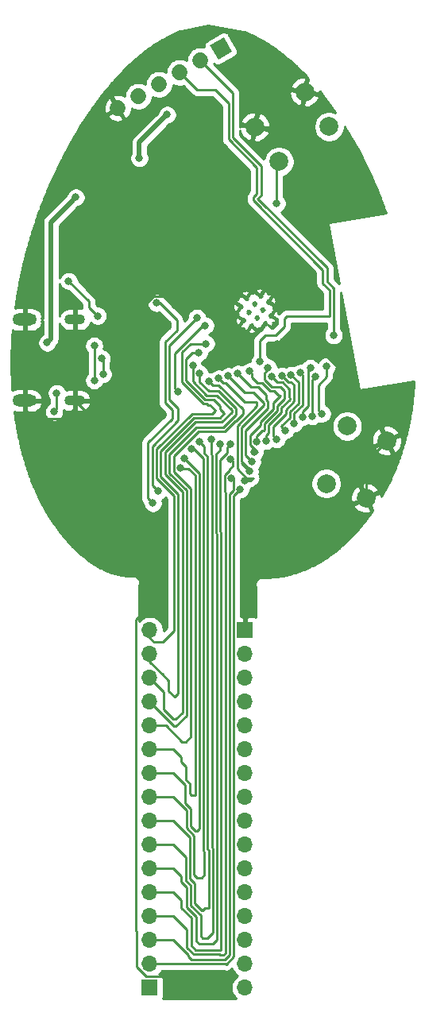
<source format=gbr>
G04 #@! TF.GenerationSoftware,KiCad,Pcbnew,5.1.5+dfsg1-2build2*
G04 #@! TF.CreationDate,2020-11-24T14:56:23+01:00*
G04 #@! TF.ProjectId,GreenEggs_and_Clem,47726565-6e45-4676-9773-5f616e645f43,v0.1*
G04 #@! TF.SameCoordinates,Original*
G04 #@! TF.FileFunction,Copper,L2,Bot*
G04 #@! TF.FilePolarity,Positive*
%FSLAX46Y46*%
G04 Gerber Fmt 4.6, Leading zero omitted, Abs format (unit mm)*
G04 Created by KiCad (PCBNEW 5.1.5+dfsg1-2build2) date 2020-11-24 14:56:23*
%MOMM*%
%LPD*%
G04 APERTURE LIST*
%ADD10C,0.400000*%
%ADD11O,2.200000X1.100000*%
%ADD12O,2.600000X1.300000*%
%ADD13C,0.100000*%
%ADD14C,1.700000*%
%ADD15C,2.000000*%
%ADD16R,1.700000X1.700000*%
%ADD17O,1.700000X1.700000*%
%ADD18C,0.800000*%
%ADD19C,0.250000*%
%ADD20C,0.500000*%
%ADD21C,0.254000*%
G04 APERTURE END LIST*
D10*
X151732724Y-74706525D03*
X151472252Y-73229313D03*
X151993196Y-76183737D03*
X149995040Y-73489786D03*
X150255512Y-74966997D03*
X150515985Y-76444209D03*
X152341094Y-73837683D03*
X152601566Y-75314895D03*
X150863882Y-74098155D03*
X151124354Y-75575367D03*
X149386671Y-74358628D03*
X149647143Y-75835839D03*
D11*
X131740000Y-75760000D03*
X131740000Y-84400000D03*
D12*
X126380000Y-75760000D03*
X126380000Y-84400000D03*
G04 #@! TA.AperFunction,ComponentPad*
D13*
G36*
X146138878Y-46568878D02*
G01*
X147611122Y-45718878D01*
X148461122Y-47191122D01*
X146988878Y-48041122D01*
X146138878Y-46568878D01*
G37*
G04 #@! TD.AperFunction*
D14*
X145100295Y-48150000D02*
X145100295Y-48150000D01*
X142900591Y-49420000D02*
X142900591Y-49420000D01*
X140700886Y-50690000D02*
X140700886Y-50690000D01*
X138501182Y-51960000D02*
X138501182Y-51960000D01*
X136301477Y-53230000D02*
X136301477Y-53230000D01*
D15*
X160741383Y-87130909D03*
X164970000Y-88670000D03*
X158518252Y-93238911D03*
X162746869Y-94778002D03*
X156234488Y-51521753D03*
X158815582Y-55207937D03*
X150910000Y-55250000D03*
X153491094Y-58936184D03*
D16*
X149850000Y-108870000D03*
D17*
X149850000Y-111410000D03*
X149850000Y-113950000D03*
X149850000Y-116490000D03*
X149850000Y-119030000D03*
X149850000Y-121570000D03*
X149850000Y-124110000D03*
X149850000Y-126650000D03*
X149850000Y-129190000D03*
X149850000Y-131730000D03*
X149850000Y-134270000D03*
X149850000Y-136810000D03*
X149850000Y-139350000D03*
X149850000Y-141890000D03*
X149850000Y-144430000D03*
X149850000Y-146970000D03*
X139700000Y-108880000D03*
X139700000Y-111420000D03*
X139700000Y-113960000D03*
X139700000Y-116500000D03*
X139700000Y-119040000D03*
X139700000Y-121580000D03*
X139700000Y-124120000D03*
X139700000Y-126660000D03*
X139700000Y-129200000D03*
X139700000Y-131740000D03*
X139700000Y-134280000D03*
X139700000Y-136820000D03*
X139700000Y-139360000D03*
X139700000Y-141900000D03*
X139700000Y-144440000D03*
D16*
X139700000Y-146980000D03*
D18*
X133260000Y-86210000D03*
X158550000Y-61250000D03*
X139266305Y-84856305D03*
X143260000Y-54380000D03*
X153320000Y-78350000D03*
X159910000Y-81710000D03*
X160950000Y-58080000D03*
X132770000Y-60610000D03*
X135630000Y-58340000D03*
X140910000Y-61120000D03*
X143090000Y-63600000D03*
X149545000Y-64405000D03*
X146920000Y-65930000D03*
X136820000Y-63650000D03*
X139680000Y-64160000D03*
X137690000Y-67120000D03*
X142170000Y-66720000D03*
X132030000Y-65460000D03*
X132030000Y-69650000D03*
X126970000Y-73100000D03*
X127300000Y-70140000D03*
X128830000Y-89570000D03*
X136500000Y-89920000D03*
X140280000Y-98050000D03*
X140100000Y-101540000D03*
X139870000Y-105090000D03*
X153240000Y-101820000D03*
X158300000Y-98790000D03*
X163600000Y-92000000D03*
X166780000Y-84330000D03*
X139266305Y-79213695D03*
X146740000Y-79930000D03*
X144460000Y-146940000D03*
X128778000Y-78232000D03*
X131826000Y-62738000D03*
X138600000Y-58560000D03*
X141560000Y-53940000D03*
X133793590Y-82260000D03*
X133793590Y-78553590D03*
X134160000Y-75380000D03*
X131060000Y-71660000D03*
X134720000Y-81588952D03*
X134590000Y-79920000D03*
X129792653Y-83597347D03*
X129510000Y-85600000D03*
X159299992Y-77459992D03*
X151440000Y-80270000D03*
X158060000Y-85800000D03*
X158574991Y-80730000D03*
X157040000Y-86070000D03*
X157350000Y-81830000D03*
X155970000Y-86160000D03*
X156820000Y-80930000D03*
X155100000Y-86850000D03*
X155770000Y-81460000D03*
X154144999Y-87575001D03*
X154760000Y-81680000D03*
X153250000Y-88520000D03*
X153761905Y-81741737D03*
X152110000Y-88690000D03*
X152670000Y-81810000D03*
X151114648Y-88786324D03*
X152309600Y-80877200D03*
X150876000Y-89916000D03*
X150368000Y-81280000D03*
X150622000Y-90932000D03*
X149098000Y-81534000D03*
X150368000Y-91948000D03*
X148082000Y-81788000D03*
X149860000Y-92964000D03*
X147066000Y-82042000D03*
X142740000Y-83430000D03*
X145620000Y-76410000D03*
X140580000Y-94070000D03*
X144730000Y-75590000D03*
X140030000Y-95330000D03*
X140440000Y-74000000D03*
X145700000Y-78330000D03*
X144945000Y-79300000D03*
X144294999Y-80674999D03*
X145020000Y-81530000D03*
X146000000Y-82340000D03*
X142990000Y-91620000D03*
X143410000Y-90590000D03*
X144120000Y-89520000D03*
X145030000Y-88820000D03*
X146260000Y-88550000D03*
X147190000Y-89060000D03*
X148290000Y-89020000D03*
X148314619Y-90690000D03*
X148409999Y-92670000D03*
X149340000Y-93890000D03*
X153250000Y-63390000D03*
D19*
X133260000Y-85920000D02*
X131740000Y-84400000D01*
X133260000Y-86210000D02*
X133260000Y-85920000D01*
X131740000Y-85200000D02*
X131740000Y-84400000D01*
X130614999Y-86325001D02*
X131740000Y-85200000D01*
X127405001Y-86325001D02*
X130614999Y-86325001D01*
X126380000Y-85300000D02*
X127405001Y-86325001D01*
X126380000Y-84400000D02*
X126380000Y-85300000D01*
X152550000Y-55250000D02*
X150910000Y-55250000D01*
X158550000Y-61250000D02*
X152550000Y-55250000D01*
X162746869Y-90893131D02*
X164970000Y-88670000D01*
X162746869Y-94778002D02*
X162746869Y-90893131D01*
X149795041Y-73289787D02*
X149995040Y-73489786D01*
X149780253Y-73274999D02*
X149795041Y-73289787D01*
X140091999Y-73274999D02*
X149780253Y-73274999D01*
X139266305Y-74100693D02*
X140091999Y-73274999D01*
X139266305Y-84856305D02*
X139266305Y-79213695D01*
X150319982Y-72077043D02*
X150319982Y-65179982D01*
X151472252Y-73229313D02*
X150319982Y-72077043D01*
X150319982Y-65179982D02*
X149545000Y-64405000D01*
X149150000Y-64010000D02*
X149150000Y-60270000D01*
X149150000Y-60270000D02*
X143260000Y-54380000D01*
X157267993Y-78350000D02*
X159910000Y-80992007D01*
X159910000Y-80992007D02*
X159910000Y-81710000D01*
X153320000Y-78350000D02*
X157267993Y-78350000D01*
X149545000Y-64405000D02*
X149150000Y-64010000D01*
X139266305Y-79213695D02*
X139266305Y-74100693D01*
X139870000Y-105090000D02*
X139870000Y-106150000D01*
X139870000Y-106150000D02*
X138240010Y-107779990D01*
X138240010Y-107779990D02*
X138240010Y-128670010D01*
X138240010Y-128670010D02*
X138240000Y-128670020D01*
X138240000Y-128670020D02*
X138240000Y-140910000D01*
X138240000Y-140910000D02*
X138290000Y-140960000D01*
X139325997Y-145804999D02*
X143324999Y-145804999D01*
X138290000Y-144769002D02*
X139325997Y-145804999D01*
X138290000Y-140960000D02*
X138290000Y-144769002D01*
X143324999Y-145804999D02*
X144460000Y-146940000D01*
D20*
X131426001Y-63137999D02*
X131826000Y-62738000D01*
X129177999Y-65386001D02*
X131426001Y-63137999D01*
X129177999Y-77832001D02*
X129177999Y-65386001D01*
X128778000Y-78232000D02*
X129177999Y-77832001D01*
X138600000Y-56900000D02*
X141560000Y-53940000D01*
X138600000Y-58560000D02*
X138600000Y-56900000D01*
D19*
X133793590Y-82260000D02*
X133793590Y-78553590D01*
X134160000Y-75380000D02*
X133220000Y-74440000D01*
X133220000Y-74440000D02*
X133220000Y-73820000D01*
X133220000Y-73820000D02*
X131060000Y-71660000D01*
X134720000Y-81023267D02*
X134770000Y-80973267D01*
X134720000Y-81588952D02*
X134720000Y-81023267D01*
X134720000Y-81023267D02*
X134720000Y-80050000D01*
X134720000Y-80050000D02*
X134590000Y-79920000D01*
X129792653Y-85317347D02*
X129510000Y-85600000D01*
X129792653Y-83597347D02*
X129792653Y-85317347D01*
X159299992Y-77459992D02*
X159299992Y-72409992D01*
X159299992Y-72409992D02*
X158610000Y-71720000D01*
X158610000Y-71720000D02*
X158610000Y-70280000D01*
X158610000Y-70280000D02*
X151220000Y-62890000D01*
X151220000Y-62890000D02*
X151570000Y-62540000D01*
X151570000Y-62540000D02*
X151570000Y-59400000D01*
X151570000Y-59400000D02*
X148550000Y-56380000D01*
X148550000Y-51599705D02*
X145100295Y-48150000D01*
X148550000Y-56380000D02*
X148550000Y-51599705D01*
X158830000Y-75400000D02*
X158849982Y-75380018D01*
X158849982Y-75380018D02*
X158849982Y-72596392D01*
X158849982Y-72596392D02*
X158159990Y-71906400D01*
X158159990Y-71906400D02*
X158159990Y-70466400D01*
X150769991Y-63076401D02*
X150769991Y-62703599D01*
X158159990Y-70466400D02*
X150769991Y-63076401D01*
X150769991Y-62703599D02*
X151119990Y-62353600D01*
X151119990Y-59586400D02*
X148099990Y-56566400D01*
X151119990Y-62353600D02*
X151119990Y-59586400D01*
X148099990Y-56566400D02*
X148099990Y-52699990D01*
X148099990Y-52699990D02*
X146650000Y-51250000D01*
X144730591Y-51250000D02*
X142900591Y-49420000D01*
X146650000Y-51250000D02*
X144730591Y-51250000D01*
X156310000Y-75400000D02*
X154290000Y-75400000D01*
X156100000Y-75400000D02*
X156310000Y-75400000D01*
X156310000Y-75400000D02*
X158830000Y-75400000D01*
X154290000Y-75400000D02*
X154030000Y-75660000D01*
X154030000Y-75660000D02*
X154030000Y-76550000D01*
X154030000Y-76550000D02*
X153110000Y-77470000D01*
X153110000Y-77470000D02*
X151990000Y-77470000D01*
X151440000Y-78020000D02*
X151440000Y-80270000D01*
X151990000Y-77470000D02*
X151440000Y-78020000D01*
X157660001Y-85400001D02*
X157660001Y-82749999D01*
X158060000Y-85800000D02*
X157660001Y-85400001D01*
X157660001Y-82749999D02*
X158530000Y-81880000D01*
X158530000Y-80774991D02*
X158574991Y-80730000D01*
X158530000Y-81880000D02*
X158530000Y-80774991D01*
X157040000Y-86070000D02*
X157040000Y-82140000D01*
X157040000Y-82140000D02*
X157350000Y-81830000D01*
X155970000Y-85594315D02*
X156589990Y-84974325D01*
X155970000Y-86160000D02*
X155970000Y-85594315D01*
X156624999Y-81875001D02*
X156624999Y-81125001D01*
X156589990Y-81910010D02*
X156624999Y-81875001D01*
X156589990Y-84974325D02*
X156589990Y-81910010D01*
X156624999Y-81125001D02*
X156820000Y-80930000D01*
X155100000Y-86850000D02*
X155100000Y-85770000D01*
X155100000Y-85770000D02*
X156000000Y-84870000D01*
X156000000Y-81690000D02*
X155770000Y-81460000D01*
X156000000Y-84870000D02*
X156000000Y-81690000D01*
X153745000Y-87175002D02*
X153745000Y-87131998D01*
X154144999Y-87575001D02*
X153745000Y-87175002D01*
X154649990Y-86227008D02*
X154649991Y-85583599D01*
X153745000Y-87131998D02*
X154649990Y-86227008D01*
X154649991Y-85583599D02*
X155549990Y-84683600D01*
X155549990Y-84683600D02*
X155549990Y-82469990D01*
X155549990Y-82469990D02*
X154760000Y-81680000D01*
X152850001Y-88120001D02*
X152850001Y-87209999D01*
X153250000Y-88520000D02*
X152850001Y-88120001D01*
X154199981Y-85860019D02*
X154199982Y-85397198D01*
X152850001Y-87209999D02*
X154199981Y-85860019D01*
X154199982Y-85397198D02*
X155099980Y-84497200D01*
X155099980Y-84497200D02*
X155099980Y-82729980D01*
X154775001Y-82405001D02*
X154455001Y-82405001D01*
X155099980Y-82729980D02*
X154775001Y-82405001D01*
X154455001Y-82405001D02*
X153790000Y-81740000D01*
X153763642Y-81740000D02*
X153761905Y-81741737D01*
X153790000Y-81740000D02*
X153763642Y-81740000D01*
X152399991Y-87834324D02*
X152399992Y-87023598D01*
X152110000Y-88124315D02*
X152399991Y-87834324D01*
X152110000Y-88690000D02*
X152110000Y-88124315D01*
X153749972Y-85673618D02*
X153749972Y-85150028D01*
X152399992Y-87023598D02*
X153749972Y-85673618D01*
X153749972Y-85150028D02*
X154630000Y-84270000D01*
X154630000Y-84100000D02*
X154540000Y-84010000D01*
X154630000Y-84270000D02*
X154630000Y-84100000D01*
X154540000Y-84010000D02*
X154540000Y-83160000D01*
X154540000Y-83160000D02*
X153846738Y-82466738D01*
X153846738Y-82466738D02*
X153326738Y-82466738D01*
X153326738Y-82466738D02*
X152670000Y-81810000D01*
X151114648Y-88220639D02*
X151715287Y-87620000D01*
X151114648Y-88786324D02*
X151114648Y-88220639D01*
X151949982Y-87500018D02*
X151949983Y-86837197D01*
X151830000Y-87620000D02*
X151949982Y-87500018D01*
X151715287Y-87620000D02*
X151830000Y-87620000D01*
X153299962Y-85487218D02*
X153299963Y-84963627D01*
X151949983Y-86837197D02*
X153299962Y-85487218D01*
X153299963Y-84963627D02*
X154089990Y-84173600D01*
X153646748Y-82916748D02*
X153140338Y-82916748D01*
X154089990Y-83359990D02*
X153646748Y-82916748D01*
X154089990Y-84173600D02*
X154089990Y-83359990D01*
X153140338Y-82916748D02*
X152703746Y-82916748D01*
X151944999Y-82158001D02*
X151944999Y-81461999D01*
X152703746Y-82916748D02*
X151944999Y-82158001D01*
X152309600Y-81097398D02*
X152309600Y-80877200D01*
X151944999Y-81461999D02*
X152309600Y-81097398D01*
X150389647Y-89134325D02*
X150389647Y-88116353D01*
X151171322Y-89916000D02*
X150389647Y-89134325D01*
X150876000Y-89916000D02*
X151171322Y-89916000D01*
X151499973Y-87006027D02*
X151499974Y-86650796D01*
X150389647Y-88116353D02*
X151499973Y-87006027D01*
X152849953Y-84640047D02*
X153639980Y-83850020D01*
X152849953Y-85300817D02*
X152849953Y-84640047D01*
X151499974Y-86650796D02*
X152849953Y-85300817D01*
X152962758Y-83366758D02*
X152517345Y-83366757D01*
X153446020Y-83850020D02*
X152962758Y-83366758D01*
X153639980Y-83850020D02*
X153446020Y-83850020D01*
X151211999Y-82498003D02*
X150622000Y-81908004D01*
X151648591Y-82498003D02*
X151211999Y-82498003D01*
X152517345Y-83366757D02*
X151648591Y-82498003D01*
X150622000Y-81534000D02*
X150368000Y-81280000D01*
X150622000Y-81908004D02*
X150622000Y-81534000D01*
X149939637Y-87574723D02*
X152285180Y-85229180D01*
X149939637Y-90249637D02*
X149939637Y-87574723D01*
X150622000Y-90932000D02*
X149939637Y-90249637D01*
X152285180Y-85229180D02*
X152285180Y-84442820D01*
X152146000Y-84303640D02*
X152146000Y-83820000D01*
X152285180Y-84442820D02*
X152146000Y-84303640D01*
X151274013Y-82948013D02*
X151020013Y-82948013D01*
X152146000Y-83820000D02*
X151274013Y-82948013D01*
X150512013Y-82948013D02*
X149098000Y-81534000D01*
X151020013Y-82948013D02*
X150512013Y-82948013D01*
X150368000Y-91948000D02*
X149489627Y-91069627D01*
X149489628Y-90872630D02*
X149489628Y-87388322D01*
X150273999Y-91657001D02*
X149489628Y-90872630D01*
X150077001Y-91657001D02*
X150273999Y-91657001D01*
X149489627Y-91069627D02*
X150077001Y-91657001D01*
X149489628Y-87388322D02*
X149489628Y-87238372D01*
X149489628Y-87238372D02*
X151835170Y-84892830D01*
X151835170Y-84629220D02*
X150771950Y-83566000D01*
X151835170Y-84892830D02*
X151835170Y-84629220D01*
X150771950Y-83566000D02*
X150114000Y-83566000D01*
X150114000Y-83566000D02*
X149860000Y-83566000D01*
X149860000Y-83566000D02*
X148082000Y-81788000D01*
X149039619Y-91692621D02*
X149039619Y-87051971D01*
X150019999Y-92673001D02*
X149039619Y-91692621D01*
X150716684Y-92673001D02*
X150019999Y-92673001D01*
X150425685Y-92964000D02*
X150716684Y-92673001D01*
X149860000Y-92964000D02*
X150425685Y-92964000D01*
X151130000Y-84961590D02*
X151130000Y-84560460D01*
X149039619Y-87051971D02*
X151130000Y-84961590D01*
X151130000Y-84560460D02*
X149838460Y-84560460D01*
X147791001Y-82513001D02*
X147537001Y-82513001D01*
X149838460Y-84560460D02*
X147791001Y-82513001D01*
X147537001Y-82513001D02*
X147066000Y-82042000D01*
X142340001Y-79403589D02*
X145333590Y-76410000D01*
X142340001Y-83030001D02*
X142340001Y-79403589D01*
X142740000Y-83430000D02*
X142340001Y-83030001D01*
X145333590Y-76410000D02*
X145620000Y-76410000D01*
X139969973Y-93459973D02*
X139969973Y-89290027D01*
X140580000Y-94070000D02*
X139969973Y-93459973D01*
X139969973Y-89290027D02*
X142730000Y-86530000D01*
X142730000Y-86530000D02*
X142730000Y-85200000D01*
X142730000Y-85200000D02*
X141820000Y-84290000D01*
X141820000Y-84290000D02*
X141820000Y-78500000D01*
X141820000Y-78500000D02*
X144730000Y-75590000D01*
X139519963Y-94819963D02*
X139519963Y-88880037D01*
X140030000Y-95330000D02*
X139519963Y-94819963D01*
X142110000Y-86290000D02*
X142110000Y-85410000D01*
X139519963Y-88880037D02*
X142110000Y-86290000D01*
X141369990Y-84669990D02*
X141369990Y-78130010D01*
X142110000Y-85410000D02*
X141369990Y-84669990D01*
X141369990Y-78130010D02*
X142590000Y-76910000D01*
X142590000Y-76910000D02*
X142590000Y-75810000D01*
X142590000Y-75810000D02*
X140780000Y-74000000D01*
X140780000Y-74000000D02*
X140440000Y-74000000D01*
X139700000Y-109680998D02*
X140179002Y-110160000D01*
X139700000Y-108880000D02*
X139700000Y-109680998D01*
X141070000Y-110160000D02*
X142284878Y-108945122D01*
X140179002Y-110160000D02*
X141070000Y-110160000D01*
X140419982Y-89577198D02*
X144197199Y-85799981D01*
X140419981Y-92668623D02*
X140419982Y-89577198D01*
X142284878Y-94533520D02*
X140419981Y-92668623D01*
X142284878Y-108945122D02*
X142284878Y-94533520D01*
X144197199Y-85799981D02*
X144221378Y-85799980D01*
X146386410Y-85799980D02*
X146670000Y-85516390D01*
X144221378Y-85799980D02*
X146386410Y-85799980D01*
X146670000Y-85420000D02*
X146120000Y-84870000D01*
X146670000Y-85516390D02*
X146670000Y-85420000D01*
X145790029Y-84740029D02*
X145417796Y-84740028D01*
X145920000Y-84870000D02*
X145790029Y-84740029D01*
X146120000Y-84870000D02*
X145920000Y-84870000D01*
X143119988Y-82442220D02*
X143119988Y-79260012D01*
X145417796Y-84740028D02*
X143119988Y-82442220D01*
X143119988Y-79260012D02*
X144050000Y-78330000D01*
X144050000Y-78330000D02*
X145700000Y-78330000D01*
X139700000Y-112220998D02*
X141100000Y-113620998D01*
X139700000Y-111420000D02*
X139700000Y-112220998D01*
X141100000Y-113620998D02*
X141720000Y-114240998D01*
X141720000Y-114240998D02*
X141720000Y-115340000D01*
X141720000Y-115340000D02*
X142350000Y-115970000D01*
X142370000Y-115970000D02*
X142734888Y-115605112D01*
X142350000Y-115970000D02*
X142370000Y-115970000D01*
X142734888Y-115605112D02*
X142734888Y-94347120D01*
X143563590Y-87070000D02*
X143587768Y-87070000D01*
X140869991Y-89763599D02*
X143563590Y-87070000D01*
X140869991Y-92482223D02*
X140869991Y-89763599D01*
X142734888Y-94347120D02*
X140869991Y-92482223D01*
X143587768Y-87070000D02*
X144407778Y-86249990D01*
X144407778Y-86249990D02*
X147173600Y-86249990D01*
X147173600Y-86249990D02*
X147656795Y-85766795D01*
X147170000Y-85280000D02*
X147170000Y-84980000D01*
X147656795Y-85766795D02*
X147170000Y-85280000D01*
X143569998Y-82255820D02*
X143569998Y-79960002D01*
X145604197Y-84290019D02*
X143569998Y-82255820D01*
X146480020Y-84290020D02*
X145604197Y-84290019D01*
X147170000Y-84980000D02*
X146480020Y-84290020D01*
X143569998Y-79960002D02*
X144230000Y-79300000D01*
X144230000Y-79300000D02*
X144945000Y-79300000D01*
X139700000Y-113960000D02*
X141224000Y-115484000D01*
X141224000Y-115484000D02*
X141224000Y-117348000D01*
X142494000Y-118364000D02*
X143184898Y-117673102D01*
X142240000Y-118364000D02*
X142494000Y-118364000D01*
X141224000Y-117348000D02*
X142240000Y-118364000D01*
X143184898Y-117673102D02*
X143184898Y-110164898D01*
X143184898Y-110164898D02*
X143184898Y-109474000D01*
X143184898Y-109474000D02*
X143184898Y-107930000D01*
X143184898Y-107930000D02*
X143184898Y-102650000D01*
X143184898Y-102650000D02*
X143184898Y-94160720D01*
X143184898Y-94160720D02*
X141320000Y-92295822D01*
X141364980Y-90845020D02*
X141364980Y-89905020D01*
X141320000Y-90890000D02*
X141364980Y-90845020D01*
X141320000Y-92295822D02*
X141320000Y-90890000D01*
X142744178Y-88550000D02*
X144594178Y-86700000D01*
X142720000Y-88550000D02*
X142744178Y-88550000D01*
X141364980Y-89905020D02*
X142720000Y-88550000D01*
X144594178Y-86700000D02*
X147360000Y-86700000D01*
X147360000Y-86700000D02*
X148439990Y-85620010D01*
X148439990Y-85620010D02*
X148439990Y-85412810D01*
X146867190Y-83840010D02*
X145790598Y-83840010D01*
X148439990Y-85412810D02*
X146867190Y-83840010D01*
X144294999Y-82344411D02*
X144294999Y-80674999D01*
X145790598Y-83840010D02*
X144294999Y-82344411D01*
X142322706Y-119122706D02*
X139700000Y-116500000D01*
X142497294Y-119122706D02*
X142322706Y-119122706D01*
X143634908Y-93974320D02*
X143634908Y-117985092D01*
X145020000Y-81530000D02*
X144990000Y-81560000D01*
X145976998Y-83390000D02*
X147053590Y-83390000D01*
X147053590Y-83390000D02*
X148890000Y-85226410D01*
X144990000Y-81560000D02*
X144990000Y-82403002D01*
X144990000Y-82403002D02*
X145976998Y-83390000D01*
X148890000Y-85226410D02*
X148890000Y-85890000D01*
X148890000Y-85890000D02*
X148650009Y-86129991D01*
X143634908Y-117985092D02*
X142497294Y-119122706D01*
X148650009Y-86129991D02*
X148613599Y-86129991D01*
X148613599Y-86129991D02*
X147513600Y-87229990D01*
X141814989Y-92154401D02*
X143634908Y-93974320D01*
X147513600Y-87229990D02*
X144700598Y-87229990D01*
X144700598Y-87229990D02*
X141814990Y-90115598D01*
X141814990Y-90115598D02*
X141814989Y-92154401D01*
X146427001Y-82767001D02*
X146000000Y-82340000D01*
X149640000Y-85340000D02*
X147067001Y-82767001D01*
X147700000Y-87680000D02*
X148800000Y-86580000D01*
X148800000Y-86580000D02*
X148875180Y-86580000D01*
X141429002Y-119040000D02*
X143149002Y-120760000D01*
X142264999Y-90301999D02*
X144886998Y-87680000D01*
X143149002Y-120760000D02*
X143540000Y-120760000D01*
X139700000Y-119040000D02*
X141429002Y-119040000D01*
X143540000Y-120760000D02*
X144084918Y-120215082D01*
X147067001Y-82767001D02*
X146427001Y-82767001D01*
X144084918Y-120215082D02*
X144084918Y-93787920D01*
X149640000Y-85815180D02*
X149640000Y-85340000D01*
X142264999Y-91968001D02*
X142264999Y-90301999D01*
X148875180Y-86580000D02*
X149640000Y-85815180D01*
X144084918Y-93787920D02*
X142264999Y-91968001D01*
X144886998Y-87680000D02*
X147700000Y-87680000D01*
X143040000Y-91670000D02*
X142990000Y-91620000D01*
X139700000Y-121580000D02*
X142230000Y-121580000D01*
X143580000Y-123380000D02*
X143580000Y-124833590D01*
X142230000Y-121580000D02*
X143079999Y-122429999D01*
X143079999Y-122429999D02*
X143079999Y-122879999D01*
X143079999Y-122879999D02*
X143580000Y-123380000D01*
X143580000Y-124833590D02*
X143950010Y-125203600D01*
X143853590Y-91670000D02*
X143040000Y-91670000D01*
X143950010Y-125203600D02*
X143950010Y-126270010D01*
X144180000Y-126500000D02*
X144470000Y-126500000D01*
X143950010Y-126270010D02*
X144180000Y-126500000D01*
X144470000Y-126500000D02*
X144534928Y-126435072D01*
X144534928Y-92351338D02*
X143853590Y-91670000D01*
X144534928Y-126435072D02*
X144534928Y-92351338D01*
X144984938Y-92164938D02*
X143410000Y-90590000D01*
X144780000Y-130250000D02*
X144984938Y-130045062D01*
X144080010Y-127873600D02*
X144080010Y-129777190D01*
X144984938Y-130045062D02*
X144984938Y-92164938D01*
X144080010Y-129777190D02*
X144552820Y-130250000D01*
X143500000Y-127293590D02*
X144080010Y-127873600D01*
X143500000Y-125390000D02*
X143500000Y-127293590D01*
X144552820Y-130250000D02*
X144780000Y-130250000D01*
X142230000Y-124120000D02*
X143500000Y-125390000D01*
X139700000Y-124120000D02*
X142230000Y-124120000D01*
X144387180Y-89520000D02*
X144120000Y-89520000D01*
X145434948Y-90567768D02*
X144387180Y-89520000D01*
X145524929Y-132482800D02*
X145434948Y-132392819D01*
X145524929Y-134935071D02*
X145524929Y-132482800D01*
X145210000Y-135250000D02*
X145524929Y-134935071D01*
X144760000Y-135250000D02*
X145210000Y-135250000D01*
X144430029Y-134920029D02*
X144760000Y-135250000D01*
X144430029Y-130763619D02*
X144430029Y-134920029D01*
X143630000Y-129963590D02*
X144430029Y-130763619D01*
X143630000Y-128060000D02*
X143630000Y-129963590D01*
X145434948Y-132392819D02*
X145434948Y-90567768D01*
X142230000Y-126660000D02*
X143630000Y-128060000D01*
X139700000Y-126660000D02*
X142230000Y-126660000D01*
X145480000Y-89270000D02*
X145030000Y-88820000D01*
X139700000Y-129200000D02*
X142230000Y-129200000D01*
X142230000Y-129200000D02*
X143980019Y-130950019D01*
X143980019Y-130950019D02*
X143980019Y-135337199D01*
X143980019Y-135337199D02*
X144530020Y-135887200D01*
X144530020Y-138011788D02*
X145248232Y-138730000D01*
X145884958Y-90381368D02*
X145480000Y-89976410D01*
X145960000Y-138470000D02*
X145974939Y-138455061D01*
X144530020Y-135887200D02*
X144530020Y-138011788D01*
X145248232Y-138730000D02*
X145320000Y-138730000D01*
X145320000Y-138730000D02*
X145580000Y-138470000D01*
X145480000Y-89976410D02*
X145480000Y-89270000D01*
X145580000Y-138470000D02*
X145960000Y-138470000D01*
X145974939Y-132296400D02*
X145884958Y-132206419D01*
X145974939Y-138455061D02*
X145974939Y-132296400D01*
X145884958Y-132206419D02*
X145884958Y-90381368D01*
X142230000Y-131740000D02*
X143530009Y-133040009D01*
X143530009Y-135523599D02*
X144080010Y-136073600D01*
X143530009Y-133040009D02*
X143530009Y-135523599D01*
X144080010Y-138198188D02*
X145140010Y-139258188D01*
X144080010Y-136073600D02*
X144080010Y-138198188D01*
X145140010Y-139258188D02*
X145140010Y-141480010D01*
X145140010Y-141480010D02*
X145340000Y-141680000D01*
X145880000Y-141680000D02*
X146424949Y-141135051D01*
X145340000Y-141680000D02*
X145880000Y-141680000D01*
X146424949Y-141135051D02*
X146424949Y-132110000D01*
X146334968Y-132020019D02*
X146334968Y-90194968D01*
X146424949Y-132110000D02*
X146334968Y-132020019D01*
X146334968Y-90194968D02*
X146260000Y-90120000D01*
X146260000Y-90120000D02*
X146260000Y-88550000D01*
X142230000Y-131740000D02*
X139700000Y-131740000D01*
X147190000Y-89690000D02*
X147190000Y-89060000D01*
X139700000Y-134280000D02*
X142230000Y-134280000D01*
X144690000Y-142000000D02*
X144980000Y-142290000D01*
X143079999Y-135129999D02*
X143079999Y-135709999D01*
X142230000Y-134280000D02*
X143079999Y-135129999D01*
X146874959Y-141885041D02*
X146874959Y-98621431D01*
X143079999Y-135709999D02*
X143630000Y-136260000D01*
X144690000Y-139444588D02*
X144690000Y-142000000D01*
X143630000Y-136260000D02*
X143630000Y-138384588D01*
X146784978Y-90095022D02*
X147190000Y-89690000D01*
X144980000Y-142290000D02*
X146470000Y-142290000D01*
X146784978Y-98531450D02*
X146784978Y-90095022D01*
X143630000Y-138384588D02*
X144690000Y-139444588D01*
X146470000Y-142290000D02*
X146874959Y-141885041D01*
X146874959Y-98621431D02*
X146784978Y-98531450D01*
X147966618Y-89343382D02*
X148290000Y-89020000D01*
X139700000Y-136820000D02*
X142230000Y-136820000D01*
X147234988Y-90696629D02*
X147966618Y-89964999D01*
X142230000Y-136820000D02*
X143079999Y-137669999D01*
X143079999Y-137669999D02*
X143079999Y-138470997D01*
X143079999Y-138470997D02*
X144130010Y-139521008D01*
X144130010Y-139521008D02*
X144130010Y-142500010D01*
X144593580Y-142963580D02*
X147259990Y-142963580D01*
X147324969Y-142898601D02*
X147324969Y-98435031D01*
X144130010Y-142500010D02*
X144593580Y-142963580D01*
X147259990Y-142963580D02*
X147324969Y-142898601D01*
X147324969Y-98435031D02*
X147234988Y-98345050D01*
X147234988Y-98345050D02*
X147234988Y-90696629D01*
X147966618Y-89964999D02*
X147966618Y-89343382D01*
X148186997Y-91733003D02*
X148589609Y-91330391D01*
X139700000Y-139360000D02*
X142230000Y-139360000D01*
X148589609Y-90889609D02*
X148390000Y-90690000D01*
X142230000Y-139360000D02*
X143680000Y-140810000D01*
X143680000Y-140810000D02*
X143680000Y-142713590D01*
X143680000Y-142713590D02*
X144380000Y-143413590D01*
X144380000Y-143413590D02*
X147073590Y-143413590D01*
X147684998Y-92321999D02*
X148186997Y-91820000D01*
X148186997Y-91820000D02*
X148186997Y-91733003D01*
X147073590Y-143413590D02*
X147180000Y-143520000D01*
X147684998Y-94092218D02*
X147684998Y-92321999D01*
X148589609Y-91330391D02*
X148589609Y-90889609D01*
X147180000Y-143520000D02*
X147537178Y-143520000D01*
X147537178Y-143520000D02*
X147774979Y-143282199D01*
X147774979Y-143282199D02*
X147774979Y-103084979D01*
X147774979Y-103084979D02*
X147774981Y-94182201D01*
X148390000Y-90690000D02*
X148314619Y-90690000D01*
X147774981Y-94182201D02*
X147684998Y-94092218D01*
X148510000Y-92670000D02*
X148409999Y-92670000D01*
X148224990Y-94368600D02*
X148614999Y-93978591D01*
X144149990Y-143989990D02*
X147703598Y-143989990D01*
X148614999Y-92774999D02*
X148510000Y-92670000D01*
X143840000Y-143510000D02*
X143840000Y-143680000D01*
X148224989Y-143468599D02*
X148224990Y-94368600D01*
X147703598Y-143989990D02*
X148224989Y-143468599D01*
X143840000Y-143680000D02*
X144149990Y-143989990D01*
X142230000Y-141900000D02*
X143840000Y-143510000D01*
X148614999Y-93978591D02*
X148614999Y-92774999D01*
X139700000Y-141900000D02*
X142230000Y-141900000D01*
X148674999Y-94555001D02*
X149340000Y-93890000D01*
X148674999Y-143654999D02*
X148674999Y-94555001D01*
X147849998Y-144480000D02*
X148674999Y-143654999D01*
X147809998Y-144440000D02*
X147849998Y-144480000D01*
X139700000Y-144440000D02*
X147809998Y-144440000D01*
X153250000Y-59177278D02*
X153491094Y-58936184D01*
X153250000Y-63390000D02*
X153250000Y-59177278D01*
D21*
G36*
X148534010Y-145133411D02*
G01*
X148696525Y-145376632D01*
X148903368Y-145583475D01*
X149077760Y-145700000D01*
X148903368Y-145816525D01*
X148696525Y-146023368D01*
X148534010Y-146266589D01*
X148422068Y-146536842D01*
X148365000Y-146823740D01*
X148365000Y-147116260D01*
X148422068Y-147403158D01*
X148534010Y-147673411D01*
X148696525Y-147916632D01*
X148899503Y-148119610D01*
X141115335Y-148119392D01*
X141139502Y-148074180D01*
X141175812Y-147954482D01*
X141188072Y-147830000D01*
X141188072Y-146130000D01*
X141175812Y-146005518D01*
X141139502Y-145885820D01*
X141080537Y-145775506D01*
X141001185Y-145678815D01*
X140904494Y-145599463D01*
X140794180Y-145540498D01*
X140721620Y-145518487D01*
X140853475Y-145386632D01*
X140978178Y-145200000D01*
X147605401Y-145200000D01*
X147701013Y-145229003D01*
X147849998Y-145243677D01*
X147998984Y-145229003D01*
X148142244Y-145185546D01*
X148274274Y-145114974D01*
X148389999Y-145020001D01*
X148413801Y-144990998D01*
X148457090Y-144947709D01*
X148534010Y-145133411D01*
G37*
X148534010Y-145133411D02*
X148696525Y-145376632D01*
X148903368Y-145583475D01*
X149077760Y-145700000D01*
X148903368Y-145816525D01*
X148696525Y-146023368D01*
X148534010Y-146266589D01*
X148422068Y-146536842D01*
X148365000Y-146823740D01*
X148365000Y-147116260D01*
X148422068Y-147403158D01*
X148534010Y-147673411D01*
X148696525Y-147916632D01*
X148899503Y-148119610D01*
X141115335Y-148119392D01*
X141139502Y-148074180D01*
X141175812Y-147954482D01*
X141188072Y-147830000D01*
X141188072Y-146130000D01*
X141175812Y-146005518D01*
X141139502Y-145885820D01*
X141080537Y-145775506D01*
X141001185Y-145678815D01*
X140904494Y-145599463D01*
X140794180Y-145540498D01*
X140721620Y-145518487D01*
X140853475Y-145386632D01*
X140978178Y-145200000D01*
X147605401Y-145200000D01*
X147701013Y-145229003D01*
X147849998Y-145243677D01*
X147998984Y-145229003D01*
X148142244Y-145185546D01*
X148274274Y-145114974D01*
X148389999Y-145020001D01*
X148413801Y-144990998D01*
X148457090Y-144947709D01*
X148534010Y-145133411D01*
G36*
X161985162Y-83193336D02*
G01*
X161991257Y-83215046D01*
X162002327Y-83237346D01*
X162017534Y-83257058D01*
X162036295Y-83273424D01*
X162057889Y-83285816D01*
X162081484Y-83293757D01*
X162106176Y-83296942D01*
X162131015Y-83295249D01*
X167850110Y-82335669D01*
X167848710Y-82376231D01*
X167839371Y-82595890D01*
X167828780Y-82806224D01*
X167816592Y-83016285D01*
X167802838Y-83225703D01*
X167786147Y-83452294D01*
X167768373Y-83669598D01*
X167749761Y-83877350D01*
X167726921Y-84111099D01*
X167703111Y-84335378D01*
X167680586Y-84533036D01*
X167655565Y-84739039D01*
X167630215Y-84935648D01*
X167599823Y-85157855D01*
X167570290Y-85361901D01*
X167540589Y-85556982D01*
X167506734Y-85768667D01*
X167474201Y-85962750D01*
X167440363Y-86156115D01*
X167403608Y-86357471D01*
X167365483Y-86557863D01*
X167320722Y-86783368D01*
X167283110Y-86965590D01*
X167238770Y-87172774D01*
X167196686Y-87362510D01*
X167155249Y-87543351D01*
X167112688Y-87723459D01*
X167066900Y-87911359D01*
X167013587Y-88123161D01*
X166965193Y-88309438D01*
X166915545Y-88495114D01*
X166864624Y-88680272D01*
X166814782Y-88856694D01*
X166763923Y-89032142D01*
X166707047Y-89223271D01*
X166651377Y-89405488D01*
X166594505Y-89587011D01*
X166539037Y-89759826D01*
X166482508Y-89931919D01*
X166422171Y-90111375D01*
X166363467Y-90282028D01*
X166306419Y-90444352D01*
X166248439Y-90605954D01*
X166189499Y-90766921D01*
X166126733Y-90934863D01*
X166065888Y-91094405D01*
X166004113Y-91253264D01*
X165941478Y-91411271D01*
X165868601Y-91591416D01*
X165800891Y-91755395D01*
X165735288Y-91911291D01*
X165668923Y-92066148D01*
X165591705Y-92242875D01*
X165520259Y-92403233D01*
X165430675Y-92600203D01*
X165360487Y-92751481D01*
X165289294Y-92902296D01*
X165203236Y-93081228D01*
X165126647Y-93237482D01*
X165049068Y-93392995D01*
X164970704Y-93547371D01*
X164887661Y-93708092D01*
X164804032Y-93867070D01*
X164673661Y-94109411D01*
X164595185Y-94252182D01*
X164515603Y-94394677D01*
X164427473Y-94549867D01*
X164382082Y-94628367D01*
X164356416Y-94448590D01*
X164140714Y-94268170D01*
X162964925Y-94816450D01*
X162940618Y-94792143D01*
X162761010Y-94971751D01*
X163166365Y-95377106D01*
X163484575Y-96059510D01*
X163445090Y-96117641D01*
X163355340Y-96247782D01*
X163256006Y-96389546D01*
X163164900Y-96517519D01*
X163073007Y-96644657D01*
X162971488Y-96782908D01*
X162869126Y-96920013D01*
X162770535Y-97049940D01*
X162675898Y-97172744D01*
X162575962Y-97300427D01*
X162465931Y-97438692D01*
X162364886Y-97563574D01*
X162225052Y-97733165D01*
X162098352Y-97883686D01*
X161990056Y-98010017D01*
X161875795Y-98141038D01*
X161770819Y-98259402D01*
X161640298Y-98403935D01*
X161533801Y-98519746D01*
X161426703Y-98634329D01*
X161298740Y-98768800D01*
X161185251Y-98885889D01*
X161071113Y-99001621D01*
X160945931Y-99126257D01*
X160835641Y-99234111D01*
X160709002Y-99355732D01*
X160597295Y-99461073D01*
X160485293Y-99564894D01*
X160340995Y-99696036D01*
X160217211Y-99806232D01*
X160097858Y-99910496D01*
X159977960Y-100013298D01*
X159857648Y-100114532D01*
X159715199Y-100231932D01*
X159577450Y-100342967D01*
X159449892Y-100443628D01*
X159327112Y-100538581D01*
X159198391Y-100636111D01*
X159069165Y-100731974D01*
X158928340Y-100834128D01*
X158786989Y-100934271D01*
X158650500Y-101028716D01*
X158519188Y-101117516D01*
X158381502Y-101208471D01*
X158243393Y-101297517D01*
X158110466Y-101381169D01*
X157977177Y-101463044D01*
X157826310Y-101553320D01*
X157674901Y-101641387D01*
X157528794Y-101723983D01*
X157382017Y-101804618D01*
X157240626Y-101880092D01*
X157092973Y-101956624D01*
X156944890Y-102031046D01*
X156790442Y-102106200D01*
X156641609Y-102176260D01*
X156486498Y-102246811D01*
X156318830Y-102320278D01*
X156169052Y-102383459D01*
X156006468Y-102449439D01*
X155843593Y-102512844D01*
X155686331Y-102571516D01*
X155528597Y-102627860D01*
X155370650Y-102681769D01*
X155200576Y-102737033D01*
X155011757Y-102795016D01*
X154834978Y-102846098D01*
X154657621Y-102894238D01*
X154479819Y-102939388D01*
X154307947Y-102980073D01*
X154117111Y-103021852D01*
X153938754Y-103057672D01*
X153741122Y-103093728D01*
X153556046Y-103124034D01*
X153357890Y-103152771D01*
X153165764Y-103176976D01*
X152973668Y-103197567D01*
X152756116Y-103216537D01*
X152551133Y-103230181D01*
X152339331Y-103239957D01*
X152133614Y-103245241D01*
X151921153Y-103246332D01*
X151711296Y-103243083D01*
X151698947Y-103242758D01*
X151553433Y-103253172D01*
X151412713Y-103291652D01*
X151282147Y-103356731D01*
X151166708Y-103445932D01*
X151070793Y-103555855D01*
X150998056Y-103682315D01*
X150951268Y-103820495D01*
X150932209Y-103965132D01*
X150941606Y-104110715D01*
X150979103Y-104251700D01*
X151019296Y-104333768D01*
X151019296Y-107470649D01*
X150944180Y-107430498D01*
X150824482Y-107394188D01*
X150700000Y-107381928D01*
X150135750Y-107385000D01*
X149977000Y-107543750D01*
X149977000Y-108743000D01*
X149997000Y-108743000D01*
X149997000Y-108997000D01*
X149977000Y-108997000D01*
X149977000Y-109017000D01*
X149723000Y-109017000D01*
X149723000Y-108997000D01*
X149703000Y-108997000D01*
X149703000Y-108743000D01*
X149723000Y-108743000D01*
X149723000Y-107543750D01*
X149564250Y-107385000D01*
X149434999Y-107384296D01*
X149434999Y-95799245D01*
X161459927Y-95799245D01*
X161683890Y-96030692D01*
X161948702Y-96213998D01*
X162244188Y-96342121D01*
X162558991Y-96410135D01*
X162881015Y-96415426D01*
X163076281Y-96387549D01*
X163256701Y-96171847D01*
X162685440Y-94946776D01*
X161460369Y-95518036D01*
X161459927Y-95799245D01*
X149434999Y-95799245D01*
X149434999Y-94925000D01*
X149441939Y-94925000D01*
X149506550Y-94912148D01*
X161109445Y-94912148D01*
X161137322Y-95107414D01*
X161353024Y-95287834D01*
X162578095Y-94716573D01*
X162006835Y-93491502D01*
X161725626Y-93491060D01*
X161494179Y-93715023D01*
X161310873Y-93979835D01*
X161182750Y-94275321D01*
X161114736Y-94590124D01*
X161109445Y-94912148D01*
X149506550Y-94912148D01*
X149641898Y-94885226D01*
X149830256Y-94807205D01*
X149999774Y-94693937D01*
X150143937Y-94549774D01*
X150257205Y-94380256D01*
X150335226Y-94191898D01*
X150375000Y-93991939D01*
X150375000Y-93864672D01*
X150519774Y-93767937D01*
X150574724Y-93712987D01*
X150717932Y-93669546D01*
X150849961Y-93598974D01*
X150965686Y-93504001D01*
X150989489Y-93474997D01*
X151227681Y-93236805D01*
X151256685Y-93213002D01*
X151351658Y-93097277D01*
X151362027Y-93077878D01*
X156883252Y-93077878D01*
X156883252Y-93399944D01*
X156946084Y-93715823D01*
X157069334Y-94013374D01*
X157248265Y-94281163D01*
X157476000Y-94508898D01*
X157743789Y-94687829D01*
X158041340Y-94811079D01*
X158357219Y-94873911D01*
X158679285Y-94873911D01*
X158995164Y-94811079D01*
X159292715Y-94687829D01*
X159560504Y-94508898D01*
X159788239Y-94281163D01*
X159967170Y-94013374D01*
X160090420Y-93715823D01*
X160153252Y-93399944D01*
X160153252Y-93384157D01*
X162237037Y-93384157D01*
X162808298Y-94609228D01*
X164033369Y-94037968D01*
X164033811Y-93756759D01*
X163809848Y-93525312D01*
X163545036Y-93342006D01*
X163249550Y-93213883D01*
X162934747Y-93145869D01*
X162612723Y-93140578D01*
X162417457Y-93168455D01*
X162237037Y-93384157D01*
X160153252Y-93384157D01*
X160153252Y-93077878D01*
X160090420Y-92761999D01*
X159967170Y-92464448D01*
X159788239Y-92196659D01*
X159560504Y-91968924D01*
X159292715Y-91789993D01*
X158995164Y-91666743D01*
X158679285Y-91603911D01*
X158357219Y-91603911D01*
X158041340Y-91666743D01*
X157743789Y-91789993D01*
X157476000Y-91968924D01*
X157248265Y-92196659D01*
X157069334Y-92464448D01*
X156946084Y-92761999D01*
X156883252Y-93077878D01*
X151362027Y-93077878D01*
X151422230Y-92965248D01*
X151465687Y-92821987D01*
X151480361Y-92673001D01*
X151465687Y-92524015D01*
X151422230Y-92380754D01*
X151358449Y-92261430D01*
X151363226Y-92249898D01*
X151403000Y-92049939D01*
X151403000Y-91846061D01*
X151364617Y-91653094D01*
X151425937Y-91591774D01*
X151539205Y-91422256D01*
X151617226Y-91233898D01*
X151657000Y-91033939D01*
X151657000Y-90830061D01*
X151618617Y-90637094D01*
X151679937Y-90575774D01*
X151793205Y-90406256D01*
X151869562Y-90221916D01*
X151876868Y-90208247D01*
X151920325Y-90064986D01*
X151934999Y-89916000D01*
X151920325Y-89767014D01*
X151901128Y-89703730D01*
X152008061Y-89725000D01*
X152211939Y-89725000D01*
X152381648Y-89691243D01*
X163683058Y-89691243D01*
X163907021Y-89922690D01*
X164171833Y-90105996D01*
X164467319Y-90234119D01*
X164782122Y-90302133D01*
X165104146Y-90307424D01*
X165299412Y-90279547D01*
X165479832Y-90063845D01*
X164908571Y-88838774D01*
X163683500Y-89410034D01*
X163683058Y-89691243D01*
X152381648Y-89691243D01*
X152411898Y-89685226D01*
X152600256Y-89607205D01*
X152769774Y-89493937D01*
X152806952Y-89456759D01*
X152948102Y-89515226D01*
X153148061Y-89555000D01*
X153351939Y-89555000D01*
X153551898Y-89515226D01*
X153740256Y-89437205D01*
X153909774Y-89323937D01*
X154053937Y-89179774D01*
X154167205Y-89010256D01*
X154245226Y-88821898D01*
X154248757Y-88804146D01*
X163332576Y-88804146D01*
X163360453Y-88999412D01*
X163576155Y-89179832D01*
X164537756Y-88731429D01*
X165138774Y-88731429D01*
X165710034Y-89956500D01*
X165991243Y-89956942D01*
X166222690Y-89732979D01*
X166405996Y-89468167D01*
X166534119Y-89172681D01*
X166602133Y-88857878D01*
X166607424Y-88535854D01*
X166579547Y-88340588D01*
X166363845Y-88160168D01*
X165138774Y-88731429D01*
X164537756Y-88731429D01*
X164801226Y-88608571D01*
X164229966Y-87383500D01*
X163948757Y-87383058D01*
X163717310Y-87607021D01*
X163534004Y-87871833D01*
X163405881Y-88167319D01*
X163337867Y-88482122D01*
X163332576Y-88804146D01*
X154248757Y-88804146D01*
X154285000Y-88621939D01*
X154285000Y-88602430D01*
X154446897Y-88570227D01*
X154635255Y-88492206D01*
X154804773Y-88378938D01*
X154948936Y-88234775D01*
X155062204Y-88065257D01*
X155136869Y-87885000D01*
X155201939Y-87885000D01*
X155401898Y-87845226D01*
X155590256Y-87767205D01*
X155759774Y-87653937D01*
X155903937Y-87509774D01*
X156017205Y-87340256D01*
X156077860Y-87193822D01*
X156271898Y-87155226D01*
X156460256Y-87077205D01*
X156577651Y-86998764D01*
X156738102Y-87065226D01*
X156938061Y-87105000D01*
X157141939Y-87105000D01*
X157341898Y-87065226D01*
X157530256Y-86987205D01*
X157556190Y-86969876D01*
X159106383Y-86969876D01*
X159106383Y-87291942D01*
X159169215Y-87607821D01*
X159292465Y-87905372D01*
X159471396Y-88173161D01*
X159699131Y-88400896D01*
X159966920Y-88579827D01*
X160264471Y-88703077D01*
X160580350Y-88765909D01*
X160902416Y-88765909D01*
X161218295Y-88703077D01*
X161515846Y-88579827D01*
X161783635Y-88400896D01*
X162011370Y-88173161D01*
X162190301Y-87905372D01*
X162313551Y-87607821D01*
X162376383Y-87291942D01*
X162376383Y-87276155D01*
X164460168Y-87276155D01*
X165031429Y-88501226D01*
X166256500Y-87929966D01*
X166256942Y-87648757D01*
X166032979Y-87417310D01*
X165768167Y-87234004D01*
X165472681Y-87105881D01*
X165157878Y-87037867D01*
X164835854Y-87032576D01*
X164640588Y-87060453D01*
X164460168Y-87276155D01*
X162376383Y-87276155D01*
X162376383Y-86969876D01*
X162313551Y-86653997D01*
X162190301Y-86356446D01*
X162011370Y-86088657D01*
X161783635Y-85860922D01*
X161515846Y-85681991D01*
X161218295Y-85558741D01*
X160902416Y-85495909D01*
X160580350Y-85495909D01*
X160264471Y-85558741D01*
X159966920Y-85681991D01*
X159699131Y-85860922D01*
X159471396Y-86088657D01*
X159292465Y-86356446D01*
X159169215Y-86653997D01*
X159106383Y-86969876D01*
X157556190Y-86969876D01*
X157699774Y-86873937D01*
X157775103Y-86798608D01*
X157958061Y-86835000D01*
X158161939Y-86835000D01*
X158361898Y-86795226D01*
X158550256Y-86717205D01*
X158719774Y-86603937D01*
X158863937Y-86459774D01*
X158977205Y-86290256D01*
X159055226Y-86101898D01*
X159095000Y-85901939D01*
X159095000Y-85698061D01*
X159055226Y-85498102D01*
X158977205Y-85309744D01*
X158863937Y-85140226D01*
X158719774Y-84996063D01*
X158550256Y-84882795D01*
X158420001Y-84828841D01*
X158420001Y-83064801D01*
X159041009Y-82443794D01*
X159070001Y-82420001D01*
X159093795Y-82391008D01*
X159093799Y-82391004D01*
X159164973Y-82304277D01*
X159164974Y-82304276D01*
X159235546Y-82172247D01*
X159279003Y-82028986D01*
X159290000Y-81917333D01*
X159290000Y-81917324D01*
X159293676Y-81880001D01*
X159290000Y-81842678D01*
X159290000Y-81478702D01*
X159378928Y-81389774D01*
X159492196Y-81220256D01*
X159570217Y-81031898D01*
X159609991Y-80831939D01*
X159609991Y-80628061D01*
X159570217Y-80428102D01*
X159492196Y-80239744D01*
X159378928Y-80070226D01*
X159234765Y-79926063D01*
X159065247Y-79812795D01*
X158876889Y-79734774D01*
X158676930Y-79695000D01*
X158473052Y-79695000D01*
X158273093Y-79734774D01*
X158084735Y-79812795D01*
X157915217Y-79926063D01*
X157771054Y-80070226D01*
X157657786Y-80239744D01*
X157637038Y-80289833D01*
X157623937Y-80270226D01*
X157479774Y-80126063D01*
X157310256Y-80012795D01*
X157121898Y-79934774D01*
X156921939Y-79895000D01*
X156718061Y-79895000D01*
X156518102Y-79934774D01*
X156329744Y-80012795D01*
X156160226Y-80126063D01*
X156016063Y-80270226D01*
X155907871Y-80432147D01*
X155871939Y-80425000D01*
X155668061Y-80425000D01*
X155468102Y-80464774D01*
X155279744Y-80542795D01*
X155110226Y-80656063D01*
X155075769Y-80690520D01*
X155061898Y-80684774D01*
X154861939Y-80645000D01*
X154658061Y-80645000D01*
X154458102Y-80684774D01*
X154269744Y-80762795D01*
X154205978Y-80805402D01*
X154063803Y-80746511D01*
X153863844Y-80706737D01*
X153659966Y-80706737D01*
X153460007Y-80746511D01*
X153344600Y-80794314D01*
X153344600Y-80775261D01*
X153304826Y-80575302D01*
X153226805Y-80386944D01*
X153113537Y-80217426D01*
X152969374Y-80073263D01*
X152799856Y-79959995D01*
X152611498Y-79881974D01*
X152411539Y-79842200D01*
X152383075Y-79842200D01*
X152357205Y-79779744D01*
X152243937Y-79610226D01*
X152200000Y-79566289D01*
X152200000Y-78334802D01*
X152304802Y-78230000D01*
X153072678Y-78230000D01*
X153110000Y-78233676D01*
X153147322Y-78230000D01*
X153147333Y-78230000D01*
X153258986Y-78219003D01*
X153402247Y-78175546D01*
X153534276Y-78104974D01*
X153650001Y-78010001D01*
X153673803Y-77980998D01*
X154541008Y-77113795D01*
X154570001Y-77090001D01*
X154593795Y-77061008D01*
X154593799Y-77061004D01*
X154655241Y-76986136D01*
X154664974Y-76974276D01*
X154735546Y-76842247D01*
X154779003Y-76698986D01*
X154790000Y-76587333D01*
X154790000Y-76587324D01*
X154793676Y-76550001D01*
X154790000Y-76512678D01*
X154790000Y-76160000D01*
X158539992Y-76160000D01*
X158539992Y-76756281D01*
X158496055Y-76800218D01*
X158382787Y-76969736D01*
X158304766Y-77158094D01*
X158264992Y-77358053D01*
X158264992Y-77561931D01*
X158304766Y-77761890D01*
X158382787Y-77950248D01*
X158496055Y-78119766D01*
X158640218Y-78263929D01*
X158809736Y-78377197D01*
X158998094Y-78455218D01*
X159198053Y-78494992D01*
X159401931Y-78494992D01*
X159601890Y-78455218D01*
X159790248Y-78377197D01*
X159959766Y-78263929D01*
X160103929Y-78119766D01*
X160217197Y-77950248D01*
X160295218Y-77761890D01*
X160334992Y-77561931D01*
X160334992Y-77358053D01*
X160295218Y-77158094D01*
X160217197Y-76969736D01*
X160103929Y-76800218D01*
X160059992Y-76756281D01*
X160059992Y-72894554D01*
X161985162Y-83193336D01*
G37*
X161985162Y-83193336D02*
X161991257Y-83215046D01*
X162002327Y-83237346D01*
X162017534Y-83257058D01*
X162036295Y-83273424D01*
X162057889Y-83285816D01*
X162081484Y-83293757D01*
X162106176Y-83296942D01*
X162131015Y-83295249D01*
X167850110Y-82335669D01*
X167848710Y-82376231D01*
X167839371Y-82595890D01*
X167828780Y-82806224D01*
X167816592Y-83016285D01*
X167802838Y-83225703D01*
X167786147Y-83452294D01*
X167768373Y-83669598D01*
X167749761Y-83877350D01*
X167726921Y-84111099D01*
X167703111Y-84335378D01*
X167680586Y-84533036D01*
X167655565Y-84739039D01*
X167630215Y-84935648D01*
X167599823Y-85157855D01*
X167570290Y-85361901D01*
X167540589Y-85556982D01*
X167506734Y-85768667D01*
X167474201Y-85962750D01*
X167440363Y-86156115D01*
X167403608Y-86357471D01*
X167365483Y-86557863D01*
X167320722Y-86783368D01*
X167283110Y-86965590D01*
X167238770Y-87172774D01*
X167196686Y-87362510D01*
X167155249Y-87543351D01*
X167112688Y-87723459D01*
X167066900Y-87911359D01*
X167013587Y-88123161D01*
X166965193Y-88309438D01*
X166915545Y-88495114D01*
X166864624Y-88680272D01*
X166814782Y-88856694D01*
X166763923Y-89032142D01*
X166707047Y-89223271D01*
X166651377Y-89405488D01*
X166594505Y-89587011D01*
X166539037Y-89759826D01*
X166482508Y-89931919D01*
X166422171Y-90111375D01*
X166363467Y-90282028D01*
X166306419Y-90444352D01*
X166248439Y-90605954D01*
X166189499Y-90766921D01*
X166126733Y-90934863D01*
X166065888Y-91094405D01*
X166004113Y-91253264D01*
X165941478Y-91411271D01*
X165868601Y-91591416D01*
X165800891Y-91755395D01*
X165735288Y-91911291D01*
X165668923Y-92066148D01*
X165591705Y-92242875D01*
X165520259Y-92403233D01*
X165430675Y-92600203D01*
X165360487Y-92751481D01*
X165289294Y-92902296D01*
X165203236Y-93081228D01*
X165126647Y-93237482D01*
X165049068Y-93392995D01*
X164970704Y-93547371D01*
X164887661Y-93708092D01*
X164804032Y-93867070D01*
X164673661Y-94109411D01*
X164595185Y-94252182D01*
X164515603Y-94394677D01*
X164427473Y-94549867D01*
X164382082Y-94628367D01*
X164356416Y-94448590D01*
X164140714Y-94268170D01*
X162964925Y-94816450D01*
X162940618Y-94792143D01*
X162761010Y-94971751D01*
X163166365Y-95377106D01*
X163484575Y-96059510D01*
X163445090Y-96117641D01*
X163355340Y-96247782D01*
X163256006Y-96389546D01*
X163164900Y-96517519D01*
X163073007Y-96644657D01*
X162971488Y-96782908D01*
X162869126Y-96920013D01*
X162770535Y-97049940D01*
X162675898Y-97172744D01*
X162575962Y-97300427D01*
X162465931Y-97438692D01*
X162364886Y-97563574D01*
X162225052Y-97733165D01*
X162098352Y-97883686D01*
X161990056Y-98010017D01*
X161875795Y-98141038D01*
X161770819Y-98259402D01*
X161640298Y-98403935D01*
X161533801Y-98519746D01*
X161426703Y-98634329D01*
X161298740Y-98768800D01*
X161185251Y-98885889D01*
X161071113Y-99001621D01*
X160945931Y-99126257D01*
X160835641Y-99234111D01*
X160709002Y-99355732D01*
X160597295Y-99461073D01*
X160485293Y-99564894D01*
X160340995Y-99696036D01*
X160217211Y-99806232D01*
X160097858Y-99910496D01*
X159977960Y-100013298D01*
X159857648Y-100114532D01*
X159715199Y-100231932D01*
X159577450Y-100342967D01*
X159449892Y-100443628D01*
X159327112Y-100538581D01*
X159198391Y-100636111D01*
X159069165Y-100731974D01*
X158928340Y-100834128D01*
X158786989Y-100934271D01*
X158650500Y-101028716D01*
X158519188Y-101117516D01*
X158381502Y-101208471D01*
X158243393Y-101297517D01*
X158110466Y-101381169D01*
X157977177Y-101463044D01*
X157826310Y-101553320D01*
X157674901Y-101641387D01*
X157528794Y-101723983D01*
X157382017Y-101804618D01*
X157240626Y-101880092D01*
X157092973Y-101956624D01*
X156944890Y-102031046D01*
X156790442Y-102106200D01*
X156641609Y-102176260D01*
X156486498Y-102246811D01*
X156318830Y-102320278D01*
X156169052Y-102383459D01*
X156006468Y-102449439D01*
X155843593Y-102512844D01*
X155686331Y-102571516D01*
X155528597Y-102627860D01*
X155370650Y-102681769D01*
X155200576Y-102737033D01*
X155011757Y-102795016D01*
X154834978Y-102846098D01*
X154657621Y-102894238D01*
X154479819Y-102939388D01*
X154307947Y-102980073D01*
X154117111Y-103021852D01*
X153938754Y-103057672D01*
X153741122Y-103093728D01*
X153556046Y-103124034D01*
X153357890Y-103152771D01*
X153165764Y-103176976D01*
X152973668Y-103197567D01*
X152756116Y-103216537D01*
X152551133Y-103230181D01*
X152339331Y-103239957D01*
X152133614Y-103245241D01*
X151921153Y-103246332D01*
X151711296Y-103243083D01*
X151698947Y-103242758D01*
X151553433Y-103253172D01*
X151412713Y-103291652D01*
X151282147Y-103356731D01*
X151166708Y-103445932D01*
X151070793Y-103555855D01*
X150998056Y-103682315D01*
X150951268Y-103820495D01*
X150932209Y-103965132D01*
X150941606Y-104110715D01*
X150979103Y-104251700D01*
X151019296Y-104333768D01*
X151019296Y-107470649D01*
X150944180Y-107430498D01*
X150824482Y-107394188D01*
X150700000Y-107381928D01*
X150135750Y-107385000D01*
X149977000Y-107543750D01*
X149977000Y-108743000D01*
X149997000Y-108743000D01*
X149997000Y-108997000D01*
X149977000Y-108997000D01*
X149977000Y-109017000D01*
X149723000Y-109017000D01*
X149723000Y-108997000D01*
X149703000Y-108997000D01*
X149703000Y-108743000D01*
X149723000Y-108743000D01*
X149723000Y-107543750D01*
X149564250Y-107385000D01*
X149434999Y-107384296D01*
X149434999Y-95799245D01*
X161459927Y-95799245D01*
X161683890Y-96030692D01*
X161948702Y-96213998D01*
X162244188Y-96342121D01*
X162558991Y-96410135D01*
X162881015Y-96415426D01*
X163076281Y-96387549D01*
X163256701Y-96171847D01*
X162685440Y-94946776D01*
X161460369Y-95518036D01*
X161459927Y-95799245D01*
X149434999Y-95799245D01*
X149434999Y-94925000D01*
X149441939Y-94925000D01*
X149506550Y-94912148D01*
X161109445Y-94912148D01*
X161137322Y-95107414D01*
X161353024Y-95287834D01*
X162578095Y-94716573D01*
X162006835Y-93491502D01*
X161725626Y-93491060D01*
X161494179Y-93715023D01*
X161310873Y-93979835D01*
X161182750Y-94275321D01*
X161114736Y-94590124D01*
X161109445Y-94912148D01*
X149506550Y-94912148D01*
X149641898Y-94885226D01*
X149830256Y-94807205D01*
X149999774Y-94693937D01*
X150143937Y-94549774D01*
X150257205Y-94380256D01*
X150335226Y-94191898D01*
X150375000Y-93991939D01*
X150375000Y-93864672D01*
X150519774Y-93767937D01*
X150574724Y-93712987D01*
X150717932Y-93669546D01*
X150849961Y-93598974D01*
X150965686Y-93504001D01*
X150989489Y-93474997D01*
X151227681Y-93236805D01*
X151256685Y-93213002D01*
X151351658Y-93097277D01*
X151362027Y-93077878D01*
X156883252Y-93077878D01*
X156883252Y-93399944D01*
X156946084Y-93715823D01*
X157069334Y-94013374D01*
X157248265Y-94281163D01*
X157476000Y-94508898D01*
X157743789Y-94687829D01*
X158041340Y-94811079D01*
X158357219Y-94873911D01*
X158679285Y-94873911D01*
X158995164Y-94811079D01*
X159292715Y-94687829D01*
X159560504Y-94508898D01*
X159788239Y-94281163D01*
X159967170Y-94013374D01*
X160090420Y-93715823D01*
X160153252Y-93399944D01*
X160153252Y-93384157D01*
X162237037Y-93384157D01*
X162808298Y-94609228D01*
X164033369Y-94037968D01*
X164033811Y-93756759D01*
X163809848Y-93525312D01*
X163545036Y-93342006D01*
X163249550Y-93213883D01*
X162934747Y-93145869D01*
X162612723Y-93140578D01*
X162417457Y-93168455D01*
X162237037Y-93384157D01*
X160153252Y-93384157D01*
X160153252Y-93077878D01*
X160090420Y-92761999D01*
X159967170Y-92464448D01*
X159788239Y-92196659D01*
X159560504Y-91968924D01*
X159292715Y-91789993D01*
X158995164Y-91666743D01*
X158679285Y-91603911D01*
X158357219Y-91603911D01*
X158041340Y-91666743D01*
X157743789Y-91789993D01*
X157476000Y-91968924D01*
X157248265Y-92196659D01*
X157069334Y-92464448D01*
X156946084Y-92761999D01*
X156883252Y-93077878D01*
X151362027Y-93077878D01*
X151422230Y-92965248D01*
X151465687Y-92821987D01*
X151480361Y-92673001D01*
X151465687Y-92524015D01*
X151422230Y-92380754D01*
X151358449Y-92261430D01*
X151363226Y-92249898D01*
X151403000Y-92049939D01*
X151403000Y-91846061D01*
X151364617Y-91653094D01*
X151425937Y-91591774D01*
X151539205Y-91422256D01*
X151617226Y-91233898D01*
X151657000Y-91033939D01*
X151657000Y-90830061D01*
X151618617Y-90637094D01*
X151679937Y-90575774D01*
X151793205Y-90406256D01*
X151869562Y-90221916D01*
X151876868Y-90208247D01*
X151920325Y-90064986D01*
X151934999Y-89916000D01*
X151920325Y-89767014D01*
X151901128Y-89703730D01*
X152008061Y-89725000D01*
X152211939Y-89725000D01*
X152381648Y-89691243D01*
X163683058Y-89691243D01*
X163907021Y-89922690D01*
X164171833Y-90105996D01*
X164467319Y-90234119D01*
X164782122Y-90302133D01*
X165104146Y-90307424D01*
X165299412Y-90279547D01*
X165479832Y-90063845D01*
X164908571Y-88838774D01*
X163683500Y-89410034D01*
X163683058Y-89691243D01*
X152381648Y-89691243D01*
X152411898Y-89685226D01*
X152600256Y-89607205D01*
X152769774Y-89493937D01*
X152806952Y-89456759D01*
X152948102Y-89515226D01*
X153148061Y-89555000D01*
X153351939Y-89555000D01*
X153551898Y-89515226D01*
X153740256Y-89437205D01*
X153909774Y-89323937D01*
X154053937Y-89179774D01*
X154167205Y-89010256D01*
X154245226Y-88821898D01*
X154248757Y-88804146D01*
X163332576Y-88804146D01*
X163360453Y-88999412D01*
X163576155Y-89179832D01*
X164537756Y-88731429D01*
X165138774Y-88731429D01*
X165710034Y-89956500D01*
X165991243Y-89956942D01*
X166222690Y-89732979D01*
X166405996Y-89468167D01*
X166534119Y-89172681D01*
X166602133Y-88857878D01*
X166607424Y-88535854D01*
X166579547Y-88340588D01*
X166363845Y-88160168D01*
X165138774Y-88731429D01*
X164537756Y-88731429D01*
X164801226Y-88608571D01*
X164229966Y-87383500D01*
X163948757Y-87383058D01*
X163717310Y-87607021D01*
X163534004Y-87871833D01*
X163405881Y-88167319D01*
X163337867Y-88482122D01*
X163332576Y-88804146D01*
X154248757Y-88804146D01*
X154285000Y-88621939D01*
X154285000Y-88602430D01*
X154446897Y-88570227D01*
X154635255Y-88492206D01*
X154804773Y-88378938D01*
X154948936Y-88234775D01*
X155062204Y-88065257D01*
X155136869Y-87885000D01*
X155201939Y-87885000D01*
X155401898Y-87845226D01*
X155590256Y-87767205D01*
X155759774Y-87653937D01*
X155903937Y-87509774D01*
X156017205Y-87340256D01*
X156077860Y-87193822D01*
X156271898Y-87155226D01*
X156460256Y-87077205D01*
X156577651Y-86998764D01*
X156738102Y-87065226D01*
X156938061Y-87105000D01*
X157141939Y-87105000D01*
X157341898Y-87065226D01*
X157530256Y-86987205D01*
X157556190Y-86969876D01*
X159106383Y-86969876D01*
X159106383Y-87291942D01*
X159169215Y-87607821D01*
X159292465Y-87905372D01*
X159471396Y-88173161D01*
X159699131Y-88400896D01*
X159966920Y-88579827D01*
X160264471Y-88703077D01*
X160580350Y-88765909D01*
X160902416Y-88765909D01*
X161218295Y-88703077D01*
X161515846Y-88579827D01*
X161783635Y-88400896D01*
X162011370Y-88173161D01*
X162190301Y-87905372D01*
X162313551Y-87607821D01*
X162376383Y-87291942D01*
X162376383Y-87276155D01*
X164460168Y-87276155D01*
X165031429Y-88501226D01*
X166256500Y-87929966D01*
X166256942Y-87648757D01*
X166032979Y-87417310D01*
X165768167Y-87234004D01*
X165472681Y-87105881D01*
X165157878Y-87037867D01*
X164835854Y-87032576D01*
X164640588Y-87060453D01*
X164460168Y-87276155D01*
X162376383Y-87276155D01*
X162376383Y-86969876D01*
X162313551Y-86653997D01*
X162190301Y-86356446D01*
X162011370Y-86088657D01*
X161783635Y-85860922D01*
X161515846Y-85681991D01*
X161218295Y-85558741D01*
X160902416Y-85495909D01*
X160580350Y-85495909D01*
X160264471Y-85558741D01*
X159966920Y-85681991D01*
X159699131Y-85860922D01*
X159471396Y-86088657D01*
X159292465Y-86356446D01*
X159169215Y-86653997D01*
X159106383Y-86969876D01*
X157556190Y-86969876D01*
X157699774Y-86873937D01*
X157775103Y-86798608D01*
X157958061Y-86835000D01*
X158161939Y-86835000D01*
X158361898Y-86795226D01*
X158550256Y-86717205D01*
X158719774Y-86603937D01*
X158863937Y-86459774D01*
X158977205Y-86290256D01*
X159055226Y-86101898D01*
X159095000Y-85901939D01*
X159095000Y-85698061D01*
X159055226Y-85498102D01*
X158977205Y-85309744D01*
X158863937Y-85140226D01*
X158719774Y-84996063D01*
X158550256Y-84882795D01*
X158420001Y-84828841D01*
X158420001Y-83064801D01*
X159041009Y-82443794D01*
X159070001Y-82420001D01*
X159093795Y-82391008D01*
X159093799Y-82391004D01*
X159164973Y-82304277D01*
X159164974Y-82304276D01*
X159235546Y-82172247D01*
X159279003Y-82028986D01*
X159290000Y-81917333D01*
X159290000Y-81917324D01*
X159293676Y-81880001D01*
X159290000Y-81842678D01*
X159290000Y-81478702D01*
X159378928Y-81389774D01*
X159492196Y-81220256D01*
X159570217Y-81031898D01*
X159609991Y-80831939D01*
X159609991Y-80628061D01*
X159570217Y-80428102D01*
X159492196Y-80239744D01*
X159378928Y-80070226D01*
X159234765Y-79926063D01*
X159065247Y-79812795D01*
X158876889Y-79734774D01*
X158676930Y-79695000D01*
X158473052Y-79695000D01*
X158273093Y-79734774D01*
X158084735Y-79812795D01*
X157915217Y-79926063D01*
X157771054Y-80070226D01*
X157657786Y-80239744D01*
X157637038Y-80289833D01*
X157623937Y-80270226D01*
X157479774Y-80126063D01*
X157310256Y-80012795D01*
X157121898Y-79934774D01*
X156921939Y-79895000D01*
X156718061Y-79895000D01*
X156518102Y-79934774D01*
X156329744Y-80012795D01*
X156160226Y-80126063D01*
X156016063Y-80270226D01*
X155907871Y-80432147D01*
X155871939Y-80425000D01*
X155668061Y-80425000D01*
X155468102Y-80464774D01*
X155279744Y-80542795D01*
X155110226Y-80656063D01*
X155075769Y-80690520D01*
X155061898Y-80684774D01*
X154861939Y-80645000D01*
X154658061Y-80645000D01*
X154458102Y-80684774D01*
X154269744Y-80762795D01*
X154205978Y-80805402D01*
X154063803Y-80746511D01*
X153863844Y-80706737D01*
X153659966Y-80706737D01*
X153460007Y-80746511D01*
X153344600Y-80794314D01*
X153344600Y-80775261D01*
X153304826Y-80575302D01*
X153226805Y-80386944D01*
X153113537Y-80217426D01*
X152969374Y-80073263D01*
X152799856Y-79959995D01*
X152611498Y-79881974D01*
X152411539Y-79842200D01*
X152383075Y-79842200D01*
X152357205Y-79779744D01*
X152243937Y-79610226D01*
X152200000Y-79566289D01*
X152200000Y-78334802D01*
X152304802Y-78230000D01*
X153072678Y-78230000D01*
X153110000Y-78233676D01*
X153147322Y-78230000D01*
X153147333Y-78230000D01*
X153258986Y-78219003D01*
X153402247Y-78175546D01*
X153534276Y-78104974D01*
X153650001Y-78010001D01*
X153673803Y-77980998D01*
X154541008Y-77113795D01*
X154570001Y-77090001D01*
X154593795Y-77061008D01*
X154593799Y-77061004D01*
X154655241Y-76986136D01*
X154664974Y-76974276D01*
X154735546Y-76842247D01*
X154779003Y-76698986D01*
X154790000Y-76587333D01*
X154790000Y-76587324D01*
X154793676Y-76550001D01*
X154790000Y-76512678D01*
X154790000Y-76160000D01*
X158539992Y-76160000D01*
X158539992Y-76756281D01*
X158496055Y-76800218D01*
X158382787Y-76969736D01*
X158304766Y-77158094D01*
X158264992Y-77358053D01*
X158264992Y-77561931D01*
X158304766Y-77761890D01*
X158382787Y-77950248D01*
X158496055Y-78119766D01*
X158640218Y-78263929D01*
X158809736Y-78377197D01*
X158998094Y-78455218D01*
X159198053Y-78494992D01*
X159401931Y-78494992D01*
X159601890Y-78455218D01*
X159790248Y-78377197D01*
X159959766Y-78263929D01*
X160103929Y-78119766D01*
X160217197Y-77950248D01*
X160295218Y-77761890D01*
X160334992Y-77561931D01*
X160334992Y-77358053D01*
X160295218Y-77158094D01*
X160217197Y-76969736D01*
X160103929Y-76800218D01*
X160059992Y-76756281D01*
X160059992Y-72894554D01*
X161985162Y-83193336D01*
G36*
X149645022Y-45078647D02*
G01*
X149805528Y-45138650D01*
X149994350Y-45213091D01*
X150143856Y-45274571D01*
X150363961Y-45369137D01*
X150575375Y-45464493D01*
X150779793Y-45560898D01*
X150928283Y-45633537D01*
X151218320Y-45781689D01*
X151375054Y-45865193D01*
X151525481Y-45947633D01*
X151691586Y-46041258D01*
X151834449Y-46123956D01*
X151969550Y-46204021D01*
X152119824Y-46295199D01*
X152285232Y-46398137D01*
X152442710Y-46498655D01*
X152592452Y-46596514D01*
X152749852Y-46701777D01*
X152883963Y-46793410D01*
X153039872Y-46902200D01*
X153309938Y-47096378D01*
X153510632Y-47245396D01*
X153651197Y-47352186D01*
X153784501Y-47455308D01*
X153917718Y-47560160D01*
X154050691Y-47666618D01*
X154182975Y-47774317D01*
X154375263Y-47934062D01*
X154522112Y-48058613D01*
X154638966Y-48159318D01*
X154763486Y-48268193D01*
X154887661Y-48378376D01*
X155018918Y-48496601D01*
X155149744Y-48616240D01*
X155295351Y-48751523D01*
X155410964Y-48860549D01*
X155526526Y-48970952D01*
X155649282Y-49089806D01*
X155770886Y-49209154D01*
X155994421Y-49432733D01*
X156151469Y-49593092D01*
X156264996Y-49710717D01*
X156414806Y-49868136D01*
X156520688Y-49980919D01*
X156618922Y-50086857D01*
X156616335Y-50087554D01*
X156429503Y-51147130D01*
X156248629Y-51328004D01*
X156428237Y-51507612D01*
X156496802Y-51439047D01*
X157712793Y-51653459D01*
X157829775Y-51486950D01*
X158221587Y-51973082D01*
X158320382Y-52099715D01*
X158441777Y-52257069D01*
X158562625Y-52415627D01*
X158662885Y-52548643D01*
X158775990Y-52700314D01*
X158908781Y-52880597D01*
X159060999Y-53090227D01*
X159159267Y-53227269D01*
X159264109Y-53374983D01*
X159355081Y-53504424D01*
X159508289Y-53725154D01*
X159292494Y-53635769D01*
X158976615Y-53572937D01*
X158654549Y-53572937D01*
X158338670Y-53635769D01*
X158041119Y-53759019D01*
X157773330Y-53937950D01*
X157545595Y-54165685D01*
X157366664Y-54433474D01*
X157243414Y-54731025D01*
X157180582Y-55046904D01*
X157180582Y-55368970D01*
X157243414Y-55684849D01*
X157366664Y-55982400D01*
X157545595Y-56250189D01*
X157773330Y-56477924D01*
X158041119Y-56656855D01*
X158338670Y-56780105D01*
X158654549Y-56842937D01*
X158976615Y-56842937D01*
X159292494Y-56780105D01*
X159590045Y-56656855D01*
X159857834Y-56477924D01*
X160085569Y-56250189D01*
X160264500Y-55982400D01*
X160387750Y-55684849D01*
X160450582Y-55368970D01*
X160450582Y-55160844D01*
X160488393Y-55221159D01*
X160606194Y-55411327D01*
X160698590Y-55562127D01*
X160784175Y-55703121D01*
X160900365Y-55896576D01*
X161027953Y-56111765D01*
X161118332Y-56265974D01*
X161202085Y-56410218D01*
X161327761Y-56629119D01*
X161428506Y-56806758D01*
X161517020Y-56964457D01*
X161610753Y-57133135D01*
X161756654Y-57399206D01*
X161895572Y-57656598D01*
X161975568Y-57806663D01*
X162072736Y-57990797D01*
X162157330Y-58152784D01*
X162343671Y-58515269D01*
X162432428Y-58690735D01*
X162515388Y-58856430D01*
X162608951Y-59045298D01*
X162690902Y-59212494D01*
X162772360Y-59380358D01*
X162874954Y-59594197D01*
X162949808Y-59751960D01*
X163024433Y-59910735D01*
X163108978Y-60092453D01*
X163187888Y-60263858D01*
X163260830Y-60423881D01*
X163354304Y-60631212D01*
X163431329Y-60804021D01*
X163507829Y-60977443D01*
X163619509Y-61233907D01*
X163704664Y-61432159D01*
X163774365Y-61596216D01*
X163843450Y-61760453D01*
X163936774Y-61984946D01*
X164014340Y-62173898D01*
X164125300Y-62448052D01*
X164201379Y-62638724D01*
X164272225Y-62818330D01*
X164337784Y-62986322D01*
X164402820Y-63154730D01*
X164472009Y-63335860D01*
X164545234Y-63529822D01*
X164608613Y-63699642D01*
X164671479Y-63869906D01*
X164742870Y-64065526D01*
X164817936Y-64273893D01*
X164859810Y-64391556D01*
X158798257Y-65444875D01*
X158772758Y-65452114D01*
X158750667Y-65463595D01*
X158731241Y-65479166D01*
X158715225Y-65498228D01*
X158703236Y-65520047D01*
X158695735Y-65543786D01*
X158693008Y-65568533D01*
X158695162Y-65593336D01*
X159876868Y-71914923D01*
X159863791Y-71898989D01*
X159839993Y-71869991D01*
X159810994Y-71846193D01*
X159370000Y-71405199D01*
X159370000Y-70317322D01*
X159373676Y-70279999D01*
X159370000Y-70242676D01*
X159370000Y-70242667D01*
X159359003Y-70131014D01*
X159315546Y-69987753D01*
X159244974Y-69855724D01*
X159150001Y-69739999D01*
X159121003Y-69716201D01*
X153720280Y-64315479D01*
X153740256Y-64307205D01*
X153909774Y-64193937D01*
X154053937Y-64049774D01*
X154167205Y-63880256D01*
X154245226Y-63691898D01*
X154285000Y-63491939D01*
X154285000Y-63288061D01*
X154245226Y-63088102D01*
X154167205Y-62899744D01*
X154053937Y-62730226D01*
X154010000Y-62686289D01*
X154010000Y-60490957D01*
X154265557Y-60385102D01*
X154533346Y-60206171D01*
X154761081Y-59978436D01*
X154940012Y-59710647D01*
X155063262Y-59413096D01*
X155126094Y-59097217D01*
X155126094Y-58775151D01*
X155063262Y-58459272D01*
X154940012Y-58161721D01*
X154761081Y-57893932D01*
X154533346Y-57666197D01*
X154265557Y-57487266D01*
X153968006Y-57364016D01*
X153652127Y-57301184D01*
X153330061Y-57301184D01*
X153014182Y-57364016D01*
X152716631Y-57487266D01*
X152448842Y-57666197D01*
X152221107Y-57893932D01*
X152042176Y-58161721D01*
X151918926Y-58459272D01*
X151883280Y-58638478D01*
X149310000Y-56065199D01*
X149310000Y-55599047D01*
X149320745Y-55666443D01*
X149432526Y-55968490D01*
X149601086Y-56242925D01*
X149819947Y-56479203D01*
X150080698Y-56668242D01*
X150256640Y-56757407D01*
X150364573Y-56728305D01*
X150778294Y-56728305D01*
X151008393Y-56889962D01*
X151326443Y-56839255D01*
X151628490Y-56727474D01*
X151902925Y-56558914D01*
X152139203Y-56340053D01*
X152328242Y-56079302D01*
X152417407Y-55903360D01*
X152344199Y-55631847D01*
X151013017Y-55397124D01*
X150778294Y-56728305D01*
X150364573Y-56728305D01*
X150528153Y-56684199D01*
X150762876Y-55353017D01*
X149594399Y-55146983D01*
X151057124Y-55146983D01*
X152388305Y-55381706D01*
X152549962Y-55151607D01*
X152499255Y-54833557D01*
X152387474Y-54531510D01*
X152218914Y-54257075D01*
X152000053Y-54020797D01*
X151739302Y-53831758D01*
X151563360Y-53742593D01*
X151291847Y-53815801D01*
X151057124Y-55146983D01*
X149594399Y-55146983D01*
X149431695Y-55118294D01*
X149310000Y-55291512D01*
X149310000Y-54596640D01*
X149402593Y-54596640D01*
X149475801Y-54868153D01*
X150806983Y-55102876D01*
X151041706Y-53771695D01*
X150811607Y-53610038D01*
X150493557Y-53660745D01*
X150191510Y-53772526D01*
X149917075Y-53941086D01*
X149680797Y-54159947D01*
X149491758Y-54420698D01*
X149402593Y-54596640D01*
X149310000Y-54596640D01*
X149310000Y-51637038D01*
X149311663Y-51620146D01*
X154594526Y-51620146D01*
X154645233Y-51938196D01*
X154757014Y-52240243D01*
X154925574Y-52514678D01*
X155144435Y-52750956D01*
X155405186Y-52939995D01*
X155581128Y-53029160D01*
X155689061Y-53000058D01*
X156102782Y-53000058D01*
X156332881Y-53161715D01*
X156650931Y-53111008D01*
X156952978Y-52999227D01*
X157227413Y-52830667D01*
X157463691Y-52611806D01*
X157652730Y-52351055D01*
X157741895Y-52175113D01*
X157668687Y-51903600D01*
X156337505Y-51668877D01*
X156102782Y-53000058D01*
X155689061Y-53000058D01*
X155852641Y-52955952D01*
X156087364Y-51624770D01*
X154756183Y-51390047D01*
X154594526Y-51620146D01*
X149311663Y-51620146D01*
X149313677Y-51599705D01*
X149299003Y-51450719D01*
X149255546Y-51307458D01*
X149184974Y-51175429D01*
X149123436Y-51100445D01*
X149090001Y-51059704D01*
X149061003Y-51035906D01*
X148893490Y-50868393D01*
X154727081Y-50868393D01*
X154800289Y-51139906D01*
X156131471Y-51374629D01*
X156366194Y-50043448D01*
X156136095Y-49881791D01*
X155818045Y-49932498D01*
X155515998Y-50044279D01*
X155241563Y-50212839D01*
X155005285Y-50431700D01*
X154816246Y-50692451D01*
X154727081Y-50868393D01*
X148893490Y-50868393D01*
X146541504Y-48516408D01*
X146545574Y-48495947D01*
X146600444Y-48547338D01*
X146706666Y-48613391D01*
X146823733Y-48657452D01*
X146947146Y-48677828D01*
X147072163Y-48673735D01*
X147193979Y-48645332D01*
X147307914Y-48593709D01*
X148780158Y-47743709D01*
X148881832Y-47670850D01*
X148967338Y-47579556D01*
X149033391Y-47473334D01*
X149077452Y-47356267D01*
X149097828Y-47232854D01*
X149093735Y-47107837D01*
X149065332Y-46986021D01*
X149013709Y-46872086D01*
X148163709Y-45399842D01*
X148090850Y-45298168D01*
X147999556Y-45212662D01*
X147893334Y-45146609D01*
X147776267Y-45102548D01*
X147652854Y-45082172D01*
X147527837Y-45086265D01*
X147406021Y-45114668D01*
X147292086Y-45166291D01*
X145819842Y-46016291D01*
X145718168Y-46089150D01*
X145632662Y-46180444D01*
X145566609Y-46286666D01*
X145522548Y-46403733D01*
X145502172Y-46527146D01*
X145506265Y-46652163D01*
X145522035Y-46719797D01*
X145246555Y-46665000D01*
X144954035Y-46665000D01*
X144667137Y-46722068D01*
X144396884Y-46834010D01*
X144153663Y-46996525D01*
X143946820Y-47203368D01*
X143784305Y-47446589D01*
X143672363Y-47716842D01*
X143615295Y-48003740D01*
X143615295Y-48111556D01*
X143604002Y-48104010D01*
X143333749Y-47992068D01*
X143046851Y-47935000D01*
X142754331Y-47935000D01*
X142467433Y-47992068D01*
X142197180Y-48104010D01*
X141953959Y-48266525D01*
X141747116Y-48473368D01*
X141584601Y-48716589D01*
X141472659Y-48986842D01*
X141415591Y-49273740D01*
X141415591Y-49381556D01*
X141404297Y-49374010D01*
X141134044Y-49262068D01*
X140847146Y-49205000D01*
X140554626Y-49205000D01*
X140267728Y-49262068D01*
X139997475Y-49374010D01*
X139754254Y-49536525D01*
X139547411Y-49743368D01*
X139384896Y-49986589D01*
X139272954Y-50256842D01*
X139215886Y-50543740D01*
X139215886Y-50651556D01*
X139204593Y-50644010D01*
X138934340Y-50532068D01*
X138647442Y-50475000D01*
X138354922Y-50475000D01*
X138068024Y-50532068D01*
X137797771Y-50644010D01*
X137554550Y-50806525D01*
X137347707Y-51013368D01*
X137185192Y-51256589D01*
X137073250Y-51526842D01*
X137016182Y-51813740D01*
X137016182Y-51936436D01*
X136895854Y-51869135D01*
X136618941Y-51779326D01*
X136329829Y-51745267D01*
X136039627Y-51768265D01*
X135889815Y-51803200D01*
X135751385Y-52023212D01*
X136347962Y-53056515D01*
X136365283Y-53046515D01*
X136492283Y-53266485D01*
X136474962Y-53276485D01*
X137071540Y-54309788D01*
X137331291Y-54299910D01*
X137436452Y-54187636D01*
X137601470Y-53947813D01*
X137716529Y-53680405D01*
X137777209Y-53395687D01*
X137779012Y-53263455D01*
X137797771Y-53275990D01*
X138068024Y-53387932D01*
X138354922Y-53445000D01*
X138647442Y-53445000D01*
X138934340Y-53387932D01*
X139204593Y-53275990D01*
X139447814Y-53113475D01*
X139654657Y-52906632D01*
X139817172Y-52663411D01*
X139929114Y-52393158D01*
X139986182Y-52106260D01*
X139986182Y-51998444D01*
X139997475Y-52005990D01*
X140267728Y-52117932D01*
X140554626Y-52175000D01*
X140847146Y-52175000D01*
X141134044Y-52117932D01*
X141404297Y-52005990D01*
X141647518Y-51843475D01*
X141854361Y-51636632D01*
X142016876Y-51393411D01*
X142128818Y-51123158D01*
X142185886Y-50836260D01*
X142185886Y-50728444D01*
X142197180Y-50735990D01*
X142467433Y-50847932D01*
X142754331Y-50905000D01*
X143046851Y-50905000D01*
X143266999Y-50861210D01*
X144166791Y-51761002D01*
X144190590Y-51790001D01*
X144306315Y-51884974D01*
X144438344Y-51955546D01*
X144581605Y-51999003D01*
X144693258Y-52010000D01*
X144693268Y-52010000D01*
X144730591Y-52013676D01*
X144767914Y-52010000D01*
X146335199Y-52010000D01*
X147339991Y-53014793D01*
X147339990Y-56529077D01*
X147336314Y-56566400D01*
X147339990Y-56603722D01*
X147339990Y-56603732D01*
X147350987Y-56715385D01*
X147384837Y-56826974D01*
X147394444Y-56858646D01*
X147465016Y-56990676D01*
X147495846Y-57028242D01*
X147559989Y-57106401D01*
X147588993Y-57130204D01*
X150359991Y-59901203D01*
X150359990Y-62038799D01*
X150258993Y-62139796D01*
X150229990Y-62163598D01*
X150135017Y-62279323D01*
X150064445Y-62411352D01*
X150020988Y-62554613D01*
X150009991Y-62666266D01*
X150009991Y-62666277D01*
X150006315Y-62703599D01*
X150009991Y-62740921D01*
X150009991Y-63039079D01*
X150006315Y-63076401D01*
X150009991Y-63113723D01*
X150009991Y-63113733D01*
X150020988Y-63225386D01*
X150058459Y-63348914D01*
X150064445Y-63368647D01*
X150135017Y-63500677D01*
X150167266Y-63539972D01*
X150229990Y-63616402D01*
X150258994Y-63640205D01*
X157399991Y-70781203D01*
X157399990Y-71869077D01*
X157396314Y-71906400D01*
X157399990Y-71943722D01*
X157399990Y-71943732D01*
X157410987Y-72055385D01*
X157446646Y-72172938D01*
X157454444Y-72198646D01*
X157525016Y-72330676D01*
X157557362Y-72370089D01*
X157619989Y-72446401D01*
X157648992Y-72470203D01*
X158089983Y-72911195D01*
X158089982Y-74640000D01*
X154327333Y-74640000D01*
X154290000Y-74636323D01*
X154252667Y-74640000D01*
X154141014Y-74650997D01*
X153997753Y-74694454D01*
X153865724Y-74765026D01*
X153749999Y-74859999D01*
X153726196Y-74889003D01*
X153519003Y-75096196D01*
X153489999Y-75119999D01*
X153444840Y-75175026D01*
X153428128Y-75195390D01*
X153419945Y-75129846D01*
X153368119Y-74973744D01*
X153286834Y-74830752D01*
X153234713Y-74764339D01*
X153049309Y-74802723D01*
X152703235Y-75296968D01*
X153197480Y-75643042D01*
X153269023Y-75632601D01*
X153266324Y-75660000D01*
X153270000Y-75697322D01*
X153270000Y-76235198D01*
X152795198Y-76710000D01*
X152652647Y-76710000D01*
X152675857Y-76686790D01*
X152295043Y-76305976D01*
X152589110Y-76511884D01*
X152776461Y-76484541D01*
X152820094Y-76325954D01*
X152831952Y-76161902D01*
X152826716Y-76119961D01*
X152942717Y-76081448D01*
X153085709Y-76000163D01*
X153152122Y-75948042D01*
X153113738Y-75762638D01*
X152619493Y-75416564D01*
X152568364Y-75489583D01*
X152463534Y-75384753D01*
X152499897Y-75332822D01*
X152426878Y-75281693D01*
X152531708Y-75176863D01*
X152583639Y-75213226D01*
X152929713Y-74718981D01*
X152902370Y-74531630D01*
X152837071Y-74513664D01*
X152891650Y-74470830D01*
X152853266Y-74285426D01*
X152359021Y-73939352D01*
X152307892Y-74012371D01*
X152203062Y-73907541D01*
X152239425Y-73855610D01*
X152188221Y-73819756D01*
X152442763Y-73819756D01*
X152937008Y-74165830D01*
X153124359Y-74138487D01*
X153167992Y-73979900D01*
X153179850Y-73815848D01*
X153159473Y-73652634D01*
X153107647Y-73496532D01*
X153026362Y-73353540D01*
X152974241Y-73287127D01*
X152788837Y-73325511D01*
X152442763Y-73819756D01*
X152188221Y-73819756D01*
X152166406Y-73804481D01*
X152271236Y-73699651D01*
X152323167Y-73736014D01*
X152669241Y-73241769D01*
X152641898Y-73054418D01*
X152483311Y-73010785D01*
X152319259Y-72998927D01*
X152277318Y-73004163D01*
X152238805Y-72888162D01*
X152157520Y-72745170D01*
X152105399Y-72678757D01*
X151919995Y-72717141D01*
X151573921Y-73211386D01*
X151646940Y-73262515D01*
X151542110Y-73367345D01*
X151490179Y-73330982D01*
X151439050Y-73404001D01*
X151334220Y-73299171D01*
X151370583Y-73247240D01*
X150876338Y-72901166D01*
X150688987Y-72928509D01*
X150671021Y-72993809D01*
X150628187Y-72939230D01*
X150442783Y-72977614D01*
X150096709Y-73471859D01*
X150169728Y-73522988D01*
X150064898Y-73627818D01*
X150012967Y-73591455D01*
X149961838Y-73664474D01*
X149857008Y-73559644D01*
X149893371Y-73507713D01*
X149399126Y-73161639D01*
X149211775Y-73188982D01*
X149168142Y-73347569D01*
X149156284Y-73511621D01*
X149161520Y-73553563D01*
X149045520Y-73592075D01*
X148902528Y-73673360D01*
X148836115Y-73725481D01*
X148874499Y-73910885D01*
X149368744Y-74256959D01*
X149419873Y-74183940D01*
X149524703Y-74288770D01*
X149488340Y-74340701D01*
X149561359Y-74391830D01*
X149456529Y-74496660D01*
X149404598Y-74460297D01*
X149058524Y-74954542D01*
X149085867Y-75141893D01*
X149151165Y-75159859D01*
X149096587Y-75202692D01*
X149134971Y-75388096D01*
X149629216Y-75734170D01*
X149680345Y-75661151D01*
X149785175Y-75765981D01*
X149748812Y-75817912D01*
X149821831Y-75869041D01*
X149717001Y-75973871D01*
X149665070Y-75937508D01*
X149318996Y-76431753D01*
X149346339Y-76619104D01*
X149504926Y-76662737D01*
X149668978Y-76674595D01*
X149710919Y-76669359D01*
X149749432Y-76785360D01*
X149830717Y-76928352D01*
X149882838Y-76994765D01*
X150068242Y-76956381D01*
X150414316Y-76462136D01*
X150341297Y-76411007D01*
X150446127Y-76306177D01*
X150498058Y-76342540D01*
X150549187Y-76269521D01*
X150654017Y-76374351D01*
X150617654Y-76426282D01*
X151111899Y-76772356D01*
X151299250Y-76745013D01*
X151317216Y-76679715D01*
X151360049Y-76734293D01*
X151545453Y-76695909D01*
X151891527Y-76201664D01*
X151818508Y-76150535D01*
X151923338Y-76045705D01*
X151975269Y-76082068D01*
X152026398Y-76009049D01*
X152131228Y-76113879D01*
X152094865Y-76165810D01*
X152167884Y-76216939D01*
X152063054Y-76321769D01*
X152011123Y-76285406D01*
X151665049Y-76779651D01*
X151665358Y-76781770D01*
X151565724Y-76835026D01*
X151565722Y-76835027D01*
X151565723Y-76835027D01*
X151478996Y-76906201D01*
X151478992Y-76906205D01*
X151449999Y-76929999D01*
X151426205Y-76958993D01*
X150929002Y-77456197D01*
X150899999Y-77479999D01*
X150857793Y-77531428D01*
X150805026Y-77595724D01*
X150765204Y-77670226D01*
X150734454Y-77727754D01*
X150690997Y-77871015D01*
X150680000Y-77982668D01*
X150680000Y-77982678D01*
X150676324Y-78020000D01*
X150680000Y-78057323D01*
X150680001Y-79566288D01*
X150636063Y-79610226D01*
X150522795Y-79779744D01*
X150444774Y-79968102D01*
X150405000Y-80168061D01*
X150405000Y-80245000D01*
X150266061Y-80245000D01*
X150066102Y-80284774D01*
X149877744Y-80362795D01*
X149708226Y-80476063D01*
X149573575Y-80610714D01*
X149399898Y-80538774D01*
X149199939Y-80499000D01*
X148996061Y-80499000D01*
X148796102Y-80538774D01*
X148607744Y-80616795D01*
X148438226Y-80730063D01*
X148376906Y-80791383D01*
X148183939Y-80753000D01*
X147980061Y-80753000D01*
X147780102Y-80792774D01*
X147591744Y-80870795D01*
X147422226Y-80984063D01*
X147360906Y-81045383D01*
X147167939Y-81007000D01*
X146964061Y-81007000D01*
X146764102Y-81046774D01*
X146575744Y-81124795D01*
X146406226Y-81238063D01*
X146299910Y-81344379D01*
X146101939Y-81305000D01*
X146030522Y-81305000D01*
X146015226Y-81228102D01*
X145937205Y-81039744D01*
X145823937Y-80870226D01*
X145679774Y-80726063D01*
X145510256Y-80612795D01*
X145322427Y-80534993D01*
X145290225Y-80373101D01*
X145256347Y-80291312D01*
X145435256Y-80217205D01*
X145604774Y-80103937D01*
X145748937Y-79959774D01*
X145862205Y-79790256D01*
X145940226Y-79601898D01*
X145980000Y-79401939D01*
X145980000Y-79329582D01*
X146001898Y-79325226D01*
X146190256Y-79247205D01*
X146359774Y-79133937D01*
X146503937Y-78989774D01*
X146617205Y-78820256D01*
X146695226Y-78631898D01*
X146735000Y-78431939D01*
X146735000Y-78228061D01*
X146695226Y-78028102D01*
X146617205Y-77839744D01*
X146503937Y-77670226D01*
X146359774Y-77526063D01*
X146190256Y-77412795D01*
X146046940Y-77353431D01*
X146110256Y-77327205D01*
X146279774Y-77213937D01*
X146423937Y-77069774D01*
X146443749Y-77040123D01*
X150187838Y-77040123D01*
X150215181Y-77227474D01*
X150373768Y-77271107D01*
X150537820Y-77282965D01*
X150701034Y-77262588D01*
X150857136Y-77210762D01*
X151000128Y-77129477D01*
X151066541Y-77077356D01*
X151028157Y-76891952D01*
X150533912Y-76545878D01*
X150187838Y-77040123D01*
X146443749Y-77040123D01*
X146537205Y-76900256D01*
X146615226Y-76711898D01*
X146655000Y-76511939D01*
X146655000Y-76308061D01*
X146615226Y-76108102D01*
X146537205Y-75919744D01*
X146495732Y-75857674D01*
X148808387Y-75857674D01*
X148828764Y-76020888D01*
X148880590Y-76176990D01*
X148961875Y-76319982D01*
X149013996Y-76386395D01*
X149199400Y-76348011D01*
X149545474Y-75853766D01*
X149051229Y-75507692D01*
X148863878Y-75535035D01*
X148820245Y-75693622D01*
X148808387Y-75857674D01*
X146495732Y-75857674D01*
X146423937Y-75750226D01*
X146279774Y-75606063D01*
X146110256Y-75492795D01*
X145921898Y-75414774D01*
X145743358Y-75379261D01*
X145725226Y-75288102D01*
X145647205Y-75099744D01*
X145533937Y-74930226D01*
X145389774Y-74786063D01*
X145220256Y-74672795D01*
X145031898Y-74594774D01*
X144831939Y-74555000D01*
X144628061Y-74555000D01*
X144428102Y-74594774D01*
X144239744Y-74672795D01*
X144070226Y-74786063D01*
X143926063Y-74930226D01*
X143812795Y-75099744D01*
X143734774Y-75288102D01*
X143695000Y-75488061D01*
X143695000Y-75550197D01*
X143350000Y-75895198D01*
X143350000Y-75847333D01*
X143353677Y-75810000D01*
X143339003Y-75661014D01*
X143295546Y-75517753D01*
X143224974Y-75385724D01*
X143153799Y-75298997D01*
X143130001Y-75269999D01*
X143101003Y-75246201D01*
X142235265Y-74380463D01*
X148547915Y-74380463D01*
X148568292Y-74543677D01*
X148620118Y-74699779D01*
X148701403Y-74842771D01*
X148753524Y-74909184D01*
X148938928Y-74870800D01*
X149285002Y-74376555D01*
X148790757Y-74030481D01*
X148603406Y-74057824D01*
X148559773Y-74216411D01*
X148547915Y-74380463D01*
X142235265Y-74380463D01*
X141343804Y-73489003D01*
X141341341Y-73486002D01*
X141243937Y-73340226D01*
X141099774Y-73196063D01*
X140930256Y-73082795D01*
X140741898Y-73004774D01*
X140541939Y-72965000D01*
X140338061Y-72965000D01*
X140138102Y-73004774D01*
X139949744Y-73082795D01*
X139780226Y-73196063D01*
X139636063Y-73340226D01*
X139522795Y-73509744D01*
X139444774Y-73698102D01*
X139405000Y-73898061D01*
X139405000Y-74101939D01*
X139444774Y-74301898D01*
X139522795Y-74490256D01*
X139636063Y-74659774D01*
X139780226Y-74803937D01*
X139949744Y-74917205D01*
X140138102Y-74995226D01*
X140338061Y-75035000D01*
X140541939Y-75035000D01*
X140707306Y-75002107D01*
X141830001Y-76124803D01*
X141830000Y-76595198D01*
X140858988Y-77566211D01*
X140829990Y-77590009D01*
X140806192Y-77619007D01*
X140806191Y-77619008D01*
X140735016Y-77705734D01*
X140664444Y-77837764D01*
X140643505Y-77906795D01*
X140620988Y-77981024D01*
X140612629Y-78065892D01*
X140606314Y-78130010D01*
X140609991Y-78167342D01*
X140609990Y-84632667D01*
X140606314Y-84669990D01*
X140609990Y-84707312D01*
X140609990Y-84707322D01*
X140620987Y-84818975D01*
X140658242Y-84941790D01*
X140664444Y-84962236D01*
X140735016Y-85094266D01*
X140765837Y-85131821D01*
X140829989Y-85209991D01*
X140858992Y-85233793D01*
X141350000Y-85724802D01*
X141350000Y-85975197D01*
X139008961Y-88316238D01*
X138979963Y-88340036D01*
X138956165Y-88369034D01*
X138956164Y-88369035D01*
X138884989Y-88455761D01*
X138814417Y-88587791D01*
X138792513Y-88660002D01*
X138770961Y-88731051D01*
X138767346Y-88767753D01*
X138756287Y-88880037D01*
X138759964Y-88917369D01*
X138759963Y-94782640D01*
X138756287Y-94819963D01*
X138759963Y-94857285D01*
X138759963Y-94857295D01*
X138770960Y-94968948D01*
X138813089Y-95107830D01*
X138814417Y-95112209D01*
X138884989Y-95244239D01*
X138915773Y-95281749D01*
X138979962Y-95359964D01*
X138995000Y-95372305D01*
X138995000Y-95431939D01*
X139034774Y-95631898D01*
X139112795Y-95820256D01*
X139226063Y-95989774D01*
X139370226Y-96133937D01*
X139539744Y-96247205D01*
X139728102Y-96325226D01*
X139928061Y-96365000D01*
X140131939Y-96365000D01*
X140331898Y-96325226D01*
X140520256Y-96247205D01*
X140689774Y-96133937D01*
X140833937Y-95989774D01*
X140947205Y-95820256D01*
X141025226Y-95631898D01*
X141065000Y-95431939D01*
X141065000Y-95228061D01*
X141025226Y-95028102D01*
X141017361Y-95009115D01*
X141070256Y-94987205D01*
X141239774Y-94873937D01*
X141383937Y-94729774D01*
X141392906Y-94716350D01*
X141524879Y-94848323D01*
X141524878Y-108630320D01*
X141185000Y-108970198D01*
X141185000Y-108733740D01*
X141127932Y-108446842D01*
X141015990Y-108176589D01*
X140853475Y-107933368D01*
X140646632Y-107726525D01*
X140403411Y-107564010D01*
X140133158Y-107452068D01*
X139846260Y-107395000D01*
X139553740Y-107395000D01*
X139266842Y-107452068D01*
X138996589Y-107564010D01*
X138753368Y-107726525D01*
X138550000Y-107929893D01*
X138550000Y-104165263D01*
X138596065Y-104065417D01*
X138630285Y-103923602D01*
X138636310Y-103777839D01*
X138613908Y-103633683D01*
X138563932Y-103496624D01*
X138488286Y-103371881D01*
X138389852Y-103264209D01*
X138272379Y-103177705D01*
X138140341Y-103115666D01*
X137998767Y-103080456D01*
X137853051Y-103073414D01*
X137842631Y-103074002D01*
X137648449Y-103086332D01*
X137460372Y-103089075D01*
X137274996Y-103083229D01*
X137092942Y-103069825D01*
X136915358Y-103049896D01*
X136743399Y-103024502D01*
X136574266Y-102993953D01*
X136408824Y-102958943D01*
X136243677Y-102919124D01*
X136083259Y-102875929D01*
X135924074Y-102828786D01*
X135766252Y-102777943D01*
X135614352Y-102725227D01*
X135464542Y-102669666D01*
X135313007Y-102609914D01*
X135164021Y-102547733D01*
X135017641Y-102483352D01*
X134874122Y-102417100D01*
X134733726Y-102349309D01*
X134592223Y-102278017D01*
X134454003Y-102205512D01*
X134314958Y-102129726D01*
X134179434Y-102053110D01*
X134043217Y-101973366D01*
X133906313Y-101890456D01*
X133773217Y-101807187D01*
X133643830Y-101723708D01*
X133514034Y-101637448D01*
X133388131Y-101551357D01*
X133261978Y-101462684D01*
X133135432Y-101371299D01*
X133013042Y-101280574D01*
X132890462Y-101187379D01*
X132767665Y-101091661D01*
X132649159Y-100997026D01*
X132526130Y-100896403D01*
X132407466Y-100797031D01*
X132288756Y-100695314D01*
X132170009Y-100591225D01*
X132055660Y-100488749D01*
X131941253Y-100383991D01*
X131826933Y-100277051D01*
X131717103Y-100172148D01*
X131607340Y-100065160D01*
X131493375Y-99951763D01*
X131383975Y-99840656D01*
X131274761Y-99727499D01*
X131169900Y-99616710D01*
X131065252Y-99504016D01*
X130960905Y-99389486D01*
X130856834Y-99273072D01*
X130752924Y-99154613D01*
X130649481Y-99034437D01*
X130542041Y-98907189D01*
X130439204Y-98783028D01*
X130340795Y-98661994D01*
X130238630Y-98533999D01*
X130141047Y-98409464D01*
X130035512Y-98272214D01*
X129934597Y-98138418D01*
X129838298Y-98008349D01*
X129742201Y-97876173D01*
X129646674Y-97742360D01*
X129555599Y-97612476D01*
X129464920Y-97480867D01*
X129370799Y-97341778D01*
X129277058Y-97200671D01*
X129187920Y-97064032D01*
X129099193Y-96925578D01*
X129014927Y-96791764D01*
X128931013Y-96656191D01*
X128839985Y-96506446D01*
X128757281Y-96367900D01*
X128667650Y-96214981D01*
X128570938Y-96046649D01*
X128490044Y-95903101D01*
X128409553Y-95757702D01*
X128329782Y-95610997D01*
X128246845Y-95455630D01*
X128171857Y-95312572D01*
X128086617Y-95146880D01*
X128013012Y-95001070D01*
X127918689Y-94810387D01*
X127836222Y-94639989D01*
X127726606Y-94407950D01*
X127656254Y-94255539D01*
X127566152Y-94056156D01*
X127460418Y-93815914D01*
X127392393Y-93657598D01*
X127325069Y-93497867D01*
X127232571Y-93273261D01*
X127157457Y-93086258D01*
X127083076Y-92896796D01*
X127015890Y-92721818D01*
X126955493Y-92561252D01*
X126895833Y-92399473D01*
X126828023Y-92211578D01*
X126758151Y-92013283D01*
X126700918Y-91847124D01*
X126644316Y-91679319D01*
X126588451Y-91510134D01*
X126533459Y-91339964D01*
X126471004Y-91142107D01*
X126414975Y-90960202D01*
X126354456Y-90758767D01*
X126302849Y-90582691D01*
X126251997Y-90405084D01*
X126201932Y-90225999D01*
X126150303Y-90036676D01*
X126097176Y-89836613D01*
X126038002Y-89607062D01*
X125982525Y-89384948D01*
X125928224Y-89160521D01*
X125886358Y-88982374D01*
X125823599Y-88706295D01*
X125773279Y-88476392D01*
X125724182Y-88244044D01*
X125680508Y-88030040D01*
X125626311Y-87753940D01*
X125590799Y-87566083D01*
X125550590Y-87346023D01*
X125515123Y-87144865D01*
X125482353Y-86952534D01*
X125449053Y-86750087D01*
X125367581Y-86220443D01*
X125336462Y-86003038D01*
X125294852Y-85696551D01*
X125283176Y-85605858D01*
X125354749Y-85635533D01*
X125603000Y-85685000D01*
X126253000Y-85685000D01*
X126253000Y-84527000D01*
X126507000Y-84527000D01*
X126507000Y-85685000D01*
X127157000Y-85685000D01*
X127405251Y-85635533D01*
X127639081Y-85538585D01*
X127699685Y-85498061D01*
X128475000Y-85498061D01*
X128475000Y-85701939D01*
X128514774Y-85901898D01*
X128592795Y-86090256D01*
X128706063Y-86259774D01*
X128850226Y-86403937D01*
X129019744Y-86517205D01*
X129208102Y-86595226D01*
X129408061Y-86635000D01*
X129611939Y-86635000D01*
X129811898Y-86595226D01*
X130000256Y-86517205D01*
X130169774Y-86403937D01*
X130313937Y-86259774D01*
X130427205Y-86090256D01*
X130505226Y-85901898D01*
X130545000Y-85701939D01*
X130545000Y-85498061D01*
X130539864Y-85472240D01*
X130541656Y-85466333D01*
X130548386Y-85398004D01*
X130619187Y-85446196D01*
X130834258Y-85537454D01*
X131063000Y-85585000D01*
X131613000Y-85585000D01*
X131613000Y-84527000D01*
X131867000Y-84527000D01*
X131867000Y-85585000D01*
X132417000Y-85585000D01*
X132645742Y-85537454D01*
X132860813Y-85446196D01*
X133053948Y-85314734D01*
X133217725Y-85148119D01*
X133345850Y-84952754D01*
X133433399Y-84736147D01*
X133433803Y-84709744D01*
X133308361Y-84527000D01*
X131867000Y-84527000D01*
X131613000Y-84527000D01*
X131593000Y-84527000D01*
X131593000Y-84273000D01*
X131613000Y-84273000D01*
X131613000Y-83215000D01*
X131867000Y-83215000D01*
X131867000Y-84273000D01*
X133308361Y-84273000D01*
X133433803Y-84090256D01*
X133433399Y-84063853D01*
X133345850Y-83847246D01*
X133217725Y-83651881D01*
X133053948Y-83485266D01*
X132860813Y-83353804D01*
X132645742Y-83262546D01*
X132417000Y-83215000D01*
X131867000Y-83215000D01*
X131613000Y-83215000D01*
X131063000Y-83215000D01*
X130834258Y-83262546D01*
X130783220Y-83284202D01*
X130709858Y-83107091D01*
X130596590Y-82937573D01*
X130452427Y-82793410D01*
X130282909Y-82680142D01*
X130094551Y-82602121D01*
X129894592Y-82562347D01*
X129690714Y-82562347D01*
X129490755Y-82602121D01*
X129302397Y-82680142D01*
X129132879Y-82793410D01*
X128988716Y-82937573D01*
X128875448Y-83107091D01*
X128797427Y-83295449D01*
X128757653Y-83495408D01*
X128757653Y-83699286D01*
X128797427Y-83899245D01*
X128875448Y-84087603D01*
X128988716Y-84257121D01*
X129032653Y-84301058D01*
X129032654Y-84677448D01*
X129019744Y-84682795D01*
X128850226Y-84796063D01*
X128706063Y-84940226D01*
X128592795Y-85109744D01*
X128514774Y-85298102D01*
X128475000Y-85498061D01*
X127699685Y-85498061D01*
X127849505Y-85397882D01*
X128028436Y-85218830D01*
X128168997Y-85008311D01*
X128265787Y-84774415D01*
X128273099Y-84725471D01*
X128149067Y-84527000D01*
X126507000Y-84527000D01*
X126253000Y-84527000D01*
X126233000Y-84527000D01*
X126233000Y-84273000D01*
X126253000Y-84273000D01*
X126253000Y-83115000D01*
X126507000Y-83115000D01*
X126507000Y-84273000D01*
X128149067Y-84273000D01*
X128273099Y-84074529D01*
X128265787Y-84025585D01*
X128168997Y-83791689D01*
X128028436Y-83581170D01*
X127849505Y-83402118D01*
X127639081Y-83261415D01*
X127405251Y-83164467D01*
X127157000Y-83115000D01*
X126507000Y-83115000D01*
X126253000Y-83115000D01*
X125603000Y-83115000D01*
X125354749Y-83164467D01*
X125120919Y-83261415D01*
X125056906Y-83304218D01*
X125049132Y-83200696D01*
X124952874Y-80242963D01*
X124953400Y-80031435D01*
X124953483Y-80015214D01*
X124955620Y-79760419D01*
X124958840Y-79538130D01*
X124964505Y-79265371D01*
X124970527Y-79042380D01*
X124977800Y-78819258D01*
X124986317Y-78595876D01*
X124996082Y-78372141D01*
X125006416Y-78161121D01*
X125017872Y-77949451D01*
X125030400Y-77738016D01*
X125044008Y-77526528D01*
X125058730Y-77314454D01*
X125074481Y-77102933D01*
X125092279Y-76879434D01*
X125120919Y-76898585D01*
X125354749Y-76995533D01*
X125603000Y-77045000D01*
X126253000Y-77045000D01*
X126253000Y-75887000D01*
X126233000Y-75887000D01*
X126233000Y-75633000D01*
X126253000Y-75633000D01*
X126253000Y-74475000D01*
X126507000Y-74475000D01*
X126507000Y-75633000D01*
X126527000Y-75633000D01*
X126527000Y-75887000D01*
X126507000Y-75887000D01*
X126507000Y-77045000D01*
X127157000Y-77045000D01*
X127405251Y-76995533D01*
X127639081Y-76898585D01*
X127849505Y-76757882D01*
X128028436Y-76578830D01*
X128168997Y-76368311D01*
X128265787Y-76134415D01*
X128273099Y-76085471D01*
X128149068Y-75887002D01*
X128292999Y-75887002D01*
X128292999Y-77312618D01*
X128287744Y-77314795D01*
X128118226Y-77428063D01*
X127974063Y-77572226D01*
X127860795Y-77741744D01*
X127782774Y-77930102D01*
X127743000Y-78130061D01*
X127743000Y-78333939D01*
X127782774Y-78533898D01*
X127860795Y-78722256D01*
X127974063Y-78891774D01*
X128118226Y-79035937D01*
X128287744Y-79149205D01*
X128476102Y-79227226D01*
X128676061Y-79267000D01*
X128879939Y-79267000D01*
X129079898Y-79227226D01*
X129268256Y-79149205D01*
X129437774Y-79035937D01*
X129581937Y-78891774D01*
X129695205Y-78722256D01*
X129773226Y-78533898D01*
X129784045Y-78479505D01*
X129806816Y-78460818D01*
X129814339Y-78451651D01*
X132758590Y-78451651D01*
X132758590Y-78655529D01*
X132798364Y-78855488D01*
X132876385Y-79043846D01*
X132989653Y-79213364D01*
X133033591Y-79257302D01*
X133033590Y-81556289D01*
X132989653Y-81600226D01*
X132876385Y-81769744D01*
X132798364Y-81958102D01*
X132758590Y-82158061D01*
X132758590Y-82361939D01*
X132798364Y-82561898D01*
X132876385Y-82750256D01*
X132989653Y-82919774D01*
X133133816Y-83063937D01*
X133303334Y-83177205D01*
X133491692Y-83255226D01*
X133691651Y-83295000D01*
X133895529Y-83295000D01*
X134095488Y-83255226D01*
X134283846Y-83177205D01*
X134453364Y-83063937D01*
X134597527Y-82919774D01*
X134710795Y-82750256D01*
X134763112Y-82623952D01*
X134821939Y-82623952D01*
X135021898Y-82584178D01*
X135210256Y-82506157D01*
X135379774Y-82392889D01*
X135523937Y-82248726D01*
X135637205Y-82079208D01*
X135715226Y-81890850D01*
X135755000Y-81690891D01*
X135755000Y-81487013D01*
X135715226Y-81287054D01*
X135637205Y-81098696D01*
X135530267Y-80938651D01*
X135519003Y-80824281D01*
X135480000Y-80695704D01*
X135480000Y-80450971D01*
X135507205Y-80410256D01*
X135585226Y-80221898D01*
X135625000Y-80021939D01*
X135625000Y-79818061D01*
X135585226Y-79618102D01*
X135507205Y-79429744D01*
X135393937Y-79260226D01*
X135249774Y-79116063D01*
X135080256Y-79002795D01*
X134891898Y-78924774D01*
X134770148Y-78900557D01*
X134788816Y-78855488D01*
X134828590Y-78655529D01*
X134828590Y-78451651D01*
X134788816Y-78251692D01*
X134710795Y-78063334D01*
X134597527Y-77893816D01*
X134453364Y-77749653D01*
X134283846Y-77636385D01*
X134095488Y-77558364D01*
X133895529Y-77518590D01*
X133691651Y-77518590D01*
X133491692Y-77558364D01*
X133303334Y-77636385D01*
X133133816Y-77749653D01*
X132989653Y-77893816D01*
X132876385Y-78063334D01*
X132798364Y-78251692D01*
X132758590Y-78451651D01*
X129814339Y-78451651D01*
X129917410Y-78326060D01*
X129999588Y-78172314D01*
X130050194Y-78005491D01*
X130062999Y-77875478D01*
X130062999Y-77875468D01*
X130067280Y-77832002D01*
X130062999Y-77788535D01*
X130062999Y-76136718D01*
X130134150Y-76312754D01*
X130262275Y-76508119D01*
X130426052Y-76674734D01*
X130619187Y-76806196D01*
X130834258Y-76897454D01*
X131063000Y-76945000D01*
X131613000Y-76945000D01*
X131613000Y-75887000D01*
X131593000Y-75887000D01*
X131593000Y-75633000D01*
X131613000Y-75633000D01*
X131613000Y-74575000D01*
X131063000Y-74575000D01*
X130834258Y-74622546D01*
X130619187Y-74713804D01*
X130426052Y-74845266D01*
X130262275Y-75011881D01*
X130134150Y-75207246D01*
X130062999Y-75383282D01*
X130062999Y-71952974D01*
X130064774Y-71961898D01*
X130142795Y-72150256D01*
X130256063Y-72319774D01*
X130400226Y-72463937D01*
X130569744Y-72577205D01*
X130758102Y-72655226D01*
X130958061Y-72695000D01*
X131020199Y-72695000D01*
X132460000Y-74134802D01*
X132460000Y-74402678D01*
X132456324Y-74440000D01*
X132460000Y-74477322D01*
X132460000Y-74477332D01*
X132470719Y-74586166D01*
X132417000Y-74575000D01*
X131867000Y-74575000D01*
X131867000Y-75633000D01*
X131887000Y-75633000D01*
X131887000Y-75887000D01*
X131867000Y-75887000D01*
X131867000Y-76945000D01*
X132417000Y-76945000D01*
X132645742Y-76897454D01*
X132860813Y-76806196D01*
X133053948Y-76674734D01*
X133217725Y-76508119D01*
X133345850Y-76312754D01*
X133427365Y-76111076D01*
X133500226Y-76183937D01*
X133669744Y-76297205D01*
X133858102Y-76375226D01*
X134058061Y-76415000D01*
X134261939Y-76415000D01*
X134461898Y-76375226D01*
X134650256Y-76297205D01*
X134819774Y-76183937D01*
X134963937Y-76039774D01*
X135077205Y-75870256D01*
X135155226Y-75681898D01*
X135195000Y-75481939D01*
X135195000Y-75278061D01*
X135155226Y-75078102D01*
X135077205Y-74889744D01*
X134963937Y-74720226D01*
X134819774Y-74576063D01*
X134650256Y-74462795D01*
X134461898Y-74384774D01*
X134261939Y-74345000D01*
X134199801Y-74345000D01*
X133980000Y-74125199D01*
X133980000Y-73857322D01*
X133983676Y-73819999D01*
X133980000Y-73782676D01*
X133980000Y-73782667D01*
X133969003Y-73671014D01*
X133925546Y-73527753D01*
X133854974Y-73395724D01*
X133760001Y-73279999D01*
X133731003Y-73256201D01*
X133331441Y-72856639D01*
X149444484Y-72856639D01*
X149482868Y-73042043D01*
X149977113Y-73388117D01*
X150323187Y-72893872D01*
X150295844Y-72706521D01*
X150137257Y-72662888D01*
X149973205Y-72651030D01*
X149809991Y-72671407D01*
X149653889Y-72723233D01*
X149510897Y-72804518D01*
X149444484Y-72856639D01*
X133331441Y-72856639D01*
X133070968Y-72596166D01*
X150921696Y-72596166D01*
X150960080Y-72781570D01*
X151454325Y-73127644D01*
X151800399Y-72633399D01*
X151773056Y-72446048D01*
X151614469Y-72402415D01*
X151450417Y-72390557D01*
X151287203Y-72410934D01*
X151131101Y-72462760D01*
X150988109Y-72544045D01*
X150921696Y-72596166D01*
X133070968Y-72596166D01*
X132095000Y-71620199D01*
X132095000Y-71558061D01*
X132055226Y-71358102D01*
X131977205Y-71169744D01*
X131863937Y-71000226D01*
X131719774Y-70856063D01*
X131550256Y-70742795D01*
X131361898Y-70664774D01*
X131161939Y-70625000D01*
X130958061Y-70625000D01*
X130758102Y-70664774D01*
X130569744Y-70742795D01*
X130400226Y-70856063D01*
X130256063Y-71000226D01*
X130142795Y-71169744D01*
X130064774Y-71358102D01*
X130062999Y-71367026D01*
X130062999Y-65752579D01*
X132071044Y-63744535D01*
X132127898Y-63733226D01*
X132316256Y-63655205D01*
X132485774Y-63541937D01*
X132629937Y-63397774D01*
X132743205Y-63228256D01*
X132821226Y-63039898D01*
X132861000Y-62839939D01*
X132861000Y-62636061D01*
X132821226Y-62436102D01*
X132743205Y-62247744D01*
X132629937Y-62078226D01*
X132485774Y-61934063D01*
X132316256Y-61820795D01*
X132127898Y-61742774D01*
X131927939Y-61703000D01*
X131724061Y-61703000D01*
X131524102Y-61742774D01*
X131335744Y-61820795D01*
X131166226Y-61934063D01*
X131022063Y-62078226D01*
X130908795Y-62247744D01*
X130830774Y-62436102D01*
X130819465Y-62492956D01*
X128582950Y-64729472D01*
X128549183Y-64757184D01*
X128521470Y-64790952D01*
X128521467Y-64790955D01*
X128438589Y-64891942D01*
X128356411Y-65045688D01*
X128305804Y-65212511D01*
X128288718Y-65386001D01*
X128293000Y-65429480D01*
X128292999Y-75632998D01*
X128149068Y-75632998D01*
X128273099Y-75434529D01*
X128265787Y-75385585D01*
X128168997Y-75151689D01*
X128028436Y-74941170D01*
X127849505Y-74762118D01*
X127639081Y-74621415D01*
X127405251Y-74524467D01*
X127157000Y-74475000D01*
X126507000Y-74475000D01*
X126253000Y-74475000D01*
X125603000Y-74475000D01*
X125354749Y-74524467D01*
X125350109Y-74526391D01*
X125371605Y-74370259D01*
X125399994Y-74170551D01*
X125429260Y-73970956D01*
X125459404Y-73771449D01*
X125490434Y-73571944D01*
X125522326Y-73372563D01*
X125555100Y-73173184D01*
X125588756Y-72973791D01*
X125623265Y-72774528D01*
X125658566Y-72575728D01*
X125697084Y-72364194D01*
X125736540Y-72152886D01*
X125772148Y-71966525D01*
X125808441Y-71780541D01*
X125848069Y-71581750D01*
X125885921Y-71395787D01*
X125927134Y-71197392D01*
X125966474Y-71011754D01*
X126006494Y-70826436D01*
X126050076Y-70628451D01*
X126100087Y-70405880D01*
X126145275Y-70208755D01*
X126194255Y-69999140D01*
X126238182Y-69814529D01*
X126294951Y-69580429D01*
X126340381Y-69396527D01*
X126389712Y-69200115D01*
X126436657Y-69016233D01*
X126487453Y-68820444D01*
X126548898Y-68587782D01*
X126598097Y-68404635D01*
X126647844Y-68222158D01*
X126708721Y-68002403D01*
X126763451Y-67808011D01*
X126815485Y-67625870D01*
X126868153Y-67444048D01*
X126928634Y-67238289D01*
X126982692Y-67056995D01*
X127048530Y-66839423D01*
X127107676Y-66646859D01*
X127167541Y-66454629D01*
X127232083Y-66250265D01*
X127297329Y-66046612D01*
X127351673Y-65879166D01*
X127406556Y-65711992D01*
X127462005Y-65545007D01*
X127517922Y-65378503D01*
X127582512Y-65188461D01*
X127643805Y-65010318D01*
X127705490Y-64833119D01*
X127763594Y-64668068D01*
X127847928Y-64431614D01*
X127907290Y-64267313D01*
X127967209Y-64103191D01*
X128027688Y-63939259D01*
X128093002Y-63764110D01*
X128176832Y-63542090D01*
X128238870Y-63379736D01*
X128315147Y-63182332D01*
X128378414Y-63020399D01*
X128442158Y-62858855D01*
X128506453Y-62697510D01*
X128571284Y-62536400D01*
X128636346Y-62376282D01*
X128711606Y-62192970D01*
X128777800Y-62033390D01*
X128854155Y-61851176D01*
X128926071Y-61681345D01*
X129018202Y-61466243D01*
X129111252Y-61251725D01*
X129180016Y-61094917D01*
X129269608Y-60892751D01*
X129339424Y-60736851D01*
X129415005Y-60569665D01*
X129485850Y-60414409D01*
X129557345Y-60259150D01*
X129634118Y-60093960D01*
X129737716Y-59873537D01*
X129820816Y-59698732D01*
X129926076Y-59479820D01*
X129999854Y-59328014D01*
X130074218Y-59176341D01*
X130154343Y-59014390D01*
X130245877Y-58831209D01*
X130321534Y-58681256D01*
X130397705Y-58531582D01*
X130435444Y-58458061D01*
X137565000Y-58458061D01*
X137565000Y-58661939D01*
X137604774Y-58861898D01*
X137682795Y-59050256D01*
X137796063Y-59219774D01*
X137940226Y-59363937D01*
X138109744Y-59477205D01*
X138298102Y-59555226D01*
X138498061Y-59595000D01*
X138701939Y-59595000D01*
X138901898Y-59555226D01*
X139090256Y-59477205D01*
X139259774Y-59363937D01*
X139403937Y-59219774D01*
X139517205Y-59050256D01*
X139595226Y-58861898D01*
X139635000Y-58661939D01*
X139635000Y-58458061D01*
X139595226Y-58258102D01*
X139517205Y-58069744D01*
X139485000Y-58021546D01*
X139485000Y-57266578D01*
X141805044Y-54946535D01*
X141861898Y-54935226D01*
X142050256Y-54857205D01*
X142219774Y-54743937D01*
X142363937Y-54599774D01*
X142477205Y-54430256D01*
X142555226Y-54241898D01*
X142595000Y-54041939D01*
X142595000Y-53838061D01*
X142555226Y-53638102D01*
X142477205Y-53449744D01*
X142363937Y-53280226D01*
X142219774Y-53136063D01*
X142050256Y-53022795D01*
X141861898Y-52944774D01*
X141661939Y-52905000D01*
X141458061Y-52905000D01*
X141258102Y-52944774D01*
X141069744Y-53022795D01*
X140900226Y-53136063D01*
X140756063Y-53280226D01*
X140642795Y-53449744D01*
X140564774Y-53638102D01*
X140553465Y-53694956D01*
X138004951Y-56243471D01*
X137971184Y-56271183D01*
X137943471Y-56304951D01*
X137943468Y-56304954D01*
X137860590Y-56405941D01*
X137778412Y-56559687D01*
X137727805Y-56726510D01*
X137710719Y-56900000D01*
X137715001Y-56943479D01*
X137715000Y-58021545D01*
X137682795Y-58069744D01*
X137604774Y-58258102D01*
X137565000Y-58458061D01*
X130435444Y-58458061D01*
X130474166Y-58382628D01*
X130562304Y-58212503D01*
X130645011Y-58054371D01*
X130750822Y-57854165D01*
X130846068Y-57675916D01*
X130924700Y-57530139D01*
X131021021Y-57353245D01*
X131112007Y-57187816D01*
X131197831Y-57033226D01*
X131278322Y-56889508D01*
X131364795Y-56736455D01*
X131457722Y-56573515D01*
X131545234Y-56421495D01*
X131627222Y-56280308D01*
X131715267Y-56130010D01*
X131833775Y-55929834D01*
X131946801Y-55741138D01*
X132048404Y-55573341D01*
X132132354Y-55435984D01*
X132241255Y-55259517D01*
X132337943Y-55104431D01*
X132484721Y-54871827D01*
X132576307Y-54728387D01*
X132674850Y-54575489D01*
X132773612Y-54423728D01*
X132879023Y-54263362D01*
X133009894Y-54066551D01*
X133054533Y-54000392D01*
X135221119Y-54000392D01*
X135231563Y-54259817D01*
X135453029Y-54448759D01*
X135707100Y-54590865D01*
X135984013Y-54680674D01*
X136273125Y-54714733D01*
X136563327Y-54691735D01*
X136713139Y-54656800D01*
X136851569Y-54436788D01*
X136254992Y-53403485D01*
X135221119Y-54000392D01*
X133054533Y-54000392D01*
X133179750Y-53814811D01*
X133273802Y-53677198D01*
X133413413Y-53475230D01*
X133497192Y-53355398D01*
X134821777Y-53355398D01*
X134874672Y-53641664D01*
X135094119Y-53780422D01*
X136127992Y-53183515D01*
X135531414Y-52150212D01*
X135271663Y-52160090D01*
X135166502Y-52272364D01*
X135001484Y-52512187D01*
X134886425Y-52779595D01*
X134825745Y-53064313D01*
X134821777Y-53355398D01*
X133497192Y-53355398D01*
X133508545Y-53339161D01*
X133604288Y-53203476D01*
X133700168Y-53068856D01*
X133802990Y-52925869D01*
X133906199Y-52783763D01*
X134002994Y-52651775D01*
X134100250Y-52520395D01*
X134217589Y-52363528D01*
X134315455Y-52234051D01*
X134433223Y-52079864D01*
X134571673Y-51900845D01*
X134677066Y-51766179D01*
X134776239Y-51640720D01*
X134875811Y-51515974D01*
X134975548Y-51392238D01*
X135082416Y-51260999D01*
X135189388Y-51131006D01*
X135310085Y-50985978D01*
X135431334Y-50842029D01*
X135532066Y-50723758D01*
X135701949Y-50526974D01*
X135817002Y-50395605D01*
X135946544Y-50249518D01*
X136055510Y-50128119D01*
X136171895Y-49999946D01*
X136281410Y-49880734D01*
X136419149Y-49732719D01*
X136550114Y-49593939D01*
X136660363Y-49478592D01*
X136777983Y-49357013D01*
X136910092Y-49222271D01*
X137028026Y-49103595D01*
X137153455Y-48979038D01*
X137272007Y-48862883D01*
X137383346Y-48755176D01*
X137559147Y-48587822D01*
X137699365Y-48456712D01*
X137832940Y-48333760D01*
X137959598Y-48218925D01*
X138086643Y-48105448D01*
X138206497Y-47999957D01*
X138355387Y-47871011D01*
X138482607Y-47762679D01*
X138624799Y-47643604D01*
X138752583Y-47538395D01*
X138873141Y-47440701D01*
X139023066Y-47321320D01*
X139151208Y-47221138D01*
X139279004Y-47122929D01*
X139465803Y-46982424D01*
X139593732Y-46888285D01*
X139736761Y-46785049D01*
X139901533Y-46668747D01*
X140066588Y-46555062D01*
X140202335Y-46463681D01*
X140353077Y-46364451D01*
X140496475Y-46272244D01*
X140647334Y-46177544D01*
X140783557Y-46094067D01*
X140919831Y-46012500D01*
X141055651Y-45933137D01*
X141243150Y-45826744D01*
X141400770Y-45740159D01*
X141551373Y-45659868D01*
X141694628Y-45585721D01*
X141844473Y-45510495D01*
X142046305Y-45412939D01*
X142210691Y-45336690D01*
X142360228Y-45269853D01*
X142538808Y-45193200D01*
X142746905Y-45108229D01*
X142917032Y-45042268D01*
X143059701Y-44989800D01*
X145913970Y-44436078D01*
X149645022Y-45078647D01*
G37*
X149645022Y-45078647D02*
X149805528Y-45138650D01*
X149994350Y-45213091D01*
X150143856Y-45274571D01*
X150363961Y-45369137D01*
X150575375Y-45464493D01*
X150779793Y-45560898D01*
X150928283Y-45633537D01*
X151218320Y-45781689D01*
X151375054Y-45865193D01*
X151525481Y-45947633D01*
X151691586Y-46041258D01*
X151834449Y-46123956D01*
X151969550Y-46204021D01*
X152119824Y-46295199D01*
X152285232Y-46398137D01*
X152442710Y-46498655D01*
X152592452Y-46596514D01*
X152749852Y-46701777D01*
X152883963Y-46793410D01*
X153039872Y-46902200D01*
X153309938Y-47096378D01*
X153510632Y-47245396D01*
X153651197Y-47352186D01*
X153784501Y-47455308D01*
X153917718Y-47560160D01*
X154050691Y-47666618D01*
X154182975Y-47774317D01*
X154375263Y-47934062D01*
X154522112Y-48058613D01*
X154638966Y-48159318D01*
X154763486Y-48268193D01*
X154887661Y-48378376D01*
X155018918Y-48496601D01*
X155149744Y-48616240D01*
X155295351Y-48751523D01*
X155410964Y-48860549D01*
X155526526Y-48970952D01*
X155649282Y-49089806D01*
X155770886Y-49209154D01*
X155994421Y-49432733D01*
X156151469Y-49593092D01*
X156264996Y-49710717D01*
X156414806Y-49868136D01*
X156520688Y-49980919D01*
X156618922Y-50086857D01*
X156616335Y-50087554D01*
X156429503Y-51147130D01*
X156248629Y-51328004D01*
X156428237Y-51507612D01*
X156496802Y-51439047D01*
X157712793Y-51653459D01*
X157829775Y-51486950D01*
X158221587Y-51973082D01*
X158320382Y-52099715D01*
X158441777Y-52257069D01*
X158562625Y-52415627D01*
X158662885Y-52548643D01*
X158775990Y-52700314D01*
X158908781Y-52880597D01*
X159060999Y-53090227D01*
X159159267Y-53227269D01*
X159264109Y-53374983D01*
X159355081Y-53504424D01*
X159508289Y-53725154D01*
X159292494Y-53635769D01*
X158976615Y-53572937D01*
X158654549Y-53572937D01*
X158338670Y-53635769D01*
X158041119Y-53759019D01*
X157773330Y-53937950D01*
X157545595Y-54165685D01*
X157366664Y-54433474D01*
X157243414Y-54731025D01*
X157180582Y-55046904D01*
X157180582Y-55368970D01*
X157243414Y-55684849D01*
X157366664Y-55982400D01*
X157545595Y-56250189D01*
X157773330Y-56477924D01*
X158041119Y-56656855D01*
X158338670Y-56780105D01*
X158654549Y-56842937D01*
X158976615Y-56842937D01*
X159292494Y-56780105D01*
X159590045Y-56656855D01*
X159857834Y-56477924D01*
X160085569Y-56250189D01*
X160264500Y-55982400D01*
X160387750Y-55684849D01*
X160450582Y-55368970D01*
X160450582Y-55160844D01*
X160488393Y-55221159D01*
X160606194Y-55411327D01*
X160698590Y-55562127D01*
X160784175Y-55703121D01*
X160900365Y-55896576D01*
X161027953Y-56111765D01*
X161118332Y-56265974D01*
X161202085Y-56410218D01*
X161327761Y-56629119D01*
X161428506Y-56806758D01*
X161517020Y-56964457D01*
X161610753Y-57133135D01*
X161756654Y-57399206D01*
X161895572Y-57656598D01*
X161975568Y-57806663D01*
X162072736Y-57990797D01*
X162157330Y-58152784D01*
X162343671Y-58515269D01*
X162432428Y-58690735D01*
X162515388Y-58856430D01*
X162608951Y-59045298D01*
X162690902Y-59212494D01*
X162772360Y-59380358D01*
X162874954Y-59594197D01*
X162949808Y-59751960D01*
X163024433Y-59910735D01*
X163108978Y-60092453D01*
X163187888Y-60263858D01*
X163260830Y-60423881D01*
X163354304Y-60631212D01*
X163431329Y-60804021D01*
X163507829Y-60977443D01*
X163619509Y-61233907D01*
X163704664Y-61432159D01*
X163774365Y-61596216D01*
X163843450Y-61760453D01*
X163936774Y-61984946D01*
X164014340Y-62173898D01*
X164125300Y-62448052D01*
X164201379Y-62638724D01*
X164272225Y-62818330D01*
X164337784Y-62986322D01*
X164402820Y-63154730D01*
X164472009Y-63335860D01*
X164545234Y-63529822D01*
X164608613Y-63699642D01*
X164671479Y-63869906D01*
X164742870Y-64065526D01*
X164817936Y-64273893D01*
X164859810Y-64391556D01*
X158798257Y-65444875D01*
X158772758Y-65452114D01*
X158750667Y-65463595D01*
X158731241Y-65479166D01*
X158715225Y-65498228D01*
X158703236Y-65520047D01*
X158695735Y-65543786D01*
X158693008Y-65568533D01*
X158695162Y-65593336D01*
X159876868Y-71914923D01*
X159863791Y-71898989D01*
X159839993Y-71869991D01*
X159810994Y-71846193D01*
X159370000Y-71405199D01*
X159370000Y-70317322D01*
X159373676Y-70279999D01*
X159370000Y-70242676D01*
X159370000Y-70242667D01*
X159359003Y-70131014D01*
X159315546Y-69987753D01*
X159244974Y-69855724D01*
X159150001Y-69739999D01*
X159121003Y-69716201D01*
X153720280Y-64315479D01*
X153740256Y-64307205D01*
X153909774Y-64193937D01*
X154053937Y-64049774D01*
X154167205Y-63880256D01*
X154245226Y-63691898D01*
X154285000Y-63491939D01*
X154285000Y-63288061D01*
X154245226Y-63088102D01*
X154167205Y-62899744D01*
X154053937Y-62730226D01*
X154010000Y-62686289D01*
X154010000Y-60490957D01*
X154265557Y-60385102D01*
X154533346Y-60206171D01*
X154761081Y-59978436D01*
X154940012Y-59710647D01*
X155063262Y-59413096D01*
X155126094Y-59097217D01*
X155126094Y-58775151D01*
X155063262Y-58459272D01*
X154940012Y-58161721D01*
X154761081Y-57893932D01*
X154533346Y-57666197D01*
X154265557Y-57487266D01*
X153968006Y-57364016D01*
X153652127Y-57301184D01*
X153330061Y-57301184D01*
X153014182Y-57364016D01*
X152716631Y-57487266D01*
X152448842Y-57666197D01*
X152221107Y-57893932D01*
X152042176Y-58161721D01*
X151918926Y-58459272D01*
X151883280Y-58638478D01*
X149310000Y-56065199D01*
X149310000Y-55599047D01*
X149320745Y-55666443D01*
X149432526Y-55968490D01*
X149601086Y-56242925D01*
X149819947Y-56479203D01*
X150080698Y-56668242D01*
X150256640Y-56757407D01*
X150364573Y-56728305D01*
X150778294Y-56728305D01*
X151008393Y-56889962D01*
X151326443Y-56839255D01*
X151628490Y-56727474D01*
X151902925Y-56558914D01*
X152139203Y-56340053D01*
X152328242Y-56079302D01*
X152417407Y-55903360D01*
X152344199Y-55631847D01*
X151013017Y-55397124D01*
X150778294Y-56728305D01*
X150364573Y-56728305D01*
X150528153Y-56684199D01*
X150762876Y-55353017D01*
X149594399Y-55146983D01*
X151057124Y-55146983D01*
X152388305Y-55381706D01*
X152549962Y-55151607D01*
X152499255Y-54833557D01*
X152387474Y-54531510D01*
X152218914Y-54257075D01*
X152000053Y-54020797D01*
X151739302Y-53831758D01*
X151563360Y-53742593D01*
X151291847Y-53815801D01*
X151057124Y-55146983D01*
X149594399Y-55146983D01*
X149431695Y-55118294D01*
X149310000Y-55291512D01*
X149310000Y-54596640D01*
X149402593Y-54596640D01*
X149475801Y-54868153D01*
X150806983Y-55102876D01*
X151041706Y-53771695D01*
X150811607Y-53610038D01*
X150493557Y-53660745D01*
X150191510Y-53772526D01*
X149917075Y-53941086D01*
X149680797Y-54159947D01*
X149491758Y-54420698D01*
X149402593Y-54596640D01*
X149310000Y-54596640D01*
X149310000Y-51637038D01*
X149311663Y-51620146D01*
X154594526Y-51620146D01*
X154645233Y-51938196D01*
X154757014Y-52240243D01*
X154925574Y-52514678D01*
X155144435Y-52750956D01*
X155405186Y-52939995D01*
X155581128Y-53029160D01*
X155689061Y-53000058D01*
X156102782Y-53000058D01*
X156332881Y-53161715D01*
X156650931Y-53111008D01*
X156952978Y-52999227D01*
X157227413Y-52830667D01*
X157463691Y-52611806D01*
X157652730Y-52351055D01*
X157741895Y-52175113D01*
X157668687Y-51903600D01*
X156337505Y-51668877D01*
X156102782Y-53000058D01*
X155689061Y-53000058D01*
X155852641Y-52955952D01*
X156087364Y-51624770D01*
X154756183Y-51390047D01*
X154594526Y-51620146D01*
X149311663Y-51620146D01*
X149313677Y-51599705D01*
X149299003Y-51450719D01*
X149255546Y-51307458D01*
X149184974Y-51175429D01*
X149123436Y-51100445D01*
X149090001Y-51059704D01*
X149061003Y-51035906D01*
X148893490Y-50868393D01*
X154727081Y-50868393D01*
X154800289Y-51139906D01*
X156131471Y-51374629D01*
X156366194Y-50043448D01*
X156136095Y-49881791D01*
X155818045Y-49932498D01*
X155515998Y-50044279D01*
X155241563Y-50212839D01*
X155005285Y-50431700D01*
X154816246Y-50692451D01*
X154727081Y-50868393D01*
X148893490Y-50868393D01*
X146541504Y-48516408D01*
X146545574Y-48495947D01*
X146600444Y-48547338D01*
X146706666Y-48613391D01*
X146823733Y-48657452D01*
X146947146Y-48677828D01*
X147072163Y-48673735D01*
X147193979Y-48645332D01*
X147307914Y-48593709D01*
X148780158Y-47743709D01*
X148881832Y-47670850D01*
X148967338Y-47579556D01*
X149033391Y-47473334D01*
X149077452Y-47356267D01*
X149097828Y-47232854D01*
X149093735Y-47107837D01*
X149065332Y-46986021D01*
X149013709Y-46872086D01*
X148163709Y-45399842D01*
X148090850Y-45298168D01*
X147999556Y-45212662D01*
X147893334Y-45146609D01*
X147776267Y-45102548D01*
X147652854Y-45082172D01*
X147527837Y-45086265D01*
X147406021Y-45114668D01*
X147292086Y-45166291D01*
X145819842Y-46016291D01*
X145718168Y-46089150D01*
X145632662Y-46180444D01*
X145566609Y-46286666D01*
X145522548Y-46403733D01*
X145502172Y-46527146D01*
X145506265Y-46652163D01*
X145522035Y-46719797D01*
X145246555Y-46665000D01*
X144954035Y-46665000D01*
X144667137Y-46722068D01*
X144396884Y-46834010D01*
X144153663Y-46996525D01*
X143946820Y-47203368D01*
X143784305Y-47446589D01*
X143672363Y-47716842D01*
X143615295Y-48003740D01*
X143615295Y-48111556D01*
X143604002Y-48104010D01*
X143333749Y-47992068D01*
X143046851Y-47935000D01*
X142754331Y-47935000D01*
X142467433Y-47992068D01*
X142197180Y-48104010D01*
X141953959Y-48266525D01*
X141747116Y-48473368D01*
X141584601Y-48716589D01*
X141472659Y-48986842D01*
X141415591Y-49273740D01*
X141415591Y-49381556D01*
X141404297Y-49374010D01*
X141134044Y-49262068D01*
X140847146Y-49205000D01*
X140554626Y-49205000D01*
X140267728Y-49262068D01*
X139997475Y-49374010D01*
X139754254Y-49536525D01*
X139547411Y-49743368D01*
X139384896Y-49986589D01*
X139272954Y-50256842D01*
X139215886Y-50543740D01*
X139215886Y-50651556D01*
X139204593Y-50644010D01*
X138934340Y-50532068D01*
X138647442Y-50475000D01*
X138354922Y-50475000D01*
X138068024Y-50532068D01*
X137797771Y-50644010D01*
X137554550Y-50806525D01*
X137347707Y-51013368D01*
X137185192Y-51256589D01*
X137073250Y-51526842D01*
X137016182Y-51813740D01*
X137016182Y-51936436D01*
X136895854Y-51869135D01*
X136618941Y-51779326D01*
X136329829Y-51745267D01*
X136039627Y-51768265D01*
X135889815Y-51803200D01*
X135751385Y-52023212D01*
X136347962Y-53056515D01*
X136365283Y-53046515D01*
X136492283Y-53266485D01*
X136474962Y-53276485D01*
X137071540Y-54309788D01*
X137331291Y-54299910D01*
X137436452Y-54187636D01*
X137601470Y-53947813D01*
X137716529Y-53680405D01*
X137777209Y-53395687D01*
X137779012Y-53263455D01*
X137797771Y-53275990D01*
X138068024Y-53387932D01*
X138354922Y-53445000D01*
X138647442Y-53445000D01*
X138934340Y-53387932D01*
X139204593Y-53275990D01*
X139447814Y-53113475D01*
X139654657Y-52906632D01*
X139817172Y-52663411D01*
X139929114Y-52393158D01*
X139986182Y-52106260D01*
X139986182Y-51998444D01*
X139997475Y-52005990D01*
X140267728Y-52117932D01*
X140554626Y-52175000D01*
X140847146Y-52175000D01*
X141134044Y-52117932D01*
X141404297Y-52005990D01*
X141647518Y-51843475D01*
X141854361Y-51636632D01*
X142016876Y-51393411D01*
X142128818Y-51123158D01*
X142185886Y-50836260D01*
X142185886Y-50728444D01*
X142197180Y-50735990D01*
X142467433Y-50847932D01*
X142754331Y-50905000D01*
X143046851Y-50905000D01*
X143266999Y-50861210D01*
X144166791Y-51761002D01*
X144190590Y-51790001D01*
X144306315Y-51884974D01*
X144438344Y-51955546D01*
X144581605Y-51999003D01*
X144693258Y-52010000D01*
X144693268Y-52010000D01*
X144730591Y-52013676D01*
X144767914Y-52010000D01*
X146335199Y-52010000D01*
X147339991Y-53014793D01*
X147339990Y-56529077D01*
X147336314Y-56566400D01*
X147339990Y-56603722D01*
X147339990Y-56603732D01*
X147350987Y-56715385D01*
X147384837Y-56826974D01*
X147394444Y-56858646D01*
X147465016Y-56990676D01*
X147495846Y-57028242D01*
X147559989Y-57106401D01*
X147588993Y-57130204D01*
X150359991Y-59901203D01*
X150359990Y-62038799D01*
X150258993Y-62139796D01*
X150229990Y-62163598D01*
X150135017Y-62279323D01*
X150064445Y-62411352D01*
X150020988Y-62554613D01*
X150009991Y-62666266D01*
X150009991Y-62666277D01*
X150006315Y-62703599D01*
X150009991Y-62740921D01*
X150009991Y-63039079D01*
X150006315Y-63076401D01*
X150009991Y-63113723D01*
X150009991Y-63113733D01*
X150020988Y-63225386D01*
X150058459Y-63348914D01*
X150064445Y-63368647D01*
X150135017Y-63500677D01*
X150167266Y-63539972D01*
X150229990Y-63616402D01*
X150258994Y-63640205D01*
X157399991Y-70781203D01*
X157399990Y-71869077D01*
X157396314Y-71906400D01*
X157399990Y-71943722D01*
X157399990Y-71943732D01*
X157410987Y-72055385D01*
X157446646Y-72172938D01*
X157454444Y-72198646D01*
X157525016Y-72330676D01*
X157557362Y-72370089D01*
X157619989Y-72446401D01*
X157648992Y-72470203D01*
X158089983Y-72911195D01*
X158089982Y-74640000D01*
X154327333Y-74640000D01*
X154290000Y-74636323D01*
X154252667Y-74640000D01*
X154141014Y-74650997D01*
X153997753Y-74694454D01*
X153865724Y-74765026D01*
X153749999Y-74859999D01*
X153726196Y-74889003D01*
X153519003Y-75096196D01*
X153489999Y-75119999D01*
X153444840Y-75175026D01*
X153428128Y-75195390D01*
X153419945Y-75129846D01*
X153368119Y-74973744D01*
X153286834Y-74830752D01*
X153234713Y-74764339D01*
X153049309Y-74802723D01*
X152703235Y-75296968D01*
X153197480Y-75643042D01*
X153269023Y-75632601D01*
X153266324Y-75660000D01*
X153270000Y-75697322D01*
X153270000Y-76235198D01*
X152795198Y-76710000D01*
X152652647Y-76710000D01*
X152675857Y-76686790D01*
X152295043Y-76305976D01*
X152589110Y-76511884D01*
X152776461Y-76484541D01*
X152820094Y-76325954D01*
X152831952Y-76161902D01*
X152826716Y-76119961D01*
X152942717Y-76081448D01*
X153085709Y-76000163D01*
X153152122Y-75948042D01*
X153113738Y-75762638D01*
X152619493Y-75416564D01*
X152568364Y-75489583D01*
X152463534Y-75384753D01*
X152499897Y-75332822D01*
X152426878Y-75281693D01*
X152531708Y-75176863D01*
X152583639Y-75213226D01*
X152929713Y-74718981D01*
X152902370Y-74531630D01*
X152837071Y-74513664D01*
X152891650Y-74470830D01*
X152853266Y-74285426D01*
X152359021Y-73939352D01*
X152307892Y-74012371D01*
X152203062Y-73907541D01*
X152239425Y-73855610D01*
X152188221Y-73819756D01*
X152442763Y-73819756D01*
X152937008Y-74165830D01*
X153124359Y-74138487D01*
X153167992Y-73979900D01*
X153179850Y-73815848D01*
X153159473Y-73652634D01*
X153107647Y-73496532D01*
X153026362Y-73353540D01*
X152974241Y-73287127D01*
X152788837Y-73325511D01*
X152442763Y-73819756D01*
X152188221Y-73819756D01*
X152166406Y-73804481D01*
X152271236Y-73699651D01*
X152323167Y-73736014D01*
X152669241Y-73241769D01*
X152641898Y-73054418D01*
X152483311Y-73010785D01*
X152319259Y-72998927D01*
X152277318Y-73004163D01*
X152238805Y-72888162D01*
X152157520Y-72745170D01*
X152105399Y-72678757D01*
X151919995Y-72717141D01*
X151573921Y-73211386D01*
X151646940Y-73262515D01*
X151542110Y-73367345D01*
X151490179Y-73330982D01*
X151439050Y-73404001D01*
X151334220Y-73299171D01*
X151370583Y-73247240D01*
X150876338Y-72901166D01*
X150688987Y-72928509D01*
X150671021Y-72993809D01*
X150628187Y-72939230D01*
X150442783Y-72977614D01*
X150096709Y-73471859D01*
X150169728Y-73522988D01*
X150064898Y-73627818D01*
X150012967Y-73591455D01*
X149961838Y-73664474D01*
X149857008Y-73559644D01*
X149893371Y-73507713D01*
X149399126Y-73161639D01*
X149211775Y-73188982D01*
X149168142Y-73347569D01*
X149156284Y-73511621D01*
X149161520Y-73553563D01*
X149045520Y-73592075D01*
X148902528Y-73673360D01*
X148836115Y-73725481D01*
X148874499Y-73910885D01*
X149368744Y-74256959D01*
X149419873Y-74183940D01*
X149524703Y-74288770D01*
X149488340Y-74340701D01*
X149561359Y-74391830D01*
X149456529Y-74496660D01*
X149404598Y-74460297D01*
X149058524Y-74954542D01*
X149085867Y-75141893D01*
X149151165Y-75159859D01*
X149096587Y-75202692D01*
X149134971Y-75388096D01*
X149629216Y-75734170D01*
X149680345Y-75661151D01*
X149785175Y-75765981D01*
X149748812Y-75817912D01*
X149821831Y-75869041D01*
X149717001Y-75973871D01*
X149665070Y-75937508D01*
X149318996Y-76431753D01*
X149346339Y-76619104D01*
X149504926Y-76662737D01*
X149668978Y-76674595D01*
X149710919Y-76669359D01*
X149749432Y-76785360D01*
X149830717Y-76928352D01*
X149882838Y-76994765D01*
X150068242Y-76956381D01*
X150414316Y-76462136D01*
X150341297Y-76411007D01*
X150446127Y-76306177D01*
X150498058Y-76342540D01*
X150549187Y-76269521D01*
X150654017Y-76374351D01*
X150617654Y-76426282D01*
X151111899Y-76772356D01*
X151299250Y-76745013D01*
X151317216Y-76679715D01*
X151360049Y-76734293D01*
X151545453Y-76695909D01*
X151891527Y-76201664D01*
X151818508Y-76150535D01*
X151923338Y-76045705D01*
X151975269Y-76082068D01*
X152026398Y-76009049D01*
X152131228Y-76113879D01*
X152094865Y-76165810D01*
X152167884Y-76216939D01*
X152063054Y-76321769D01*
X152011123Y-76285406D01*
X151665049Y-76779651D01*
X151665358Y-76781770D01*
X151565724Y-76835026D01*
X151565722Y-76835027D01*
X151565723Y-76835027D01*
X151478996Y-76906201D01*
X151478992Y-76906205D01*
X151449999Y-76929999D01*
X151426205Y-76958993D01*
X150929002Y-77456197D01*
X150899999Y-77479999D01*
X150857793Y-77531428D01*
X150805026Y-77595724D01*
X150765204Y-77670226D01*
X150734454Y-77727754D01*
X150690997Y-77871015D01*
X150680000Y-77982668D01*
X150680000Y-77982678D01*
X150676324Y-78020000D01*
X150680000Y-78057323D01*
X150680001Y-79566288D01*
X150636063Y-79610226D01*
X150522795Y-79779744D01*
X150444774Y-79968102D01*
X150405000Y-80168061D01*
X150405000Y-80245000D01*
X150266061Y-80245000D01*
X150066102Y-80284774D01*
X149877744Y-80362795D01*
X149708226Y-80476063D01*
X149573575Y-80610714D01*
X149399898Y-80538774D01*
X149199939Y-80499000D01*
X148996061Y-80499000D01*
X148796102Y-80538774D01*
X148607744Y-80616795D01*
X148438226Y-80730063D01*
X148376906Y-80791383D01*
X148183939Y-80753000D01*
X147980061Y-80753000D01*
X147780102Y-80792774D01*
X147591744Y-80870795D01*
X147422226Y-80984063D01*
X147360906Y-81045383D01*
X147167939Y-81007000D01*
X146964061Y-81007000D01*
X146764102Y-81046774D01*
X146575744Y-81124795D01*
X146406226Y-81238063D01*
X146299910Y-81344379D01*
X146101939Y-81305000D01*
X146030522Y-81305000D01*
X146015226Y-81228102D01*
X145937205Y-81039744D01*
X145823937Y-80870226D01*
X145679774Y-80726063D01*
X145510256Y-80612795D01*
X145322427Y-80534993D01*
X145290225Y-80373101D01*
X145256347Y-80291312D01*
X145435256Y-80217205D01*
X145604774Y-80103937D01*
X145748937Y-79959774D01*
X145862205Y-79790256D01*
X145940226Y-79601898D01*
X145980000Y-79401939D01*
X145980000Y-79329582D01*
X146001898Y-79325226D01*
X146190256Y-79247205D01*
X146359774Y-79133937D01*
X146503937Y-78989774D01*
X146617205Y-78820256D01*
X146695226Y-78631898D01*
X146735000Y-78431939D01*
X146735000Y-78228061D01*
X146695226Y-78028102D01*
X146617205Y-77839744D01*
X146503937Y-77670226D01*
X146359774Y-77526063D01*
X146190256Y-77412795D01*
X146046940Y-77353431D01*
X146110256Y-77327205D01*
X146279774Y-77213937D01*
X146423937Y-77069774D01*
X146443749Y-77040123D01*
X150187838Y-77040123D01*
X150215181Y-77227474D01*
X150373768Y-77271107D01*
X150537820Y-77282965D01*
X150701034Y-77262588D01*
X150857136Y-77210762D01*
X151000128Y-77129477D01*
X151066541Y-77077356D01*
X151028157Y-76891952D01*
X150533912Y-76545878D01*
X150187838Y-77040123D01*
X146443749Y-77040123D01*
X146537205Y-76900256D01*
X146615226Y-76711898D01*
X146655000Y-76511939D01*
X146655000Y-76308061D01*
X146615226Y-76108102D01*
X146537205Y-75919744D01*
X146495732Y-75857674D01*
X148808387Y-75857674D01*
X148828764Y-76020888D01*
X148880590Y-76176990D01*
X148961875Y-76319982D01*
X149013996Y-76386395D01*
X149199400Y-76348011D01*
X149545474Y-75853766D01*
X149051229Y-75507692D01*
X148863878Y-75535035D01*
X148820245Y-75693622D01*
X148808387Y-75857674D01*
X146495732Y-75857674D01*
X146423937Y-75750226D01*
X146279774Y-75606063D01*
X146110256Y-75492795D01*
X145921898Y-75414774D01*
X145743358Y-75379261D01*
X145725226Y-75288102D01*
X145647205Y-75099744D01*
X145533937Y-74930226D01*
X145389774Y-74786063D01*
X145220256Y-74672795D01*
X145031898Y-74594774D01*
X144831939Y-74555000D01*
X144628061Y-74555000D01*
X144428102Y-74594774D01*
X144239744Y-74672795D01*
X144070226Y-74786063D01*
X143926063Y-74930226D01*
X143812795Y-75099744D01*
X143734774Y-75288102D01*
X143695000Y-75488061D01*
X143695000Y-75550197D01*
X143350000Y-75895198D01*
X143350000Y-75847333D01*
X143353677Y-75810000D01*
X143339003Y-75661014D01*
X143295546Y-75517753D01*
X143224974Y-75385724D01*
X143153799Y-75298997D01*
X143130001Y-75269999D01*
X143101003Y-75246201D01*
X142235265Y-74380463D01*
X148547915Y-74380463D01*
X148568292Y-74543677D01*
X148620118Y-74699779D01*
X148701403Y-74842771D01*
X148753524Y-74909184D01*
X148938928Y-74870800D01*
X149285002Y-74376555D01*
X148790757Y-74030481D01*
X148603406Y-74057824D01*
X148559773Y-74216411D01*
X148547915Y-74380463D01*
X142235265Y-74380463D01*
X141343804Y-73489003D01*
X141341341Y-73486002D01*
X141243937Y-73340226D01*
X141099774Y-73196063D01*
X140930256Y-73082795D01*
X140741898Y-73004774D01*
X140541939Y-72965000D01*
X140338061Y-72965000D01*
X140138102Y-73004774D01*
X139949744Y-73082795D01*
X139780226Y-73196063D01*
X139636063Y-73340226D01*
X139522795Y-73509744D01*
X139444774Y-73698102D01*
X139405000Y-73898061D01*
X139405000Y-74101939D01*
X139444774Y-74301898D01*
X139522795Y-74490256D01*
X139636063Y-74659774D01*
X139780226Y-74803937D01*
X139949744Y-74917205D01*
X140138102Y-74995226D01*
X140338061Y-75035000D01*
X140541939Y-75035000D01*
X140707306Y-75002107D01*
X141830001Y-76124803D01*
X141830000Y-76595198D01*
X140858988Y-77566211D01*
X140829990Y-77590009D01*
X140806192Y-77619007D01*
X140806191Y-77619008D01*
X140735016Y-77705734D01*
X140664444Y-77837764D01*
X140643505Y-77906795D01*
X140620988Y-77981024D01*
X140612629Y-78065892D01*
X140606314Y-78130010D01*
X140609991Y-78167342D01*
X140609990Y-84632667D01*
X140606314Y-84669990D01*
X140609990Y-84707312D01*
X140609990Y-84707322D01*
X140620987Y-84818975D01*
X140658242Y-84941790D01*
X140664444Y-84962236D01*
X140735016Y-85094266D01*
X140765837Y-85131821D01*
X140829989Y-85209991D01*
X140858992Y-85233793D01*
X141350000Y-85724802D01*
X141350000Y-85975197D01*
X139008961Y-88316238D01*
X138979963Y-88340036D01*
X138956165Y-88369034D01*
X138956164Y-88369035D01*
X138884989Y-88455761D01*
X138814417Y-88587791D01*
X138792513Y-88660002D01*
X138770961Y-88731051D01*
X138767346Y-88767753D01*
X138756287Y-88880037D01*
X138759964Y-88917369D01*
X138759963Y-94782640D01*
X138756287Y-94819963D01*
X138759963Y-94857285D01*
X138759963Y-94857295D01*
X138770960Y-94968948D01*
X138813089Y-95107830D01*
X138814417Y-95112209D01*
X138884989Y-95244239D01*
X138915773Y-95281749D01*
X138979962Y-95359964D01*
X138995000Y-95372305D01*
X138995000Y-95431939D01*
X139034774Y-95631898D01*
X139112795Y-95820256D01*
X139226063Y-95989774D01*
X139370226Y-96133937D01*
X139539744Y-96247205D01*
X139728102Y-96325226D01*
X139928061Y-96365000D01*
X140131939Y-96365000D01*
X140331898Y-96325226D01*
X140520256Y-96247205D01*
X140689774Y-96133937D01*
X140833937Y-95989774D01*
X140947205Y-95820256D01*
X141025226Y-95631898D01*
X141065000Y-95431939D01*
X141065000Y-95228061D01*
X141025226Y-95028102D01*
X141017361Y-95009115D01*
X141070256Y-94987205D01*
X141239774Y-94873937D01*
X141383937Y-94729774D01*
X141392906Y-94716350D01*
X141524879Y-94848323D01*
X141524878Y-108630320D01*
X141185000Y-108970198D01*
X141185000Y-108733740D01*
X141127932Y-108446842D01*
X141015990Y-108176589D01*
X140853475Y-107933368D01*
X140646632Y-107726525D01*
X140403411Y-107564010D01*
X140133158Y-107452068D01*
X139846260Y-107395000D01*
X139553740Y-107395000D01*
X139266842Y-107452068D01*
X138996589Y-107564010D01*
X138753368Y-107726525D01*
X138550000Y-107929893D01*
X138550000Y-104165263D01*
X138596065Y-104065417D01*
X138630285Y-103923602D01*
X138636310Y-103777839D01*
X138613908Y-103633683D01*
X138563932Y-103496624D01*
X138488286Y-103371881D01*
X138389852Y-103264209D01*
X138272379Y-103177705D01*
X138140341Y-103115666D01*
X137998767Y-103080456D01*
X137853051Y-103073414D01*
X137842631Y-103074002D01*
X137648449Y-103086332D01*
X137460372Y-103089075D01*
X137274996Y-103083229D01*
X137092942Y-103069825D01*
X136915358Y-103049896D01*
X136743399Y-103024502D01*
X136574266Y-102993953D01*
X136408824Y-102958943D01*
X136243677Y-102919124D01*
X136083259Y-102875929D01*
X135924074Y-102828786D01*
X135766252Y-102777943D01*
X135614352Y-102725227D01*
X135464542Y-102669666D01*
X135313007Y-102609914D01*
X135164021Y-102547733D01*
X135017641Y-102483352D01*
X134874122Y-102417100D01*
X134733726Y-102349309D01*
X134592223Y-102278017D01*
X134454003Y-102205512D01*
X134314958Y-102129726D01*
X134179434Y-102053110D01*
X134043217Y-101973366D01*
X133906313Y-101890456D01*
X133773217Y-101807187D01*
X133643830Y-101723708D01*
X133514034Y-101637448D01*
X133388131Y-101551357D01*
X133261978Y-101462684D01*
X133135432Y-101371299D01*
X133013042Y-101280574D01*
X132890462Y-101187379D01*
X132767665Y-101091661D01*
X132649159Y-100997026D01*
X132526130Y-100896403D01*
X132407466Y-100797031D01*
X132288756Y-100695314D01*
X132170009Y-100591225D01*
X132055660Y-100488749D01*
X131941253Y-100383991D01*
X131826933Y-100277051D01*
X131717103Y-100172148D01*
X131607340Y-100065160D01*
X131493375Y-99951763D01*
X131383975Y-99840656D01*
X131274761Y-99727499D01*
X131169900Y-99616710D01*
X131065252Y-99504016D01*
X130960905Y-99389486D01*
X130856834Y-99273072D01*
X130752924Y-99154613D01*
X130649481Y-99034437D01*
X130542041Y-98907189D01*
X130439204Y-98783028D01*
X130340795Y-98661994D01*
X130238630Y-98533999D01*
X130141047Y-98409464D01*
X130035512Y-98272214D01*
X129934597Y-98138418D01*
X129838298Y-98008349D01*
X129742201Y-97876173D01*
X129646674Y-97742360D01*
X129555599Y-97612476D01*
X129464920Y-97480867D01*
X129370799Y-97341778D01*
X129277058Y-97200671D01*
X129187920Y-97064032D01*
X129099193Y-96925578D01*
X129014927Y-96791764D01*
X128931013Y-96656191D01*
X128839985Y-96506446D01*
X128757281Y-96367900D01*
X128667650Y-96214981D01*
X128570938Y-96046649D01*
X128490044Y-95903101D01*
X128409553Y-95757702D01*
X128329782Y-95610997D01*
X128246845Y-95455630D01*
X128171857Y-95312572D01*
X128086617Y-95146880D01*
X128013012Y-95001070D01*
X127918689Y-94810387D01*
X127836222Y-94639989D01*
X127726606Y-94407950D01*
X127656254Y-94255539D01*
X127566152Y-94056156D01*
X127460418Y-93815914D01*
X127392393Y-93657598D01*
X127325069Y-93497867D01*
X127232571Y-93273261D01*
X127157457Y-93086258D01*
X127083076Y-92896796D01*
X127015890Y-92721818D01*
X126955493Y-92561252D01*
X126895833Y-92399473D01*
X126828023Y-92211578D01*
X126758151Y-92013283D01*
X126700918Y-91847124D01*
X126644316Y-91679319D01*
X126588451Y-91510134D01*
X126533459Y-91339964D01*
X126471004Y-91142107D01*
X126414975Y-90960202D01*
X126354456Y-90758767D01*
X126302849Y-90582691D01*
X126251997Y-90405084D01*
X126201932Y-90225999D01*
X126150303Y-90036676D01*
X126097176Y-89836613D01*
X126038002Y-89607062D01*
X125982525Y-89384948D01*
X125928224Y-89160521D01*
X125886358Y-88982374D01*
X125823599Y-88706295D01*
X125773279Y-88476392D01*
X125724182Y-88244044D01*
X125680508Y-88030040D01*
X125626311Y-87753940D01*
X125590799Y-87566083D01*
X125550590Y-87346023D01*
X125515123Y-87144865D01*
X125482353Y-86952534D01*
X125449053Y-86750087D01*
X125367581Y-86220443D01*
X125336462Y-86003038D01*
X125294852Y-85696551D01*
X125283176Y-85605858D01*
X125354749Y-85635533D01*
X125603000Y-85685000D01*
X126253000Y-85685000D01*
X126253000Y-84527000D01*
X126507000Y-84527000D01*
X126507000Y-85685000D01*
X127157000Y-85685000D01*
X127405251Y-85635533D01*
X127639081Y-85538585D01*
X127699685Y-85498061D01*
X128475000Y-85498061D01*
X128475000Y-85701939D01*
X128514774Y-85901898D01*
X128592795Y-86090256D01*
X128706063Y-86259774D01*
X128850226Y-86403937D01*
X129019744Y-86517205D01*
X129208102Y-86595226D01*
X129408061Y-86635000D01*
X129611939Y-86635000D01*
X129811898Y-86595226D01*
X130000256Y-86517205D01*
X130169774Y-86403937D01*
X130313937Y-86259774D01*
X130427205Y-86090256D01*
X130505226Y-85901898D01*
X130545000Y-85701939D01*
X130545000Y-85498061D01*
X130539864Y-85472240D01*
X130541656Y-85466333D01*
X130548386Y-85398004D01*
X130619187Y-85446196D01*
X130834258Y-85537454D01*
X131063000Y-85585000D01*
X131613000Y-85585000D01*
X131613000Y-84527000D01*
X131867000Y-84527000D01*
X131867000Y-85585000D01*
X132417000Y-85585000D01*
X132645742Y-85537454D01*
X132860813Y-85446196D01*
X133053948Y-85314734D01*
X133217725Y-85148119D01*
X133345850Y-84952754D01*
X133433399Y-84736147D01*
X133433803Y-84709744D01*
X133308361Y-84527000D01*
X131867000Y-84527000D01*
X131613000Y-84527000D01*
X131593000Y-84527000D01*
X131593000Y-84273000D01*
X131613000Y-84273000D01*
X131613000Y-83215000D01*
X131867000Y-83215000D01*
X131867000Y-84273000D01*
X133308361Y-84273000D01*
X133433803Y-84090256D01*
X133433399Y-84063853D01*
X133345850Y-83847246D01*
X133217725Y-83651881D01*
X133053948Y-83485266D01*
X132860813Y-83353804D01*
X132645742Y-83262546D01*
X132417000Y-83215000D01*
X131867000Y-83215000D01*
X131613000Y-83215000D01*
X131063000Y-83215000D01*
X130834258Y-83262546D01*
X130783220Y-83284202D01*
X130709858Y-83107091D01*
X130596590Y-82937573D01*
X130452427Y-82793410D01*
X130282909Y-82680142D01*
X130094551Y-82602121D01*
X129894592Y-82562347D01*
X129690714Y-82562347D01*
X129490755Y-82602121D01*
X129302397Y-82680142D01*
X129132879Y-82793410D01*
X128988716Y-82937573D01*
X128875448Y-83107091D01*
X128797427Y-83295449D01*
X128757653Y-83495408D01*
X128757653Y-83699286D01*
X128797427Y-83899245D01*
X128875448Y-84087603D01*
X128988716Y-84257121D01*
X129032653Y-84301058D01*
X129032654Y-84677448D01*
X129019744Y-84682795D01*
X128850226Y-84796063D01*
X128706063Y-84940226D01*
X128592795Y-85109744D01*
X128514774Y-85298102D01*
X128475000Y-85498061D01*
X127699685Y-85498061D01*
X127849505Y-85397882D01*
X128028436Y-85218830D01*
X128168997Y-85008311D01*
X128265787Y-84774415D01*
X128273099Y-84725471D01*
X128149067Y-84527000D01*
X126507000Y-84527000D01*
X126253000Y-84527000D01*
X126233000Y-84527000D01*
X126233000Y-84273000D01*
X126253000Y-84273000D01*
X126253000Y-83115000D01*
X126507000Y-83115000D01*
X126507000Y-84273000D01*
X128149067Y-84273000D01*
X128273099Y-84074529D01*
X128265787Y-84025585D01*
X128168997Y-83791689D01*
X128028436Y-83581170D01*
X127849505Y-83402118D01*
X127639081Y-83261415D01*
X127405251Y-83164467D01*
X127157000Y-83115000D01*
X126507000Y-83115000D01*
X126253000Y-83115000D01*
X125603000Y-83115000D01*
X125354749Y-83164467D01*
X125120919Y-83261415D01*
X125056906Y-83304218D01*
X125049132Y-83200696D01*
X124952874Y-80242963D01*
X124953400Y-80031435D01*
X124953483Y-80015214D01*
X124955620Y-79760419D01*
X124958840Y-79538130D01*
X124964505Y-79265371D01*
X124970527Y-79042380D01*
X124977800Y-78819258D01*
X124986317Y-78595876D01*
X124996082Y-78372141D01*
X125006416Y-78161121D01*
X125017872Y-77949451D01*
X125030400Y-77738016D01*
X125044008Y-77526528D01*
X125058730Y-77314454D01*
X125074481Y-77102933D01*
X125092279Y-76879434D01*
X125120919Y-76898585D01*
X125354749Y-76995533D01*
X125603000Y-77045000D01*
X126253000Y-77045000D01*
X126253000Y-75887000D01*
X126233000Y-75887000D01*
X126233000Y-75633000D01*
X126253000Y-75633000D01*
X126253000Y-74475000D01*
X126507000Y-74475000D01*
X126507000Y-75633000D01*
X126527000Y-75633000D01*
X126527000Y-75887000D01*
X126507000Y-75887000D01*
X126507000Y-77045000D01*
X127157000Y-77045000D01*
X127405251Y-76995533D01*
X127639081Y-76898585D01*
X127849505Y-76757882D01*
X128028436Y-76578830D01*
X128168997Y-76368311D01*
X128265787Y-76134415D01*
X128273099Y-76085471D01*
X128149068Y-75887002D01*
X128292999Y-75887002D01*
X128292999Y-77312618D01*
X128287744Y-77314795D01*
X128118226Y-77428063D01*
X127974063Y-77572226D01*
X127860795Y-77741744D01*
X127782774Y-77930102D01*
X127743000Y-78130061D01*
X127743000Y-78333939D01*
X127782774Y-78533898D01*
X127860795Y-78722256D01*
X127974063Y-78891774D01*
X128118226Y-79035937D01*
X128287744Y-79149205D01*
X128476102Y-79227226D01*
X128676061Y-79267000D01*
X128879939Y-79267000D01*
X129079898Y-79227226D01*
X129268256Y-79149205D01*
X129437774Y-79035937D01*
X129581937Y-78891774D01*
X129695205Y-78722256D01*
X129773226Y-78533898D01*
X129784045Y-78479505D01*
X129806816Y-78460818D01*
X129814339Y-78451651D01*
X132758590Y-78451651D01*
X132758590Y-78655529D01*
X132798364Y-78855488D01*
X132876385Y-79043846D01*
X132989653Y-79213364D01*
X133033591Y-79257302D01*
X133033590Y-81556289D01*
X132989653Y-81600226D01*
X132876385Y-81769744D01*
X132798364Y-81958102D01*
X132758590Y-82158061D01*
X132758590Y-82361939D01*
X132798364Y-82561898D01*
X132876385Y-82750256D01*
X132989653Y-82919774D01*
X133133816Y-83063937D01*
X133303334Y-83177205D01*
X133491692Y-83255226D01*
X133691651Y-83295000D01*
X133895529Y-83295000D01*
X134095488Y-83255226D01*
X134283846Y-83177205D01*
X134453364Y-83063937D01*
X134597527Y-82919774D01*
X134710795Y-82750256D01*
X134763112Y-82623952D01*
X134821939Y-82623952D01*
X135021898Y-82584178D01*
X135210256Y-82506157D01*
X135379774Y-82392889D01*
X135523937Y-82248726D01*
X135637205Y-82079208D01*
X135715226Y-81890850D01*
X135755000Y-81690891D01*
X135755000Y-81487013D01*
X135715226Y-81287054D01*
X135637205Y-81098696D01*
X135530267Y-80938651D01*
X135519003Y-80824281D01*
X135480000Y-80695704D01*
X135480000Y-80450971D01*
X135507205Y-80410256D01*
X135585226Y-80221898D01*
X135625000Y-80021939D01*
X135625000Y-79818061D01*
X135585226Y-79618102D01*
X135507205Y-79429744D01*
X135393937Y-79260226D01*
X135249774Y-79116063D01*
X135080256Y-79002795D01*
X134891898Y-78924774D01*
X134770148Y-78900557D01*
X134788816Y-78855488D01*
X134828590Y-78655529D01*
X134828590Y-78451651D01*
X134788816Y-78251692D01*
X134710795Y-78063334D01*
X134597527Y-77893816D01*
X134453364Y-77749653D01*
X134283846Y-77636385D01*
X134095488Y-77558364D01*
X133895529Y-77518590D01*
X133691651Y-77518590D01*
X133491692Y-77558364D01*
X133303334Y-77636385D01*
X133133816Y-77749653D01*
X132989653Y-77893816D01*
X132876385Y-78063334D01*
X132798364Y-78251692D01*
X132758590Y-78451651D01*
X129814339Y-78451651D01*
X129917410Y-78326060D01*
X129999588Y-78172314D01*
X130050194Y-78005491D01*
X130062999Y-77875478D01*
X130062999Y-77875468D01*
X130067280Y-77832002D01*
X130062999Y-77788535D01*
X130062999Y-76136718D01*
X130134150Y-76312754D01*
X130262275Y-76508119D01*
X130426052Y-76674734D01*
X130619187Y-76806196D01*
X130834258Y-76897454D01*
X131063000Y-76945000D01*
X131613000Y-76945000D01*
X131613000Y-75887000D01*
X131593000Y-75887000D01*
X131593000Y-75633000D01*
X131613000Y-75633000D01*
X131613000Y-74575000D01*
X131063000Y-74575000D01*
X130834258Y-74622546D01*
X130619187Y-74713804D01*
X130426052Y-74845266D01*
X130262275Y-75011881D01*
X130134150Y-75207246D01*
X130062999Y-75383282D01*
X130062999Y-71952974D01*
X130064774Y-71961898D01*
X130142795Y-72150256D01*
X130256063Y-72319774D01*
X130400226Y-72463937D01*
X130569744Y-72577205D01*
X130758102Y-72655226D01*
X130958061Y-72695000D01*
X131020199Y-72695000D01*
X132460000Y-74134802D01*
X132460000Y-74402678D01*
X132456324Y-74440000D01*
X132460000Y-74477322D01*
X132460000Y-74477332D01*
X132470719Y-74586166D01*
X132417000Y-74575000D01*
X131867000Y-74575000D01*
X131867000Y-75633000D01*
X131887000Y-75633000D01*
X131887000Y-75887000D01*
X131867000Y-75887000D01*
X131867000Y-76945000D01*
X132417000Y-76945000D01*
X132645742Y-76897454D01*
X132860813Y-76806196D01*
X133053948Y-76674734D01*
X133217725Y-76508119D01*
X133345850Y-76312754D01*
X133427365Y-76111076D01*
X133500226Y-76183937D01*
X133669744Y-76297205D01*
X133858102Y-76375226D01*
X134058061Y-76415000D01*
X134261939Y-76415000D01*
X134461898Y-76375226D01*
X134650256Y-76297205D01*
X134819774Y-76183937D01*
X134963937Y-76039774D01*
X135077205Y-75870256D01*
X135155226Y-75681898D01*
X135195000Y-75481939D01*
X135195000Y-75278061D01*
X135155226Y-75078102D01*
X135077205Y-74889744D01*
X134963937Y-74720226D01*
X134819774Y-74576063D01*
X134650256Y-74462795D01*
X134461898Y-74384774D01*
X134261939Y-74345000D01*
X134199801Y-74345000D01*
X133980000Y-74125199D01*
X133980000Y-73857322D01*
X133983676Y-73819999D01*
X133980000Y-73782676D01*
X133980000Y-73782667D01*
X133969003Y-73671014D01*
X133925546Y-73527753D01*
X133854974Y-73395724D01*
X133760001Y-73279999D01*
X133731003Y-73256201D01*
X133331441Y-72856639D01*
X149444484Y-72856639D01*
X149482868Y-73042043D01*
X149977113Y-73388117D01*
X150323187Y-72893872D01*
X150295844Y-72706521D01*
X150137257Y-72662888D01*
X149973205Y-72651030D01*
X149809991Y-72671407D01*
X149653889Y-72723233D01*
X149510897Y-72804518D01*
X149444484Y-72856639D01*
X133331441Y-72856639D01*
X133070968Y-72596166D01*
X150921696Y-72596166D01*
X150960080Y-72781570D01*
X151454325Y-73127644D01*
X151800399Y-72633399D01*
X151773056Y-72446048D01*
X151614469Y-72402415D01*
X151450417Y-72390557D01*
X151287203Y-72410934D01*
X151131101Y-72462760D01*
X150988109Y-72544045D01*
X150921696Y-72596166D01*
X133070968Y-72596166D01*
X132095000Y-71620199D01*
X132095000Y-71558061D01*
X132055226Y-71358102D01*
X131977205Y-71169744D01*
X131863937Y-71000226D01*
X131719774Y-70856063D01*
X131550256Y-70742795D01*
X131361898Y-70664774D01*
X131161939Y-70625000D01*
X130958061Y-70625000D01*
X130758102Y-70664774D01*
X130569744Y-70742795D01*
X130400226Y-70856063D01*
X130256063Y-71000226D01*
X130142795Y-71169744D01*
X130064774Y-71358102D01*
X130062999Y-71367026D01*
X130062999Y-65752579D01*
X132071044Y-63744535D01*
X132127898Y-63733226D01*
X132316256Y-63655205D01*
X132485774Y-63541937D01*
X132629937Y-63397774D01*
X132743205Y-63228256D01*
X132821226Y-63039898D01*
X132861000Y-62839939D01*
X132861000Y-62636061D01*
X132821226Y-62436102D01*
X132743205Y-62247744D01*
X132629937Y-62078226D01*
X132485774Y-61934063D01*
X132316256Y-61820795D01*
X132127898Y-61742774D01*
X131927939Y-61703000D01*
X131724061Y-61703000D01*
X131524102Y-61742774D01*
X131335744Y-61820795D01*
X131166226Y-61934063D01*
X131022063Y-62078226D01*
X130908795Y-62247744D01*
X130830774Y-62436102D01*
X130819465Y-62492956D01*
X128582950Y-64729472D01*
X128549183Y-64757184D01*
X128521470Y-64790952D01*
X128521467Y-64790955D01*
X128438589Y-64891942D01*
X128356411Y-65045688D01*
X128305804Y-65212511D01*
X128288718Y-65386001D01*
X128293000Y-65429480D01*
X128292999Y-75632998D01*
X128149068Y-75632998D01*
X128273099Y-75434529D01*
X128265787Y-75385585D01*
X128168997Y-75151689D01*
X128028436Y-74941170D01*
X127849505Y-74762118D01*
X127639081Y-74621415D01*
X127405251Y-74524467D01*
X127157000Y-74475000D01*
X126507000Y-74475000D01*
X126253000Y-74475000D01*
X125603000Y-74475000D01*
X125354749Y-74524467D01*
X125350109Y-74526391D01*
X125371605Y-74370259D01*
X125399994Y-74170551D01*
X125429260Y-73970956D01*
X125459404Y-73771449D01*
X125490434Y-73571944D01*
X125522326Y-73372563D01*
X125555100Y-73173184D01*
X125588756Y-72973791D01*
X125623265Y-72774528D01*
X125658566Y-72575728D01*
X125697084Y-72364194D01*
X125736540Y-72152886D01*
X125772148Y-71966525D01*
X125808441Y-71780541D01*
X125848069Y-71581750D01*
X125885921Y-71395787D01*
X125927134Y-71197392D01*
X125966474Y-71011754D01*
X126006494Y-70826436D01*
X126050076Y-70628451D01*
X126100087Y-70405880D01*
X126145275Y-70208755D01*
X126194255Y-69999140D01*
X126238182Y-69814529D01*
X126294951Y-69580429D01*
X126340381Y-69396527D01*
X126389712Y-69200115D01*
X126436657Y-69016233D01*
X126487453Y-68820444D01*
X126548898Y-68587782D01*
X126598097Y-68404635D01*
X126647844Y-68222158D01*
X126708721Y-68002403D01*
X126763451Y-67808011D01*
X126815485Y-67625870D01*
X126868153Y-67444048D01*
X126928634Y-67238289D01*
X126982692Y-67056995D01*
X127048530Y-66839423D01*
X127107676Y-66646859D01*
X127167541Y-66454629D01*
X127232083Y-66250265D01*
X127297329Y-66046612D01*
X127351673Y-65879166D01*
X127406556Y-65711992D01*
X127462005Y-65545007D01*
X127517922Y-65378503D01*
X127582512Y-65188461D01*
X127643805Y-65010318D01*
X127705490Y-64833119D01*
X127763594Y-64668068D01*
X127847928Y-64431614D01*
X127907290Y-64267313D01*
X127967209Y-64103191D01*
X128027688Y-63939259D01*
X128093002Y-63764110D01*
X128176832Y-63542090D01*
X128238870Y-63379736D01*
X128315147Y-63182332D01*
X128378414Y-63020399D01*
X128442158Y-62858855D01*
X128506453Y-62697510D01*
X128571284Y-62536400D01*
X128636346Y-62376282D01*
X128711606Y-62192970D01*
X128777800Y-62033390D01*
X128854155Y-61851176D01*
X128926071Y-61681345D01*
X129018202Y-61466243D01*
X129111252Y-61251725D01*
X129180016Y-61094917D01*
X129269608Y-60892751D01*
X129339424Y-60736851D01*
X129415005Y-60569665D01*
X129485850Y-60414409D01*
X129557345Y-60259150D01*
X129634118Y-60093960D01*
X129737716Y-59873537D01*
X129820816Y-59698732D01*
X129926076Y-59479820D01*
X129999854Y-59328014D01*
X130074218Y-59176341D01*
X130154343Y-59014390D01*
X130245877Y-58831209D01*
X130321534Y-58681256D01*
X130397705Y-58531582D01*
X130435444Y-58458061D01*
X137565000Y-58458061D01*
X137565000Y-58661939D01*
X137604774Y-58861898D01*
X137682795Y-59050256D01*
X137796063Y-59219774D01*
X137940226Y-59363937D01*
X138109744Y-59477205D01*
X138298102Y-59555226D01*
X138498061Y-59595000D01*
X138701939Y-59595000D01*
X138901898Y-59555226D01*
X139090256Y-59477205D01*
X139259774Y-59363937D01*
X139403937Y-59219774D01*
X139517205Y-59050256D01*
X139595226Y-58861898D01*
X139635000Y-58661939D01*
X139635000Y-58458061D01*
X139595226Y-58258102D01*
X139517205Y-58069744D01*
X139485000Y-58021546D01*
X139485000Y-57266578D01*
X141805044Y-54946535D01*
X141861898Y-54935226D01*
X142050256Y-54857205D01*
X142219774Y-54743937D01*
X142363937Y-54599774D01*
X142477205Y-54430256D01*
X142555226Y-54241898D01*
X142595000Y-54041939D01*
X142595000Y-53838061D01*
X142555226Y-53638102D01*
X142477205Y-53449744D01*
X142363937Y-53280226D01*
X142219774Y-53136063D01*
X142050256Y-53022795D01*
X141861898Y-52944774D01*
X141661939Y-52905000D01*
X141458061Y-52905000D01*
X141258102Y-52944774D01*
X141069744Y-53022795D01*
X140900226Y-53136063D01*
X140756063Y-53280226D01*
X140642795Y-53449744D01*
X140564774Y-53638102D01*
X140553465Y-53694956D01*
X138004951Y-56243471D01*
X137971184Y-56271183D01*
X137943471Y-56304951D01*
X137943468Y-56304954D01*
X137860590Y-56405941D01*
X137778412Y-56559687D01*
X137727805Y-56726510D01*
X137710719Y-56900000D01*
X137715001Y-56943479D01*
X137715000Y-58021545D01*
X137682795Y-58069744D01*
X137604774Y-58258102D01*
X137565000Y-58458061D01*
X130435444Y-58458061D01*
X130474166Y-58382628D01*
X130562304Y-58212503D01*
X130645011Y-58054371D01*
X130750822Y-57854165D01*
X130846068Y-57675916D01*
X130924700Y-57530139D01*
X131021021Y-57353245D01*
X131112007Y-57187816D01*
X131197831Y-57033226D01*
X131278322Y-56889508D01*
X131364795Y-56736455D01*
X131457722Y-56573515D01*
X131545234Y-56421495D01*
X131627222Y-56280308D01*
X131715267Y-56130010D01*
X131833775Y-55929834D01*
X131946801Y-55741138D01*
X132048404Y-55573341D01*
X132132354Y-55435984D01*
X132241255Y-55259517D01*
X132337943Y-55104431D01*
X132484721Y-54871827D01*
X132576307Y-54728387D01*
X132674850Y-54575489D01*
X132773612Y-54423728D01*
X132879023Y-54263362D01*
X133009894Y-54066551D01*
X133054533Y-54000392D01*
X135221119Y-54000392D01*
X135231563Y-54259817D01*
X135453029Y-54448759D01*
X135707100Y-54590865D01*
X135984013Y-54680674D01*
X136273125Y-54714733D01*
X136563327Y-54691735D01*
X136713139Y-54656800D01*
X136851569Y-54436788D01*
X136254992Y-53403485D01*
X135221119Y-54000392D01*
X133054533Y-54000392D01*
X133179750Y-53814811D01*
X133273802Y-53677198D01*
X133413413Y-53475230D01*
X133497192Y-53355398D01*
X134821777Y-53355398D01*
X134874672Y-53641664D01*
X135094119Y-53780422D01*
X136127992Y-53183515D01*
X135531414Y-52150212D01*
X135271663Y-52160090D01*
X135166502Y-52272364D01*
X135001484Y-52512187D01*
X134886425Y-52779595D01*
X134825745Y-53064313D01*
X134821777Y-53355398D01*
X133497192Y-53355398D01*
X133508545Y-53339161D01*
X133604288Y-53203476D01*
X133700168Y-53068856D01*
X133802990Y-52925869D01*
X133906199Y-52783763D01*
X134002994Y-52651775D01*
X134100250Y-52520395D01*
X134217589Y-52363528D01*
X134315455Y-52234051D01*
X134433223Y-52079864D01*
X134571673Y-51900845D01*
X134677066Y-51766179D01*
X134776239Y-51640720D01*
X134875811Y-51515974D01*
X134975548Y-51392238D01*
X135082416Y-51260999D01*
X135189388Y-51131006D01*
X135310085Y-50985978D01*
X135431334Y-50842029D01*
X135532066Y-50723758D01*
X135701949Y-50526974D01*
X135817002Y-50395605D01*
X135946544Y-50249518D01*
X136055510Y-50128119D01*
X136171895Y-49999946D01*
X136281410Y-49880734D01*
X136419149Y-49732719D01*
X136550114Y-49593939D01*
X136660363Y-49478592D01*
X136777983Y-49357013D01*
X136910092Y-49222271D01*
X137028026Y-49103595D01*
X137153455Y-48979038D01*
X137272007Y-48862883D01*
X137383346Y-48755176D01*
X137559147Y-48587822D01*
X137699365Y-48456712D01*
X137832940Y-48333760D01*
X137959598Y-48218925D01*
X138086643Y-48105448D01*
X138206497Y-47999957D01*
X138355387Y-47871011D01*
X138482607Y-47762679D01*
X138624799Y-47643604D01*
X138752583Y-47538395D01*
X138873141Y-47440701D01*
X139023066Y-47321320D01*
X139151208Y-47221138D01*
X139279004Y-47122929D01*
X139465803Y-46982424D01*
X139593732Y-46888285D01*
X139736761Y-46785049D01*
X139901533Y-46668747D01*
X140066588Y-46555062D01*
X140202335Y-46463681D01*
X140353077Y-46364451D01*
X140496475Y-46272244D01*
X140647334Y-46177544D01*
X140783557Y-46094067D01*
X140919831Y-46012500D01*
X141055651Y-45933137D01*
X141243150Y-45826744D01*
X141400770Y-45740159D01*
X141551373Y-45659868D01*
X141694628Y-45585721D01*
X141844473Y-45510495D01*
X142046305Y-45412939D01*
X142210691Y-45336690D01*
X142360228Y-45269853D01*
X142538808Y-45193200D01*
X142746905Y-45108229D01*
X142917032Y-45042268D01*
X143059701Y-44989800D01*
X145913970Y-44436078D01*
X149645022Y-45078647D01*
G36*
X151262386Y-75505509D02*
G01*
X151226023Y-75557440D01*
X151299042Y-75608569D01*
X151194212Y-75713399D01*
X151142281Y-75677036D01*
X151091152Y-75750055D01*
X150986322Y-75645225D01*
X151022685Y-75593294D01*
X150949666Y-75542165D01*
X151054496Y-75437335D01*
X151106427Y-75473698D01*
X151157556Y-75400679D01*
X151262386Y-75505509D01*
G37*
X151262386Y-75505509D02*
X151226023Y-75557440D01*
X151299042Y-75608569D01*
X151194212Y-75713399D01*
X151142281Y-75677036D01*
X151091152Y-75750055D01*
X150986322Y-75645225D01*
X151022685Y-75593294D01*
X150949666Y-75542165D01*
X151054496Y-75437335D01*
X151106427Y-75473698D01*
X151157556Y-75400679D01*
X151262386Y-75505509D01*
G36*
X150393544Y-74897139D02*
G01*
X150357181Y-74949070D01*
X150430200Y-75000199D01*
X150325370Y-75105029D01*
X150273439Y-75068666D01*
X150222310Y-75141685D01*
X150117480Y-75036855D01*
X150153843Y-74984924D01*
X150080824Y-74933795D01*
X150185654Y-74828965D01*
X150237585Y-74865328D01*
X150288714Y-74792309D01*
X150393544Y-74897139D01*
G37*
X150393544Y-74897139D02*
X150357181Y-74949070D01*
X150430200Y-75000199D01*
X150325370Y-75105029D01*
X150273439Y-75068666D01*
X150222310Y-75141685D01*
X150117480Y-75036855D01*
X150153843Y-74984924D01*
X150080824Y-74933795D01*
X150185654Y-74828965D01*
X150237585Y-74865328D01*
X150288714Y-74792309D01*
X150393544Y-74897139D01*
G36*
X151870756Y-74636667D02*
G01*
X151834393Y-74688598D01*
X151907412Y-74739727D01*
X151802582Y-74844557D01*
X151750651Y-74808194D01*
X151699522Y-74881213D01*
X151594692Y-74776383D01*
X151631055Y-74724452D01*
X151558036Y-74673323D01*
X151662866Y-74568493D01*
X151714797Y-74604856D01*
X151765926Y-74531837D01*
X151870756Y-74636667D01*
G37*
X151870756Y-74636667D02*
X151834393Y-74688598D01*
X151907412Y-74739727D01*
X151802582Y-74844557D01*
X151750651Y-74808194D01*
X151699522Y-74881213D01*
X151594692Y-74776383D01*
X151631055Y-74724452D01*
X151558036Y-74673323D01*
X151662866Y-74568493D01*
X151714797Y-74604856D01*
X151765926Y-74531837D01*
X151870756Y-74636667D01*
G36*
X151001914Y-74028297D02*
G01*
X150965551Y-74080228D01*
X151038570Y-74131357D01*
X150933740Y-74236187D01*
X150881809Y-74199824D01*
X150830680Y-74272843D01*
X150725850Y-74168013D01*
X150762213Y-74116082D01*
X150689194Y-74064953D01*
X150794024Y-73960123D01*
X150845955Y-73996486D01*
X150897084Y-73923467D01*
X151001914Y-74028297D01*
G37*
X151001914Y-74028297D02*
X150965551Y-74080228D01*
X151038570Y-74131357D01*
X150933740Y-74236187D01*
X150881809Y-74199824D01*
X150830680Y-74272843D01*
X150725850Y-74168013D01*
X150762213Y-74116082D01*
X150689194Y-74064953D01*
X150794024Y-73960123D01*
X150845955Y-73996486D01*
X150897084Y-73923467D01*
X151001914Y-74028297D01*
M02*

</source>
